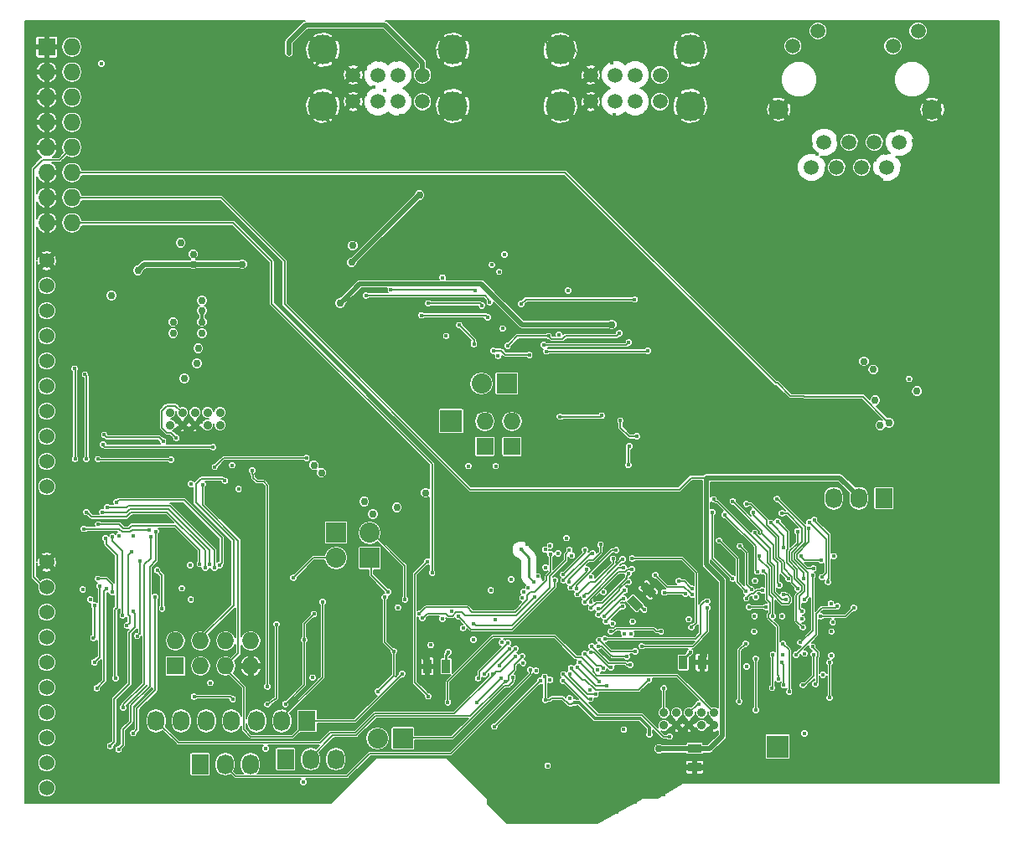
<source format=gbr>
G04 #@! TF.FileFunction,Copper,L4,Bot,Signal*
%FSLAX46Y46*%
G04 Gerber Fmt 4.6, Leading zero omitted, Abs format (unit mm)*
G04 Created by KiCad (PCBNEW 0.201412111631+5320~19~ubuntu14.04.1-product) date Sun 21 Dec 2014 09:15:08 PM PST*
%MOMM*%
G01*
G04 APERTURE LIST*
%ADD10C,0.100000*%
%ADD11R,1.727200X2.032000*%
%ADD12O,1.727200X2.032000*%
%ADD13R,2.032000X2.032000*%
%ADD14O,2.032000X2.032000*%
%ADD15R,1.727200X1.727200*%
%ADD16O,1.727200X1.727200*%
%ADD17C,1.500000*%
%ADD18C,3.000000*%
%ADD19C,1.524000*%
%ADD20C,2.000000*%
%ADD21R,2.235200X2.235200*%
%ADD22C,0.889000*%
%ADD23R,1.397000X0.889000*%
%ADD24R,0.889000X1.397000*%
%ADD25C,0.431800*%
%ADD26C,0.762000*%
%ADD27C,0.127000*%
%ADD28C,0.254000*%
%ADD29C,0.228600*%
%ADD30C,0.190500*%
%ADD31C,0.508000*%
%ADD32C,0.330200*%
%ADD33C,0.203200*%
G04 APERTURE END LIST*
D10*
D11*
X187141172Y-99101150D03*
D12*
X184601172Y-99101150D03*
X182061172Y-99101150D03*
D13*
X138520000Y-123375000D03*
D14*
X135980000Y-123375000D03*
D11*
X118034000Y-125997000D03*
D12*
X120574000Y-125997000D03*
X123114000Y-125997000D03*
D15*
X102540000Y-53480000D03*
D16*
X105080000Y-53480000D03*
X102540000Y-56020000D03*
X105080000Y-56020000D03*
X102540000Y-58560000D03*
X105080000Y-58560000D03*
X102540000Y-61100000D03*
X105080000Y-61100000D03*
X102540000Y-63640000D03*
X105080000Y-63640000D03*
X102540000Y-66180000D03*
X105080000Y-66180000D03*
X102540000Y-68720000D03*
X105080000Y-68720000D03*
X102540000Y-71260000D03*
X105080000Y-71260000D03*
D11*
X128829000Y-121615500D03*
D12*
X126289000Y-121615500D03*
X123749000Y-121615500D03*
X121209000Y-121615500D03*
X118669000Y-121615500D03*
X116129000Y-121615500D03*
X113589000Y-121615500D03*
D15*
X149550000Y-93870000D03*
D16*
X149550000Y-91330000D03*
D15*
X146800000Y-93870000D03*
D16*
X146800000Y-91330000D03*
D13*
X135175000Y-105145000D03*
D14*
X135175000Y-102605000D03*
D13*
X131775000Y-102580000D03*
D14*
X131775000Y-105120000D03*
D13*
X149020000Y-87500000D03*
D14*
X146480000Y-87500000D03*
D15*
X115540000Y-116070000D03*
D16*
X115540000Y-113530000D03*
X118080000Y-116070000D03*
X118080000Y-113530000D03*
X120620000Y-116070000D03*
X120620000Y-113530000D03*
X123160000Y-116070000D03*
X123160000Y-113530000D03*
D17*
X164500000Y-59000000D03*
X162000000Y-59000000D03*
X160000000Y-59000000D03*
X157500000Y-59000000D03*
X164500000Y-56300000D03*
X162000000Y-56300000D03*
X160000000Y-56300000D03*
X157500000Y-56300000D03*
D18*
X167570000Y-59430000D03*
X167570000Y-53750000D03*
X154430000Y-59430000D03*
X154430000Y-53750000D03*
D19*
X102540000Y-75070000D03*
X102540000Y-77610000D03*
X102540000Y-80150000D03*
X102540000Y-82690000D03*
X102540000Y-85230000D03*
X102540000Y-87770000D03*
X102540000Y-90310000D03*
X102540000Y-92850000D03*
X102540000Y-95390000D03*
X102540000Y-97930000D03*
D17*
X140500000Y-59000000D03*
X138000000Y-59000000D03*
X136000000Y-59000000D03*
X133500000Y-59000000D03*
X140500000Y-56300000D03*
X138000000Y-56300000D03*
X136000000Y-56300000D03*
X133500000Y-56300000D03*
D18*
X143570000Y-59430000D03*
X143570000Y-53750000D03*
X130430000Y-59430000D03*
X130430000Y-53750000D03*
D19*
X102540000Y-105550000D03*
X102540000Y-108090000D03*
X102540000Y-110630000D03*
X102540000Y-113170000D03*
X102540000Y-115710000D03*
X102540000Y-118250000D03*
X102540000Y-120790000D03*
X102540000Y-123330000D03*
X102540000Y-125870000D03*
X102540000Y-128410000D03*
D17*
X188700000Y-63100000D03*
X187430000Y-65640000D03*
X186160000Y-63100000D03*
X184890000Y-65640000D03*
X183620000Y-63100000D03*
X182350000Y-65640000D03*
X181080000Y-63100000D03*
X179810000Y-65640000D03*
X177930000Y-53370000D03*
X180470000Y-51850000D03*
X188040000Y-53370000D03*
X190580000Y-51850000D03*
D20*
X192000000Y-59800000D03*
X176480000Y-59800000D03*
D21*
X143400000Y-91300000D03*
D22*
X114986000Y-91707000D03*
X114986000Y-90437000D03*
X116256000Y-91707000D03*
X116256000Y-90437000D03*
X117526000Y-91707000D03*
X117526000Y-90437000D03*
X118796000Y-91707000D03*
X118796000Y-90437000D03*
X120066000Y-91707000D03*
X120066000Y-90437000D03*
X164897000Y-122060000D03*
X164897000Y-120790000D03*
X166167000Y-122060000D03*
X166167000Y-120790000D03*
X167437000Y-122060000D03*
X167437000Y-120790000D03*
X168707000Y-122060000D03*
X168707000Y-120790000D03*
X169977000Y-122060000D03*
X169977000Y-120790000D03*
D11*
X126670000Y-125489000D03*
D12*
X129210000Y-125489000D03*
X131750000Y-125489000D03*
D21*
X176390500Y-124219000D03*
D10*
G36*
X162156086Y-110531742D02*
X161168258Y-109543914D01*
X161796876Y-108915296D01*
X162784704Y-109903124D01*
X162156086Y-110531742D01*
X162156086Y-110531742D01*
G37*
G36*
X163503124Y-109184704D02*
X162515296Y-108196876D01*
X163143914Y-107568258D01*
X164131742Y-108556086D01*
X163503124Y-109184704D01*
X163503124Y-109184704D01*
G37*
D23*
X168000000Y-124397500D03*
X168000000Y-126302500D03*
D24*
X166847500Y-115700000D03*
X168752500Y-115700000D03*
X142902500Y-116100000D03*
X140997500Y-116100000D03*
D25*
X153400000Y-103900000D03*
X152900000Y-104300000D03*
X160000000Y-90850000D03*
X159450000Y-91650000D03*
X142600000Y-68300000D03*
X142600000Y-69200000D03*
X142600000Y-70100000D03*
X142600000Y-71000000D03*
X142600000Y-71900000D03*
X142800000Y-73100000D03*
X142600000Y-66700000D03*
X142600000Y-67500000D03*
D26*
X117000000Y-68000000D03*
X117000000Y-62000000D03*
X117000000Y-57000000D03*
X107000000Y-52000000D03*
X113000000Y-52000000D03*
X113538000Y-85471000D03*
X107000000Y-83000000D03*
X108000000Y-89000000D03*
X113000000Y-89000000D03*
X129000000Y-87000000D03*
X125000000Y-83000000D03*
X125000000Y-56000000D03*
X125000000Y-61000000D03*
X125000000Y-65000000D03*
X125000000Y-70000000D03*
X127000000Y-74000000D03*
X133000000Y-63000000D03*
X129000000Y-65000000D03*
X149098000Y-60325000D03*
X148000000Y-65000000D03*
X149000000Y-64000000D03*
X147000000Y-52000000D03*
X152000000Y-52000000D03*
X172593000Y-62103000D03*
X175000000Y-52000000D03*
X170000000Y-52000000D03*
X172000000Y-56000000D03*
X177000000Y-70000000D03*
X172339000Y-68707000D03*
X169000000Y-78000000D03*
X172000000Y-73000000D03*
X165000000Y-70000000D03*
X164000000Y-72000000D03*
X160000000Y-73000000D03*
X161000000Y-77000000D03*
X134112000Y-90932000D03*
X134000000Y-83000000D03*
X139000000Y-84000000D03*
X139000000Y-90000000D03*
X132588000Y-99441000D03*
X128000000Y-105000000D03*
X128000000Y-100000000D03*
X131000000Y-98000000D03*
X123000000Y-107000000D03*
X124000000Y-111000000D03*
D25*
X102870000Y-102108000D03*
D26*
X103000000Y-101000000D03*
X106000000Y-117000000D03*
X107000000Y-129000000D03*
X115973580Y-128029619D03*
X111000000Y-128000000D03*
X106000000Y-122000000D03*
X106000000Y-112000000D03*
X121000000Y-128000000D03*
X124000000Y-129000000D03*
X193000000Y-121000000D03*
X195000000Y-95000000D03*
X191000000Y-105000000D03*
X191000000Y-113000000D03*
X186000000Y-115000000D03*
X187000000Y-110000000D03*
X187000000Y-106000000D03*
X187000000Y-102000000D03*
X192000000Y-99000000D03*
X183966173Y-90465148D03*
X176000000Y-95000000D03*
X181000000Y-95000000D03*
X181000000Y-91000000D03*
X195000000Y-66000000D03*
X190000000Y-84000000D03*
X192000000Y-78000000D03*
D25*
X182150000Y-115950000D03*
D26*
X182750000Y-119150000D03*
X183050000Y-124450000D03*
X186000000Y-126850000D03*
X193000000Y-52000000D03*
X198000000Y-52000000D03*
X198000000Y-56000000D03*
X198000000Y-63000000D03*
X198000000Y-72000000D03*
X198000000Y-82000000D03*
X198000000Y-90000000D03*
X198000000Y-99000000D03*
X198000000Y-107000000D03*
X198000000Y-113000000D03*
X198000000Y-120000000D03*
X198000000Y-127000000D03*
X191000000Y-127000000D03*
D25*
X153450000Y-118150000D03*
X152500000Y-120000000D03*
X152950000Y-120350000D03*
X149200000Y-106800000D03*
X140450000Y-115150000D03*
X169150000Y-114350000D03*
X169300000Y-126800000D03*
X126523580Y-113479619D03*
X112400000Y-63650000D03*
X112400000Y-61100000D03*
X112400000Y-58500000D03*
X112450000Y-56200000D03*
X101854000Y-103251000D03*
X104902000Y-74295000D03*
X105918000Y-73279000D03*
X145817054Y-123084155D03*
X147383500Y-121666000D03*
X147050000Y-122750000D03*
X146296975Y-121165525D03*
X147764500Y-119761000D03*
X115697000Y-53848000D03*
X147764500Y-130175000D03*
X148336000Y-130746500D03*
X148971000Y-131381500D03*
X160621598Y-107027637D03*
X172753082Y-106846573D03*
X156890794Y-102788794D03*
X172339000Y-108331000D03*
X156083000Y-102108000D03*
X163576000Y-110236000D03*
X164211000Y-109601000D03*
X159194500Y-105600500D03*
X160956572Y-127707226D03*
X161096610Y-127073960D03*
X159817523Y-124845334D03*
X159500026Y-124295403D03*
X159182529Y-123745479D03*
X158547522Y-122645627D03*
X158865026Y-123195549D03*
X158230025Y-122095699D03*
D26*
X111887000Y-83566000D03*
X111887000Y-82042000D03*
X111887000Y-80391000D03*
D25*
X155067000Y-123444000D03*
X155575000Y-121920000D03*
X122777378Y-99442622D03*
X121920000Y-99442622D03*
X123900000Y-96900000D03*
X123900000Y-95500000D03*
X123900000Y-96200000D03*
X123900000Y-98000000D03*
D26*
X123571000Y-98806000D03*
D25*
X123900000Y-94300000D03*
X127430000Y-75510000D03*
X158790000Y-80370000D03*
X155890000Y-77660000D03*
X150220000Y-75900000D03*
X147580000Y-72650000D03*
X146970000Y-76920000D03*
X138530000Y-82250000D03*
X141150000Y-89410000D03*
X145410000Y-89460000D03*
X154670000Y-89310000D03*
X150930000Y-89570000D03*
X146140000Y-85950000D03*
X148640000Y-85320000D03*
X177030000Y-110180000D03*
X182450000Y-106800000D03*
X183300000Y-110000000D03*
X179050000Y-110000000D03*
X184050000Y-112900000D03*
X178750000Y-112950000D03*
X178850000Y-116500000D03*
X176883399Y-112966601D03*
X175220000Y-115700000D03*
X171900000Y-114500000D03*
X171750000Y-111150000D03*
X171950000Y-113000000D03*
X163650000Y-111379619D03*
X163550000Y-112800000D03*
D26*
X162052000Y-123761500D03*
D25*
X152603546Y-123647486D03*
X152149522Y-124101509D03*
X153047591Y-123203441D03*
X153476668Y-122774364D03*
X144573580Y-124779619D03*
X148373580Y-122579619D03*
D26*
X143973580Y-117829619D03*
X141423580Y-112829619D03*
D25*
X144473580Y-114729619D03*
D26*
X130623580Y-128779619D03*
X133073580Y-110279619D03*
X131723580Y-116129619D03*
X131723580Y-114479619D03*
X131673580Y-113029619D03*
X134323580Y-113029619D03*
X134323580Y-114429619D03*
X134273580Y-116179619D03*
D25*
X126523580Y-116879619D03*
X129921000Y-93599000D03*
D26*
X136017000Y-94742000D03*
X133477000Y-93980000D03*
X133477000Y-95694500D03*
X133477000Y-94805500D03*
X131191000Y-91186000D03*
X128778000Y-92964000D03*
X129921000Y-91948000D03*
X133229206Y-92202000D03*
X135128000Y-92075000D03*
X133731000Y-98298000D03*
D25*
X134366000Y-97917000D03*
X135001000Y-98425000D03*
D26*
X140843000Y-100457000D03*
X139573000Y-101473000D03*
X136652000Y-100838000D03*
X137922000Y-101981000D03*
X133731000Y-100711000D03*
D25*
X154495500Y-119824500D03*
X154495500Y-120396000D03*
X154495500Y-121031000D03*
X154178000Y-121539000D03*
X151828500Y-120142000D03*
X149606000Y-123253500D03*
X150050500Y-122809000D03*
X150495000Y-122364500D03*
X150876000Y-121920000D03*
X151320500Y-121475500D03*
X151765000Y-121031000D03*
X148653500Y-124206000D03*
X148336000Y-124650500D03*
X147955000Y-125031500D03*
X146367500Y-126809500D03*
X146812000Y-126492000D03*
X147193000Y-126111000D03*
X145415000Y-126873000D03*
X147955000Y-129032000D03*
X150114000Y-131191000D03*
X150114000Y-127000000D03*
X151765000Y-127508000D03*
X152273000Y-127762000D03*
X152146000Y-129159000D03*
X148717000Y-126746000D03*
X149352000Y-127000000D03*
X149733000Y-126492000D03*
X150241000Y-126111000D03*
X151892000Y-126111000D03*
X151263927Y-124987104D03*
X151712961Y-124538070D03*
X157613874Y-126997489D03*
X160638463Y-125251241D03*
X159063587Y-128873468D03*
X160151591Y-130884952D03*
X161837070Y-129105290D03*
X162021341Y-129805451D03*
X159876019Y-129137642D03*
X160130018Y-129577582D03*
X160384018Y-130017522D03*
X158489808Y-127371654D03*
X158902553Y-128086557D03*
X160833522Y-126605094D03*
X160547774Y-126110158D03*
X156140305Y-123302199D03*
X156457806Y-123852126D03*
X156775309Y-124402049D03*
X157092804Y-124951980D03*
X157410305Y-125501904D03*
X157727806Y-126051828D03*
X160782000Y-123761500D03*
X162623500Y-120523000D03*
X158132518Y-119554297D03*
X159194500Y-120269000D03*
X160274000Y-120269000D03*
X161671000Y-119824500D03*
D26*
X188538174Y-88941150D03*
X187649171Y-87163148D03*
X187014174Y-86020149D03*
X183077173Y-87798149D03*
X183204172Y-85258149D03*
X184627140Y-89428274D03*
X192602171Y-88306148D03*
X191586174Y-87036150D03*
X191586173Y-91354147D03*
X192602174Y-90084149D03*
X173482000Y-67691000D03*
X164338000Y-67437000D03*
X162941000Y-68580000D03*
X158242000Y-62865000D03*
X132080000Y-66929000D03*
X130556000Y-71755000D03*
X104394000Y-78740000D03*
X107569000Y-78613000D03*
D25*
X105664000Y-106934000D03*
D26*
X120015000Y-87503000D03*
X122809000Y-84582000D03*
D25*
X113728500Y-100965000D03*
D26*
X115951000Y-103632000D03*
D25*
X117553139Y-106075960D03*
X118110000Y-95631000D03*
X117157500Y-95631000D03*
X111252000Y-100965000D03*
X110617000Y-101727000D03*
D26*
X108331000Y-105791000D03*
X107315000Y-104521000D03*
X122936000Y-97917000D03*
X117729000Y-101727000D03*
X119507000Y-100076000D03*
X116078000Y-100076000D03*
X119507000Y-103378000D03*
X120142000Y-108204000D03*
X118110000Y-108204000D03*
X111760000Y-78105000D03*
X114554000Y-86741000D03*
X113538000Y-83820000D03*
X112776000Y-78958488D03*
X118237000Y-78105000D03*
X117348000Y-76327000D03*
X117348000Y-77216000D03*
X115062000Y-73533000D03*
X113030000Y-73787000D03*
X114046000Y-73152000D03*
X110871000Y-77216000D03*
X110871000Y-74803000D03*
X109855000Y-75946000D03*
D25*
X111176000Y-97866500D03*
D26*
X114935000Y-79819500D03*
D25*
X114173000Y-78041500D03*
X114744500Y-78041500D03*
X113601500Y-78041500D03*
D26*
X153550000Y-112170000D03*
X150622000Y-112141000D03*
X152019000Y-113665000D03*
X153543000Y-115189000D03*
X155194000Y-113538000D03*
X156591000Y-112141000D03*
X155067000Y-110617000D03*
X153670000Y-109220000D03*
X152146000Y-110744000D03*
D25*
X147800000Y-67650000D03*
X142150000Y-62450000D03*
X140000000Y-105750000D03*
X143800000Y-106750000D03*
X147950000Y-104300000D03*
X185750000Y-68300000D03*
X119120000Y-55640000D03*
X121750000Y-77100000D03*
X121650000Y-72250000D03*
X121650000Y-73150000D03*
X121700000Y-74050000D03*
X121700000Y-74800000D03*
X119600000Y-56000000D03*
X121650000Y-70900000D03*
X121650000Y-69550000D03*
X121650000Y-68550000D03*
X121650000Y-67650000D03*
X121650000Y-66750000D03*
X121650000Y-65650000D03*
X121650000Y-64600000D03*
X121650000Y-63550000D03*
X121650000Y-62600000D03*
X121650000Y-61600000D03*
X121650000Y-60550000D03*
X121650000Y-59550000D03*
X121650000Y-58550000D03*
X121650000Y-57600000D03*
X121650000Y-56700000D03*
X121650000Y-55800000D03*
X121750000Y-76250000D03*
X122050000Y-85600000D03*
X121750000Y-84750000D03*
X121750000Y-83850000D03*
X121750000Y-82900000D03*
X121750000Y-81900000D03*
X121750000Y-80900000D03*
X121750000Y-79900000D03*
X121750000Y-78950000D03*
X121750000Y-77950000D03*
X124400000Y-100700000D03*
X123900000Y-101100000D03*
X123000000Y-101200000D03*
X123150000Y-86650000D03*
X125400000Y-99800000D03*
X126000000Y-99000000D03*
X126000000Y-97750000D03*
X126000000Y-96750000D03*
X126000000Y-95650000D03*
X125950000Y-94250000D03*
X125950000Y-93350000D03*
X125950000Y-92450000D03*
X125950000Y-91500000D03*
X125950000Y-90550000D03*
X125900000Y-89600000D03*
X125550000Y-88650000D03*
X124950000Y-88000000D03*
X124750000Y-87350000D03*
X123750000Y-86950000D03*
X123900000Y-93400000D03*
X123900000Y-92500000D03*
X123900000Y-91700000D03*
X123800000Y-90900000D03*
X123700000Y-90200000D03*
X123400000Y-89700000D03*
X122600000Y-89600000D03*
X121900000Y-89200000D03*
X121000000Y-89000000D03*
X120700000Y-88300000D03*
X120700000Y-87400000D03*
X121100000Y-87000000D03*
X120500000Y-86500000D03*
X119800000Y-85900000D03*
X119550000Y-68200000D03*
X119550000Y-67400000D03*
X119550000Y-66650000D03*
X119550000Y-69200000D03*
X119550000Y-70000000D03*
X119550000Y-70750000D03*
X119550000Y-72100000D03*
X119550000Y-73000000D03*
X119550000Y-73850000D03*
X119550000Y-74800000D03*
X119550000Y-76050000D03*
X119550000Y-76950000D03*
X119550000Y-77850000D03*
X119550000Y-78800000D03*
X119550000Y-79600000D03*
X119550000Y-80450000D03*
X119550000Y-81300000D03*
X119550000Y-82200000D03*
X119550000Y-83100000D03*
X119550000Y-84000000D03*
X119500000Y-84900000D03*
X119550000Y-58550000D03*
X119550000Y-59450000D03*
X119550000Y-60550000D03*
X119550000Y-61350000D03*
X119550000Y-62200000D03*
X119500000Y-62950000D03*
X119550000Y-63850000D03*
X119550000Y-64700000D03*
X119550000Y-65700000D03*
X119600000Y-56700000D03*
X119650000Y-57550000D03*
X146450000Y-107350000D03*
X146450000Y-108100000D03*
X146350000Y-105750000D03*
X146350000Y-104350000D03*
X148000000Y-103600000D03*
X149000000Y-103950000D03*
X148800000Y-102800000D03*
X149400000Y-102000000D03*
X150150000Y-101200000D03*
X151000000Y-100300000D03*
X151800000Y-99550000D03*
X152550000Y-98800000D03*
X158400000Y-91450000D03*
X158500000Y-92450000D03*
X157750000Y-93500000D03*
X157250000Y-94050000D03*
X156600000Y-94750000D03*
X155950000Y-95400000D03*
X155300000Y-95950000D03*
X154700000Y-96600000D03*
X154150000Y-97150000D03*
X153500000Y-97700000D03*
X155750000Y-76650000D03*
X156000000Y-78200000D03*
X155800000Y-79500000D03*
X155800000Y-80200000D03*
X155800000Y-80900000D03*
X155850000Y-91750000D03*
X155350000Y-92300000D03*
X154700000Y-92950000D03*
X154000000Y-93650000D03*
X153350000Y-94350000D03*
X152650000Y-95000000D03*
X152000000Y-95650000D03*
X151300000Y-96400000D03*
X150650000Y-97050000D03*
X149850000Y-97750000D03*
X148750000Y-98950000D03*
X147900000Y-99750000D03*
X147200000Y-100450000D03*
X146400000Y-101250000D03*
X145850000Y-101800000D03*
X145150000Y-102550000D03*
X144550000Y-103250000D03*
X144500000Y-104000000D03*
X144500000Y-104950000D03*
X144450000Y-105850000D03*
X144500000Y-106650000D03*
X144500000Y-107700000D03*
X155850000Y-83150000D03*
X155800000Y-82250000D03*
X155900000Y-90200000D03*
X155850000Y-89250000D03*
X155900000Y-88300000D03*
X155900000Y-87450000D03*
X155850000Y-86450000D03*
X155850000Y-85600000D03*
X155850000Y-84700000D03*
X153800000Y-72200000D03*
X154500000Y-71600000D03*
X155000000Y-71100000D03*
X155600000Y-70400000D03*
X156400000Y-69600000D03*
X156500000Y-68600000D03*
X156500000Y-67100000D03*
X156000000Y-66500000D03*
X156100000Y-65300000D03*
X157000000Y-65000000D03*
X157800000Y-64700000D03*
X158800000Y-64600000D03*
X159300000Y-63800000D03*
X159700000Y-63100000D03*
X159900000Y-62100000D03*
X159900000Y-61200000D03*
X159900000Y-60300000D03*
X153100000Y-72550000D03*
X153150000Y-71750000D03*
X153150000Y-70850000D03*
X153150000Y-69800000D03*
X153100000Y-68750000D03*
X153100000Y-67750000D03*
X153100000Y-66700000D03*
X153150000Y-65500000D03*
X153150000Y-64350000D03*
X153150000Y-63250000D03*
X153150000Y-62300000D03*
X152500000Y-61650000D03*
X152050000Y-60950000D03*
X152100000Y-59950000D03*
X153200000Y-73100000D03*
X151250000Y-71550000D03*
X151300000Y-72550000D03*
X159650000Y-55050000D03*
X159250000Y-54450000D03*
X158300000Y-54050000D03*
X157200000Y-54050000D03*
X156350000Y-54300000D03*
X144800000Y-66700000D03*
X144800000Y-67800000D03*
X144600000Y-68800000D03*
X144600000Y-69700000D03*
X144600000Y-70600000D03*
X144700000Y-71400000D03*
X144900000Y-72100000D03*
X145200000Y-72800000D03*
X145750000Y-73800000D03*
X145000000Y-65700000D03*
X145700000Y-65000000D03*
X146400000Y-64400000D03*
X147100000Y-63600000D03*
X147700000Y-63000000D03*
X148300000Y-62300000D03*
X148600000Y-61000000D03*
X148400000Y-59900000D03*
X148200000Y-59300000D03*
X148100000Y-58500000D03*
X148100000Y-57600000D03*
X147400000Y-57100000D03*
X146400000Y-56900000D03*
X145800000Y-56200000D03*
X145000000Y-55500000D03*
X141450000Y-54250000D03*
X140500000Y-54150000D03*
X138750000Y-54400000D03*
X137900000Y-54850000D03*
X136900000Y-54900000D03*
X136050000Y-54850000D03*
X135150000Y-55050000D03*
X134750000Y-55700000D03*
X134750000Y-57200000D03*
X135550000Y-57550000D03*
X136650000Y-57850000D03*
X138500000Y-69200000D03*
X143220000Y-73780000D03*
X140150000Y-69350000D03*
X140400000Y-70100000D03*
X140450000Y-70750000D03*
X141150000Y-71400000D03*
X141650000Y-71950000D03*
X142300000Y-72400000D03*
X138300000Y-65700000D03*
X138300000Y-64800000D03*
X138300000Y-64000000D03*
X138300000Y-63000000D03*
X138300000Y-62000000D03*
X138300000Y-61100000D03*
X138300000Y-60400000D03*
X139200000Y-60000000D03*
X139300000Y-58300000D03*
D26*
X138303000Y-67056000D03*
D25*
X134750000Y-58300000D03*
X134750000Y-59850000D03*
X135600000Y-60600000D03*
X135700000Y-61500000D03*
X135700000Y-62500000D03*
X135700000Y-63500000D03*
X135700000Y-64300000D03*
X135700000Y-65100000D03*
X135700000Y-65700000D03*
X135700000Y-66800000D03*
X135700000Y-67700000D03*
X135700000Y-68600000D03*
X136100000Y-69700000D03*
X136100000Y-70500000D03*
X136200000Y-71400000D03*
X137600000Y-72100000D03*
X138600000Y-72300000D03*
X139200000Y-72900000D03*
X139800000Y-73500000D03*
X140400000Y-74100000D03*
X141000000Y-74600000D03*
X141600000Y-75300000D03*
X142200000Y-75800000D03*
X142900000Y-75850000D03*
X163700000Y-88050000D03*
X164500000Y-87250000D03*
X165150000Y-86600000D03*
X166000000Y-85700000D03*
X166800000Y-84900000D03*
X167550000Y-84100000D03*
X168250000Y-83450000D03*
X168950000Y-82800000D03*
X169450000Y-82300000D03*
X169850000Y-81850000D03*
X170550000Y-81150000D03*
X171200000Y-80500000D03*
X171900000Y-79800000D03*
X172700000Y-79050000D03*
X173350000Y-78300000D03*
X173950000Y-77750000D03*
X174500000Y-77200000D03*
X175100000Y-76600000D03*
X175850000Y-75850000D03*
X176450000Y-75250000D03*
X177200000Y-74550000D03*
X177900000Y-73850000D03*
X178450000Y-73250000D03*
X179050000Y-72650000D03*
X179550000Y-72150000D03*
X179550000Y-71000000D03*
X179550000Y-70150000D03*
X179550000Y-69400000D03*
X179550000Y-68600000D03*
X179550000Y-67800000D03*
X179500000Y-67250000D03*
X178900000Y-66950000D03*
X178300000Y-66200000D03*
X178250000Y-65050000D03*
X182000000Y-64500000D03*
X182500000Y-63850000D03*
X182300000Y-62100000D03*
X181600000Y-61650000D03*
X180650000Y-61550000D03*
X179800000Y-62050000D03*
X179650000Y-64100000D03*
X178800000Y-64400000D03*
X162950000Y-88800000D03*
X157000000Y-97750000D03*
X157750000Y-97000000D03*
X158300000Y-96450000D03*
X158900000Y-95800000D03*
X159450000Y-95200000D03*
X156090000Y-101360000D03*
X156150000Y-98700000D03*
X155550000Y-99300000D03*
X154850000Y-100000000D03*
X154150000Y-100700000D03*
X153400000Y-101450000D03*
X152650000Y-102200000D03*
X151800000Y-103050000D03*
X151100000Y-103750000D03*
X163550000Y-91650000D03*
X164400000Y-90750000D03*
X165250000Y-89900000D03*
X166000000Y-89150000D03*
X166650000Y-88450000D03*
X167300000Y-87800000D03*
X168150000Y-87000000D03*
X169050000Y-86150000D03*
X169650000Y-85500000D03*
X170300000Y-84900000D03*
X171000000Y-84200000D03*
X171700000Y-83600000D03*
X172450000Y-82850000D03*
X173200000Y-82100000D03*
X173900000Y-81400000D03*
X174600000Y-80700000D03*
X175350000Y-80000000D03*
X175950000Y-79400000D03*
X176500000Y-78750000D03*
X177300000Y-78000000D03*
X177950000Y-77350000D03*
X178800000Y-76500000D03*
X179450000Y-75850000D03*
X180200000Y-75100000D03*
X180950000Y-74350000D03*
X181600000Y-73700000D03*
X181900000Y-72700000D03*
X181900000Y-71550000D03*
X182000000Y-70500000D03*
X182000000Y-69500000D03*
X182100000Y-68400000D03*
X182150000Y-67150000D03*
X158700000Y-98700000D03*
X158150000Y-99250000D03*
X157600000Y-99800000D03*
X156900000Y-100500000D03*
X164910000Y-93570000D03*
X189600000Y-65650000D03*
X189600000Y-64750000D03*
X190100000Y-64050000D03*
X190100000Y-62950000D03*
X189350000Y-61800000D03*
X187950000Y-61950000D03*
X187350000Y-64200000D03*
X186200000Y-64850000D03*
X186200000Y-66500000D03*
X186900000Y-66950000D03*
X187700000Y-67500000D03*
X187700000Y-68500000D03*
X187700000Y-69550000D03*
X187700000Y-70600000D03*
X187700000Y-71750000D03*
X187750000Y-72750000D03*
X187000000Y-73450000D03*
X186250000Y-74100000D03*
X185700000Y-74700000D03*
X184950000Y-75400000D03*
X184250000Y-76100000D03*
X183500000Y-76850000D03*
X182850000Y-77550000D03*
X182200000Y-78250000D03*
X181550000Y-78900000D03*
X180800000Y-79650000D03*
X180000000Y-80500000D03*
X179300000Y-81150000D03*
X178500000Y-81850000D03*
X177750000Y-82650000D03*
X177100000Y-83250000D03*
X176450000Y-83850000D03*
X175700000Y-84600000D03*
X174950000Y-85400000D03*
X173750000Y-86550000D03*
X173150000Y-87200000D03*
X172400000Y-87900000D03*
X171600000Y-88700000D03*
X170750000Y-89500000D03*
X170050000Y-90250000D03*
X169100000Y-91250000D03*
X168300000Y-92000000D03*
X167500000Y-92850000D03*
X166800000Y-93550000D03*
X165800000Y-93600000D03*
X189738000Y-74295000D03*
X188976000Y-75057000D03*
X188214000Y-75819000D03*
X187579000Y-76454000D03*
X186817000Y-77216000D03*
X186055000Y-77978000D03*
X185420000Y-78613000D03*
X184785000Y-79248000D03*
X184023000Y-80010000D03*
X183261000Y-80772000D03*
X182499000Y-81534000D03*
X181737000Y-82296000D03*
X181102000Y-82931000D03*
X180467000Y-83566000D03*
X179832000Y-84201000D03*
X179197000Y-84836000D03*
X178562000Y-85471000D03*
X178054000Y-85979000D03*
X177419000Y-86614000D03*
X176784000Y-87249000D03*
X176000000Y-87900000D03*
X175450000Y-88450000D03*
X174900000Y-89000000D03*
X174300000Y-89600000D03*
X173700000Y-90200000D03*
X173150000Y-90750000D03*
X172527611Y-91319523D03*
X171850000Y-92050000D03*
X171150000Y-92650000D03*
X170600000Y-93250000D03*
X169800000Y-94050000D03*
X169000000Y-94800000D03*
X168150000Y-95550000D03*
X166950000Y-95900000D03*
X190000000Y-68400000D03*
X190000000Y-70300000D03*
X190000000Y-67450000D03*
X190000000Y-69350000D03*
X190000000Y-66500000D03*
X190100000Y-73450000D03*
X190000000Y-72350000D03*
X190000000Y-71250000D03*
X159650000Y-97700000D03*
X160250000Y-97100000D03*
X160850000Y-96450000D03*
X162900000Y-95800000D03*
X163750000Y-95750000D03*
X164700000Y-95750000D03*
X165800000Y-95750000D03*
D26*
X182121573Y-86513651D03*
D25*
X165000000Y-123672580D03*
D26*
X162560000Y-122618500D03*
X115400000Y-83900000D03*
X115400000Y-85550000D03*
D25*
X164846000Y-129032000D03*
X165608000Y-127508000D03*
X163957000Y-127508000D03*
X163068000Y-129032000D03*
X162433000Y-124904500D03*
X163385500Y-126492000D03*
X161671000Y-126428500D03*
X164401500Y-125161244D03*
X147447000Y-106172000D03*
X142650000Y-64500000D03*
X143550000Y-63450000D03*
X144300000Y-62750000D03*
X144950000Y-62050000D03*
X145600000Y-61400000D03*
X145600000Y-60300000D03*
X151300000Y-69700000D03*
X151050000Y-68200000D03*
X151050000Y-67300000D03*
X151100000Y-66700000D03*
X151050000Y-65650000D03*
X151050000Y-64600000D03*
X151050000Y-63550000D03*
X150450000Y-62600000D03*
X149950000Y-61700000D03*
X149950000Y-60700000D03*
X150450000Y-56600000D03*
X151250000Y-55950000D03*
X152300000Y-55850000D03*
X153100000Y-55250000D03*
D26*
X149479000Y-57150000D03*
D25*
X160900000Y-65550000D03*
X161850000Y-64750000D03*
X162350000Y-63700000D03*
X162400000Y-62300000D03*
X162400000Y-60900000D03*
X163100000Y-60050000D03*
D26*
X161544000Y-67564000D03*
D25*
X163250000Y-57950000D03*
X163300000Y-57200000D03*
X160400000Y-66200000D03*
X160350000Y-67150000D03*
X159500000Y-67650000D03*
X159350000Y-68850000D03*
X159350000Y-69800000D03*
X158350000Y-79950000D03*
X158350000Y-80900000D03*
X158350000Y-82200000D03*
X158350000Y-78500000D03*
X158350000Y-77400000D03*
X158250000Y-76200000D03*
X157350000Y-75150000D03*
X156350000Y-74500000D03*
X154850000Y-74650000D03*
X155600000Y-74100000D03*
X156450000Y-73350000D03*
X157250000Y-72500000D03*
X158200000Y-71750000D03*
X159000000Y-71150000D03*
X158400000Y-83150000D03*
X158400000Y-84800000D03*
X158400000Y-86000000D03*
X158400000Y-87150000D03*
X158400000Y-88400000D03*
X158400000Y-89350000D03*
X158400000Y-90100000D03*
X161250000Y-93300000D03*
X160600000Y-94150000D03*
X160000000Y-94700000D03*
X179650000Y-62650000D03*
X180400000Y-64300000D03*
X179750000Y-63300000D03*
X162900000Y-110350000D03*
X158813500Y-108585000D03*
X141473580Y-106629619D03*
X149125000Y-113750000D03*
X146123580Y-117329619D03*
X142500000Y-111300000D03*
X147400000Y-108400000D03*
X150700000Y-108575000D03*
X161550000Y-112800000D03*
X151975000Y-116550000D03*
X150675000Y-115750000D03*
X155600000Y-104900000D03*
X152950000Y-106100000D03*
X152844500Y-117157500D03*
X155873580Y-119729619D03*
X152908000Y-119507000D03*
X163449000Y-122999500D03*
D26*
X164401500Y-124437341D03*
D25*
X144600000Y-112250000D03*
X167550000Y-114650000D03*
X143414805Y-110534841D03*
X174117000Y-107442000D03*
X174184774Y-109071933D03*
X179120000Y-114810000D03*
X181830000Y-115000000D03*
X180980000Y-116940000D03*
X173260000Y-116130000D03*
X174000000Y-112590000D03*
X167430000Y-111340000D03*
X182060000Y-104966601D03*
X181770000Y-109740000D03*
X178880000Y-111320000D03*
X181950000Y-111650000D03*
X181840000Y-112590000D03*
X174060000Y-111010000D03*
X176880000Y-114950000D03*
X176840000Y-111040000D03*
X189681173Y-87036149D03*
X161723580Y-111579619D03*
D26*
X190464173Y-88276148D03*
X187649171Y-91481148D03*
D25*
X158226277Y-116473255D03*
X160873580Y-112779619D03*
X159690000Y-111773000D03*
X157543500Y-107061000D03*
X143129000Y-114681000D03*
X108050000Y-55150000D03*
X154203400Y-104663704D03*
X155067000Y-103124000D03*
X154305000Y-82550000D03*
X142540000Y-76790000D03*
X155373580Y-119329619D03*
D26*
X135509000Y-100711000D03*
X129540000Y-95758000D03*
X130302000Y-96520000D03*
X137922000Y-100014312D03*
X134626207Y-99441000D03*
X140843000Y-98552000D03*
X186061674Y-86083649D03*
X186760172Y-91735147D03*
X186252175Y-89195146D03*
X185109174Y-85258149D03*
D25*
X148550000Y-113700000D03*
X147500000Y-75500000D03*
X148800000Y-74450000D03*
X124650000Y-124400000D03*
X128450000Y-127800000D03*
X148150000Y-84700000D03*
X142900000Y-82700000D03*
X148250000Y-76200000D03*
X160850000Y-122500000D03*
X145150000Y-95850000D03*
X179100000Y-122900000D03*
X138050000Y-110150000D03*
X148600000Y-81950000D03*
X129400000Y-117250000D03*
X119073580Y-117779619D03*
X155200000Y-78100000D03*
X147900000Y-95850000D03*
X152150000Y-107000000D03*
X153150000Y-126150000D03*
X157400000Y-118500000D03*
X153400000Y-117450000D03*
X147825000Y-111400000D03*
X150600000Y-109200000D03*
X151200000Y-108125000D03*
X149450000Y-107300000D03*
X141350000Y-113950000D03*
X145669000Y-113411000D03*
X152400000Y-117538500D03*
X147764500Y-122174000D03*
X157988000Y-118935500D03*
X155384500Y-116840000D03*
X173482000Y-110109000D03*
X175226535Y-110088460D03*
X173228000Y-109220000D03*
X174860575Y-108407913D03*
X182423000Y-109995000D03*
X178232000Y-114948000D03*
D26*
X132207000Y-79375000D03*
X159639000Y-81534000D03*
X111760002Y-76073000D03*
X117348000Y-75438000D03*
X122301000Y-75438000D03*
D25*
X121920000Y-98171000D03*
X121285000Y-95758000D03*
X106172000Y-108331000D03*
X106934000Y-109347000D03*
X116205000Y-108204000D03*
X117094000Y-109347000D03*
X117030700Y-105877646D03*
X117094000Y-97663000D03*
X109855000Y-102870000D03*
X111252000Y-102870000D03*
D26*
X109093000Y-78613000D03*
X116459000Y-86995000D03*
X117729000Y-85471000D03*
X117856000Y-83947000D03*
X115316000Y-82423000D03*
X115316000Y-81280000D03*
X118237000Y-82423000D03*
X118237000Y-81280000D03*
X118237000Y-80137000D03*
X118237000Y-79121000D03*
X117348000Y-74422000D03*
D25*
X110640000Y-111990000D03*
X111100000Y-104500000D03*
X127000000Y-52950000D03*
X127000000Y-53530500D03*
X127000000Y-54102000D03*
D26*
X133450000Y-73550000D03*
X140208000Y-68453000D03*
X133350000Y-75250000D03*
D25*
X149607875Y-117222875D03*
X165481000Y-123190000D03*
X154686000Y-117538500D03*
X151384000Y-116459000D03*
X130400000Y-109600000D03*
X149276000Y-114338400D03*
X146736000Y-116878419D03*
X128575000Y-113424000D03*
X129527500Y-110820500D03*
X126650000Y-119900000D03*
X125750000Y-111850000D03*
X124850000Y-119950000D03*
X135973580Y-118629619D03*
X149911000Y-114313000D03*
X148257225Y-115989420D03*
X136703000Y-109106000D03*
X137592000Y-114567000D03*
X123300000Y-96300000D03*
X124850000Y-118129619D03*
X140506396Y-111227042D03*
X137033000Y-108585000D03*
X151800000Y-109125000D03*
X140174618Y-110777382D03*
X138746627Y-109349390D03*
X153450000Y-104750000D03*
X144098294Y-111027590D03*
X153850000Y-107400000D03*
X127475000Y-107150000D03*
X145669000Y-111760000D03*
X155350000Y-104350000D03*
X149098000Y-83693000D03*
X153250000Y-82700000D03*
X160400000Y-82400000D03*
X144200000Y-81600000D03*
X145700000Y-83500000D03*
X118300000Y-97700000D03*
X138450000Y-116850000D03*
X110210000Y-110970000D03*
X109200000Y-103000000D03*
X119491768Y-106114212D03*
X106400000Y-86600000D03*
X106550000Y-95150000D03*
X108650000Y-100000000D03*
X118999000Y-105791000D03*
X105350000Y-86000000D03*
X105400000Y-95150000D03*
X108150000Y-100500000D03*
X108350000Y-92700000D03*
X114300000Y-93350000D03*
X108225000Y-93675000D03*
X119350000Y-93950000D03*
X107700000Y-95150000D03*
X115100000Y-95200000D03*
X118004617Y-105746661D03*
X107750000Y-101750000D03*
X118553586Y-106128457D03*
X106550000Y-100500000D03*
X112900000Y-102298520D03*
X106300000Y-102200000D03*
X107250000Y-113250000D03*
X107350000Y-109950000D03*
X107900000Y-108000000D03*
X107350000Y-115700000D03*
X108600000Y-108250000D03*
X107600000Y-118300000D03*
X110250000Y-120250000D03*
X113050000Y-102950000D03*
X113500000Y-109100000D03*
X111300000Y-122850000D03*
X111310000Y-110560000D03*
X108950000Y-124150000D03*
X113550000Y-102450000D03*
X109800000Y-124500000D03*
X141097000Y-119126000D03*
X158600000Y-90750000D03*
X154400000Y-90850000D03*
X141000000Y-105500000D03*
X115640000Y-93020000D03*
X164897000Y-118338560D03*
X156380600Y-115686639D03*
X158380064Y-117651673D03*
X156122261Y-116182150D03*
X159122229Y-118067311D03*
X168402000Y-119888000D03*
X157480000Y-119380000D03*
X154749500Y-116903500D03*
X169291000Y-110172500D03*
X162650000Y-114050000D03*
X169291000Y-109537500D03*
X158928000Y-113297000D03*
X163374313Y-117458751D03*
X155524917Y-116286386D03*
D26*
X116078000Y-73279000D03*
D25*
X128773580Y-95029619D03*
X119523580Y-95929619D03*
X151300000Y-84600000D03*
X147660000Y-84180000D03*
X150596813Y-115075000D03*
X148900000Y-117600000D03*
X181617000Y-119282000D03*
X181617000Y-115726000D03*
X176918000Y-113821000D03*
X177542637Y-118674122D03*
X175824632Y-118288870D03*
X175917813Y-114924635D03*
X174930000Y-106502500D03*
X176480764Y-117383519D03*
X156896000Y-114821000D03*
X174168000Y-115329000D03*
X174168000Y-120510580D03*
X158746972Y-116270406D03*
X157531000Y-114694000D03*
X172517000Y-119647000D03*
X173152000Y-113805000D03*
X159559812Y-116191486D03*
X180220000Y-117885000D03*
X157614000Y-114075000D03*
X179912020Y-114117399D03*
X161493516Y-115925550D03*
X161160000Y-115120000D03*
X158249000Y-114075000D03*
X180045872Y-114892572D03*
X178950000Y-118012000D03*
X177024271Y-118016250D03*
X176791000Y-115726000D03*
X162000000Y-114600000D03*
X158376000Y-113440000D03*
X164592000Y-112585500D03*
X179912660Y-106922360D03*
X178696000Y-113694000D03*
X159524652Y-112585821D03*
X178721462Y-104968124D03*
X180758646Y-105369741D03*
X167050843Y-108747681D03*
X164919805Y-108622234D03*
X167744045Y-108254950D03*
X166423204Y-107492920D03*
X174556248Y-104944691D03*
X167738019Y-108813730D03*
X164048945Y-106883269D03*
X175902000Y-111027000D03*
X174072984Y-102607813D03*
X177257298Y-109350590D03*
X170484800Y-103377981D03*
X173198877Y-108502198D03*
X161696400Y-105206830D03*
X167691000Y-112154000D03*
X176365074Y-101431267D03*
X178950000Y-112170000D03*
X176834800Y-100634800D03*
X179043936Y-107244172D03*
X179579546Y-101531367D03*
X180855000Y-107090000D03*
X180086000Y-101295200D03*
X181490000Y-107598000D03*
X169916655Y-99206005D03*
X176970840Y-108870785D03*
X176326800Y-99161600D03*
X179077000Y-109376000D03*
X159055000Y-111582500D03*
X160715353Y-110045930D03*
X158871544Y-110991161D03*
X160836155Y-109233109D03*
X172577134Y-103952305D03*
X173736000Y-108348022D03*
X158293000Y-110884000D03*
X160934442Y-108407551D03*
X158249000Y-110265000D03*
X180712710Y-111014942D03*
X184074000Y-110185500D03*
X161341000Y-107582000D03*
X161340743Y-106746934D03*
X178384029Y-102444987D03*
X178823000Y-110519000D03*
X157550382Y-110201618D03*
X161640431Y-106273661D03*
X157487000Y-109630000D03*
X160805920Y-106105520D03*
X156919319Y-109580715D03*
X175717200Y-101591783D03*
X177008724Y-104067760D03*
X160718828Y-105258624D03*
X156810954Y-108967637D03*
X180002357Y-106208857D03*
X156153382Y-108804618D03*
X179552830Y-102159050D03*
X159753500Y-105232500D03*
X173952275Y-100524946D03*
X177456548Y-107252791D03*
X160074639Y-104367350D03*
X156090000Y-108233000D03*
X157060920Y-106257760D03*
X171043600Y-100787130D03*
X174317874Y-106512126D03*
X155468882Y-108120118D03*
X173228000Y-99669600D03*
X158488973Y-103793946D03*
X178436269Y-108227269D03*
X155323306Y-107580602D03*
X169774652Y-100526844D03*
X171857888Y-107238932D03*
X157709203Y-104685522D03*
X154756382Y-107407618D03*
X171856400Y-99415600D03*
X156937161Y-104312165D03*
X176573030Y-107892489D03*
X154693000Y-106836000D03*
X114200000Y-110250000D03*
X113700000Y-106400000D03*
X109150000Y-108600000D03*
X107700000Y-107250000D03*
X120015000Y-105854500D03*
X109600000Y-99500000D03*
X152750000Y-83600000D03*
X161350000Y-83350000D03*
X153000000Y-84250000D03*
X163250000Y-84200000D03*
X150500000Y-79450000D03*
X161950000Y-79000000D03*
X137300000Y-78000000D03*
X145800000Y-78100000D03*
X141100000Y-79400000D03*
X146500000Y-79600000D03*
X134800000Y-78600000D03*
X147300000Y-79300000D03*
X140400000Y-80600000D03*
X147100000Y-80800000D03*
X149911000Y-115075000D03*
X147587500Y-116887500D03*
X143073580Y-119729619D03*
X145971981Y-119728019D03*
X148425000Y-117275000D03*
X117423580Y-119179619D03*
X121323580Y-119429619D03*
X108500000Y-103150000D03*
X109500000Y-117300000D03*
X161400000Y-93850000D03*
X161300000Y-95750000D03*
X162150000Y-92850000D03*
X160500000Y-91250000D03*
X151750000Y-107550000D03*
X150450000Y-104300000D03*
X120550000Y-97350000D03*
X111975000Y-105475000D03*
X111675000Y-113025000D03*
D27*
X153400000Y-103750000D02*
X153400000Y-103900000D01*
X158500000Y-92450000D02*
X158650000Y-92450000D01*
X158650000Y-92450000D02*
X159450000Y-91650000D01*
X142600000Y-68300000D02*
X142600000Y-67500000D01*
X142650000Y-69150000D02*
X142600000Y-68300000D01*
X142600000Y-69200000D02*
X142650000Y-69150000D01*
X142550000Y-70950000D02*
X142600000Y-70100000D01*
X142600000Y-71000000D02*
X142550000Y-70950000D01*
X142750000Y-73050000D02*
X142600000Y-71900000D01*
X142800000Y-73100000D02*
X142750000Y-73050000D01*
D28*
X117000000Y-57000000D02*
X117000000Y-62000000D01*
X113000000Y-52000000D02*
X107000000Y-52000000D01*
X113000000Y-89000000D02*
X108000000Y-89000000D01*
X125000000Y-83000000D02*
X129000000Y-87000000D01*
X130430000Y-53750000D02*
X130430000Y-54570000D01*
X130430000Y-54570000D02*
X129000000Y-56000000D01*
X129000000Y-56000000D02*
X125000000Y-56000000D01*
X125000000Y-61000000D02*
X125000000Y-65000000D01*
X125000000Y-70000000D02*
X125000000Y-71000000D01*
X125000000Y-71000000D02*
X127000000Y-73000000D01*
X127000000Y-73000000D02*
X127000000Y-74000000D01*
X130430000Y-59430000D02*
X130430000Y-60430000D01*
X130430000Y-60430000D02*
X133000000Y-63000000D01*
X149098000Y-60325000D02*
X149098000Y-63902000D01*
X149098000Y-63902000D02*
X149000000Y-64000000D01*
X154430000Y-53750000D02*
X153750000Y-53750000D01*
X153750000Y-53750000D02*
X152000000Y-52000000D01*
X170000000Y-54000000D02*
X170000000Y-52000000D01*
X172000000Y-56000000D02*
X170000000Y-54000000D01*
X172000000Y-73000000D02*
X174000000Y-73000000D01*
X174000000Y-73000000D02*
X177000000Y-70000000D01*
X169000000Y-76000000D02*
X169000000Y-78000000D01*
X172000000Y-73000000D02*
X169000000Y-76000000D01*
X165000000Y-71000000D02*
X165000000Y-70000000D01*
X164000000Y-72000000D02*
X165000000Y-71000000D01*
X160000000Y-76000000D02*
X160000000Y-73000000D01*
X161000000Y-77000000D02*
X160000000Y-76000000D01*
X139000000Y-90000000D02*
X139000000Y-84000000D01*
X129000000Y-100000000D02*
X128000000Y-100000000D01*
X131000000Y-98000000D02*
X129000000Y-100000000D01*
X123000000Y-110000000D02*
X123000000Y-107000000D01*
X124000000Y-111000000D02*
X123000000Y-110000000D01*
X102870000Y-102108000D02*
X102870000Y-101130000D01*
X102870000Y-101130000D02*
X103000000Y-101000000D01*
X106000000Y-112000000D02*
X106000000Y-117000000D01*
X107000000Y-129000000D02*
X107000000Y-123000000D01*
X111029619Y-128029619D02*
X115973580Y-128029619D01*
X111029619Y-128029619D02*
X111000000Y-128000000D01*
X107000000Y-123000000D02*
X106000000Y-122000000D01*
X106000000Y-117000000D02*
X106000000Y-122000000D01*
X121000000Y-128000000D02*
X123000000Y-128000000D01*
X123000000Y-128000000D02*
X124000000Y-129000000D01*
X195000000Y-95000000D02*
X195000000Y-96000000D01*
X198000000Y-92000000D02*
X195000000Y-95000000D01*
X198000000Y-90000000D02*
X198000000Y-92000000D01*
X191000000Y-113000000D02*
X191000000Y-105000000D01*
X186000000Y-111000000D02*
X186000000Y-115000000D01*
X187000000Y-110000000D02*
X186000000Y-111000000D01*
X187000000Y-102000000D02*
X187000000Y-106000000D01*
X195000000Y-96000000D02*
X192000000Y-99000000D01*
X181000000Y-91000000D02*
X181000000Y-95000000D01*
X198000000Y-63000000D02*
X195000000Y-66000000D01*
X198000000Y-72000000D02*
X192000000Y-78000000D01*
X186000000Y-126850000D02*
X190850000Y-126850000D01*
X182150000Y-115950000D02*
X182150000Y-118550000D01*
X182150000Y-118550000D02*
X182750000Y-119150000D01*
X183050000Y-124450000D02*
X185450000Y-126850000D01*
X185450000Y-126850000D02*
X186000000Y-126850000D01*
X198000000Y-52000000D02*
X193000000Y-52000000D01*
X198000000Y-63000000D02*
X198000000Y-56000000D01*
X198000000Y-82000000D02*
X198000000Y-72000000D01*
X198000000Y-99000000D02*
X198000000Y-90000000D01*
X198000000Y-113000000D02*
X198000000Y-107000000D01*
X198000000Y-127000000D02*
X198000000Y-120000000D01*
X190850000Y-126850000D02*
X191000000Y-127000000D01*
D29*
X140997500Y-116100000D02*
X140997500Y-115697500D01*
X140997500Y-115697500D02*
X140450000Y-115150000D01*
X168752500Y-115700000D02*
X168752500Y-115397500D01*
X168752500Y-115397500D02*
X169150000Y-115000000D01*
X169150000Y-115000000D02*
X169150000Y-114350000D01*
X168000000Y-126302500D02*
X168802500Y-126302500D01*
X168802500Y-126302500D02*
X169300000Y-126800000D01*
D28*
X161119273Y-127100029D02*
X160956572Y-127707226D01*
X159182529Y-123745479D02*
X159500026Y-124295403D01*
X158842362Y-123169481D02*
X158524862Y-122619559D01*
D27*
X122777378Y-99442622D02*
X122780000Y-99440000D01*
X123900000Y-98000000D02*
X124080000Y-98297000D01*
X124080000Y-98297000D02*
X123571000Y-98806000D01*
D30*
X123890000Y-94310000D02*
X123880000Y-94310000D01*
X123900000Y-94300000D02*
X123890000Y-94310000D01*
X148640000Y-85320000D02*
X148630000Y-85320000D01*
D27*
X176883399Y-112966601D02*
X176900000Y-112950000D01*
X163700000Y-111400000D02*
X163670381Y-111400000D01*
X163670381Y-111400000D02*
X163650000Y-111379619D01*
X131728760Y-116116838D02*
X131728760Y-116124439D01*
X131728760Y-116124439D02*
X131723580Y-116129619D01*
X131728760Y-114466838D02*
X131728760Y-114474439D01*
X131728760Y-114474439D02*
X131723580Y-114479619D01*
X131678760Y-113016838D02*
X131678760Y-113024439D01*
X131678760Y-113024439D02*
X131673580Y-113029619D01*
X134328760Y-113016838D02*
X134328760Y-113024439D01*
X134328760Y-113024439D02*
X134323580Y-113029619D01*
X134328760Y-114416838D02*
X134328760Y-114424439D01*
X134328760Y-114424439D02*
X134323580Y-114429619D01*
X134278760Y-116166838D02*
X134278760Y-116174439D01*
X134278760Y-116174439D02*
X134273580Y-116179619D01*
D28*
X154495500Y-120396000D02*
X154495500Y-119824500D01*
X154178000Y-121539000D02*
X154178000Y-121348500D01*
X154178000Y-121348500D02*
X154495500Y-121031000D01*
X147955000Y-125031500D02*
X148336000Y-124650500D01*
X147193000Y-126111000D02*
X146812000Y-126492000D01*
X149733000Y-126492000D02*
X149733000Y-126619000D01*
X149733000Y-126619000D02*
X149352000Y-127000000D01*
X162021341Y-129805451D02*
X161767340Y-129365507D01*
X161767340Y-129365507D02*
X161837070Y-129105290D01*
X160384018Y-130017522D02*
X160130018Y-129577582D01*
X158902553Y-128086557D02*
X158489808Y-127371654D01*
X160547774Y-126110158D02*
X160833522Y-126605094D01*
X156457806Y-123852126D02*
X156140305Y-123302199D01*
X157092804Y-124951980D02*
X156775309Y-124402049D01*
X157727806Y-126051828D02*
X157410305Y-125501904D01*
D30*
X119120000Y-55640000D02*
X119120000Y-55680000D01*
D27*
X121750000Y-77100000D02*
X121750000Y-77950000D01*
X121650000Y-72250000D02*
X121650000Y-73150000D01*
X121700000Y-74050000D02*
X121700000Y-74800000D01*
X119600000Y-56000000D02*
X121640000Y-55810000D01*
X121650000Y-68550000D02*
X121650000Y-69550000D01*
X121650000Y-66750000D02*
X121650000Y-67650000D01*
X121650000Y-64600000D02*
X121650000Y-65650000D01*
X121650000Y-62600000D02*
X121650000Y-63550000D01*
X121650000Y-60550000D02*
X121650000Y-61600000D01*
X121650000Y-58550000D02*
X121650000Y-59550000D01*
X121650000Y-56700000D02*
X121650000Y-57600000D01*
X121640000Y-55810000D02*
X121650000Y-55800000D01*
X122050000Y-85550000D02*
X122050000Y-85600000D01*
X121750000Y-85250000D02*
X122050000Y-85550000D01*
X121750000Y-84750000D02*
X121750000Y-85250000D01*
X121750000Y-82900000D02*
X121750000Y-83850000D01*
X121750000Y-80900000D02*
X121750000Y-81900000D01*
X121750000Y-78950000D02*
X121750000Y-79900000D01*
X124400000Y-100700000D02*
X124000000Y-101100000D01*
X124000000Y-101100000D02*
X123900000Y-101100000D01*
X126000000Y-97750000D02*
X126000000Y-99000000D01*
X126000000Y-95650000D02*
X126000000Y-96750000D01*
X125950000Y-93350000D02*
X125950000Y-94250000D01*
X125950000Y-91500000D02*
X125950000Y-92450000D01*
X125950000Y-89650000D02*
X125950000Y-90550000D01*
X125900000Y-89600000D02*
X125950000Y-89650000D01*
X125550000Y-88600000D02*
X125550000Y-88650000D01*
X124950000Y-88000000D02*
X125550000Y-88600000D01*
X124400000Y-87000000D02*
X124750000Y-87350000D01*
X123800000Y-87000000D02*
X124400000Y-87000000D01*
X123750000Y-86950000D02*
X123800000Y-87000000D01*
X123920000Y-93420000D02*
X123900000Y-93400000D01*
X123900000Y-92500000D02*
X123900000Y-91700000D01*
X123800000Y-90900000D02*
X123700000Y-90200000D01*
X123400000Y-89700000D02*
X123300000Y-89600000D01*
X123300000Y-89600000D02*
X122600000Y-89600000D01*
X121900000Y-89200000D02*
X121800000Y-89100000D01*
X121800000Y-89100000D02*
X121000000Y-89000000D01*
X120700000Y-88300000D02*
X120650000Y-88250000D01*
X120650000Y-88250000D02*
X120700000Y-87400000D01*
X121100000Y-87000000D02*
X120800000Y-86700000D01*
X120800000Y-86700000D02*
X120500000Y-86500000D01*
X123900000Y-94300000D02*
X123920000Y-93420000D01*
X119550000Y-58550000D02*
X119550000Y-58600000D01*
X119550000Y-68200000D02*
X119550000Y-67400000D01*
X119800000Y-85900000D02*
X119500000Y-85600000D01*
X119550000Y-70750000D02*
X119550000Y-70000000D01*
X119550000Y-73000000D02*
X119550000Y-72100000D01*
X119550000Y-74800000D02*
X119550000Y-73850000D01*
X119550000Y-76950000D02*
X119550000Y-76050000D01*
X119550000Y-78800000D02*
X119550000Y-77850000D01*
X119550000Y-80450000D02*
X119550000Y-79600000D01*
X119550000Y-82200000D02*
X119550000Y-81300000D01*
X119550000Y-84000000D02*
X119550000Y-83100000D01*
X119500000Y-85350000D02*
X119500000Y-84900000D01*
X119500000Y-85600000D02*
X119500000Y-85350000D01*
X119550000Y-60550000D02*
X119550000Y-59450000D01*
X119550000Y-62200000D02*
X119550000Y-61350000D01*
X119500000Y-63800000D02*
X119500000Y-62950000D01*
X119550000Y-63850000D02*
X119500000Y-63800000D01*
X119550000Y-65700000D02*
X119550000Y-64700000D01*
X119650000Y-56650000D02*
X119600000Y-56700000D01*
X119650000Y-57550000D02*
X119550000Y-57650000D01*
X119550000Y-57650000D02*
X119550000Y-58550000D01*
X119600000Y-56000000D02*
X119650000Y-56650000D01*
X146450000Y-107350000D02*
X146450000Y-108100000D01*
X146350000Y-105750000D02*
X146350000Y-104350000D01*
X149000000Y-103950000D02*
X148800000Y-102800000D01*
X149400000Y-102000000D02*
X150150000Y-101250000D01*
X150150000Y-101250000D02*
X150150000Y-101200000D01*
X151000000Y-100300000D02*
X151800000Y-99550000D01*
X146350000Y-104350000D02*
X148000000Y-103600000D01*
X158450000Y-92400000D02*
X158400000Y-91450000D01*
X158500000Y-92450000D02*
X158450000Y-92400000D01*
X157250000Y-94050000D02*
X157750000Y-93500000D01*
X156550000Y-94750000D02*
X156600000Y-94750000D01*
X155950000Y-95400000D02*
X156550000Y-94750000D01*
X154700000Y-96600000D02*
X155300000Y-95950000D01*
X154100000Y-97150000D02*
X154150000Y-97150000D01*
X153500000Y-97700000D02*
X154100000Y-97150000D01*
X155750000Y-76650000D02*
X156300000Y-77200000D01*
X156300000Y-77200000D02*
X156000000Y-78200000D01*
X155800000Y-79500000D02*
X155750000Y-79550000D01*
X155750000Y-79550000D02*
X155800000Y-80200000D01*
X155800000Y-80900000D02*
X155800000Y-80950000D01*
X155850000Y-91750000D02*
X155582436Y-91801262D01*
X155582436Y-91801262D02*
X155350000Y-92250000D01*
X155350000Y-92250000D02*
X155350000Y-92300000D01*
X154700000Y-92950000D02*
X154000000Y-93650000D01*
X153350000Y-94350000D02*
X152650000Y-94900000D01*
X152650000Y-94900000D02*
X152650000Y-95000000D01*
X152000000Y-95650000D02*
X151300000Y-96400000D01*
X150650000Y-97050000D02*
X149950000Y-97750000D01*
X149950000Y-97750000D02*
X149850000Y-97750000D01*
X148750000Y-98950000D02*
X147900000Y-99750000D01*
X147200000Y-100450000D02*
X146450000Y-101250000D01*
X146450000Y-101250000D02*
X146400000Y-101250000D01*
X145850000Y-101800000D02*
X145150000Y-102550000D01*
X144550000Y-103250000D02*
X144500000Y-103300000D01*
X144500000Y-103300000D02*
X144500000Y-104000000D01*
X144500000Y-104950000D02*
X144450000Y-105850000D01*
X144500000Y-106650000D02*
X144550000Y-106700000D01*
X144550000Y-106700000D02*
X144500000Y-107700000D01*
X155850000Y-88350000D02*
X155850000Y-89250000D01*
X155900000Y-88300000D02*
X155850000Y-88350000D01*
X155850000Y-86450000D02*
X155900000Y-87450000D01*
X155850000Y-84700000D02*
X155850000Y-85600000D01*
X153800000Y-72200000D02*
X154500000Y-71600000D01*
X155000000Y-71100000D02*
X155600000Y-70450000D01*
X155600000Y-70450000D02*
X155600000Y-70400000D01*
X156400000Y-69600000D02*
X156500000Y-69600000D01*
X156500000Y-69600000D02*
X156500000Y-68600000D01*
X156500000Y-67100000D02*
X156300000Y-66900000D01*
X156300000Y-66900000D02*
X156000000Y-66500000D01*
X156100000Y-65300000D02*
X156300000Y-65300000D01*
X156300000Y-65300000D02*
X156450000Y-65150000D01*
X156450000Y-65150000D02*
X157000000Y-65000000D01*
X157800000Y-64700000D02*
X157900000Y-64600000D01*
X157900000Y-64600000D02*
X158800000Y-64600000D01*
X159300000Y-63800000D02*
X159700000Y-63250000D01*
X159700000Y-63250000D02*
X159700000Y-63100000D01*
X159900000Y-62100000D02*
X159900000Y-61200000D01*
X159900000Y-60300000D02*
X159850000Y-60300000D01*
X153420000Y-72870000D02*
X153100000Y-72550000D01*
X153150000Y-71750000D02*
X153150000Y-70850000D01*
X153150000Y-69800000D02*
X153100000Y-69750000D01*
X153100000Y-69750000D02*
X153100000Y-68750000D01*
X153100000Y-67750000D02*
X153100000Y-66700000D01*
X153150000Y-65500000D02*
X153150000Y-64350000D01*
X153150000Y-63250000D02*
X153150000Y-62300000D01*
X152500000Y-61650000D02*
X152050000Y-61200000D01*
X152050000Y-61200000D02*
X152050000Y-60950000D01*
X153200000Y-73100000D02*
X153420000Y-72870000D01*
X151250000Y-71550000D02*
X151200000Y-71600000D01*
X151200000Y-71600000D02*
X151300000Y-72550000D01*
X159650000Y-55000000D02*
X159650000Y-55050000D01*
X159250000Y-54450000D02*
X159650000Y-55000000D01*
X157200000Y-54050000D02*
X158300000Y-54050000D01*
X155800000Y-53750000D02*
X156350000Y-54300000D01*
X154430000Y-53750000D02*
X155800000Y-53750000D01*
X144800000Y-66700000D02*
X144800000Y-67800000D01*
X144600000Y-68800000D02*
X144600000Y-69700000D01*
X144600000Y-70600000D02*
X144700000Y-71400000D01*
X144900000Y-72100000D02*
X145200000Y-72650000D01*
X145200000Y-72650000D02*
X145200000Y-72800000D01*
X145000000Y-65700000D02*
X145700000Y-65100000D01*
X145700000Y-65100000D02*
X145700000Y-65000000D01*
X146400000Y-64400000D02*
X147100000Y-63600000D01*
X147700000Y-63000000D02*
X148300000Y-62350000D01*
X148300000Y-62350000D02*
X148300000Y-62300000D01*
X148600000Y-61000000D02*
X148450000Y-60850000D01*
X148450000Y-60850000D02*
X148400000Y-59900000D01*
X148200000Y-59300000D02*
X148100000Y-58900000D01*
X148100000Y-58900000D02*
X148100000Y-58500000D01*
X148100000Y-57600000D02*
X147764000Y-57348000D01*
X147764000Y-57348000D02*
X147400000Y-57100000D01*
X146400000Y-56900000D02*
X145800000Y-56200000D01*
X141950000Y-53750000D02*
X141450000Y-54250000D01*
X140500000Y-54150000D02*
X140450000Y-54150000D01*
X143570000Y-53750000D02*
X141950000Y-53750000D01*
X138750000Y-54400000D02*
X138300000Y-54850000D01*
X138300000Y-54850000D02*
X137900000Y-54850000D01*
X136900000Y-54900000D02*
X136850000Y-54850000D01*
X136850000Y-54850000D02*
X136050000Y-54850000D01*
X135150000Y-55050000D02*
X134750000Y-55450000D01*
X134750000Y-55450000D02*
X134750000Y-55700000D01*
X134750000Y-57200000D02*
X135100000Y-57550000D01*
X143220000Y-73780000D02*
X143130000Y-73780000D01*
X140600000Y-70400000D02*
X140400000Y-70100000D01*
X140450000Y-70750000D02*
X140600000Y-70400000D01*
X141150000Y-71500000D02*
X141150000Y-71400000D01*
X141650000Y-71950000D02*
X141150000Y-71500000D01*
X143130000Y-73780000D02*
X142300000Y-72400000D01*
X138300000Y-65700000D02*
X138300000Y-64800000D01*
X138300000Y-64000000D02*
X138300000Y-63000000D01*
X138300000Y-62000000D02*
X138300000Y-61100000D01*
X138300000Y-60400000D02*
X138700000Y-60300000D01*
X138700000Y-60300000D02*
X139200000Y-60000000D01*
X134750000Y-57900000D02*
X134750000Y-58300000D01*
X134750000Y-59850000D02*
X135400000Y-60500000D01*
X135400000Y-60500000D02*
X135600000Y-60600000D01*
X135700000Y-61500000D02*
X135700000Y-62500000D01*
X135700000Y-63500000D02*
X135700000Y-64300000D01*
X135700000Y-65100000D02*
X135700000Y-65700000D01*
X135700000Y-66800000D02*
X135700000Y-67700000D01*
X135700000Y-68600000D02*
X135700000Y-69200000D01*
X135700000Y-69200000D02*
X136050000Y-69700000D01*
X136050000Y-69700000D02*
X136100000Y-69700000D01*
X136100000Y-70500000D02*
X136200000Y-71400000D01*
X137600000Y-72100000D02*
X137750000Y-72250000D01*
X137750000Y-72250000D02*
X138600000Y-72300000D01*
X139200000Y-72900000D02*
X139800000Y-73500000D01*
X140400000Y-74100000D02*
X140950000Y-74600000D01*
X140950000Y-74600000D02*
X141000000Y-74600000D01*
X141600000Y-75300000D02*
X142150000Y-75800000D01*
X142150000Y-75800000D02*
X142200000Y-75800000D01*
X135100000Y-57550000D02*
X134750000Y-57900000D01*
X135550000Y-57550000D02*
X135100000Y-57550000D01*
X163700000Y-88050000D02*
X164500000Y-87250000D01*
X165150000Y-86600000D02*
X166000000Y-85700000D01*
X166800000Y-84900000D02*
X167500000Y-84100000D01*
X167500000Y-84100000D02*
X167550000Y-84100000D01*
X168250000Y-83450000D02*
X168950000Y-82850000D01*
X168950000Y-82850000D02*
X168950000Y-82800000D01*
X169450000Y-82300000D02*
X169850000Y-81850000D01*
X170550000Y-81150000D02*
X171200000Y-80600000D01*
X171200000Y-80600000D02*
X171200000Y-80500000D01*
X171900000Y-79800000D02*
X172700000Y-79050000D01*
X173350000Y-78300000D02*
X173950000Y-77750000D01*
X174500000Y-77200000D02*
X175100000Y-76600000D01*
X175850000Y-75850000D02*
X176400000Y-75250000D01*
X176400000Y-75250000D02*
X176450000Y-75250000D01*
X177200000Y-74550000D02*
X177850000Y-73850000D01*
X177850000Y-73850000D02*
X177900000Y-73850000D01*
X178450000Y-73250000D02*
X179050000Y-72700000D01*
X179050000Y-72700000D02*
X179050000Y-72650000D01*
X179550000Y-72150000D02*
X179650000Y-72050000D01*
X179650000Y-72050000D02*
X179550000Y-71000000D01*
X179550000Y-70150000D02*
X179550000Y-69400000D01*
X179550000Y-68600000D02*
X179550000Y-67800000D01*
X179500000Y-67250000D02*
X179150000Y-67150000D01*
X179150000Y-67150000D02*
X178900000Y-66950000D01*
X178300000Y-66200000D02*
X178250000Y-65050000D01*
X182400000Y-62200000D02*
X182500000Y-63850000D01*
X182300000Y-62100000D02*
X182400000Y-62200000D01*
X180650000Y-61550000D02*
X181600000Y-61650000D01*
X179650000Y-62650000D02*
X179800000Y-62050000D01*
X179200000Y-64250000D02*
X179650000Y-64100000D01*
X178800000Y-64400000D02*
X179200000Y-64250000D01*
X182200000Y-64550000D02*
X182250000Y-64600000D01*
X157000000Y-97750000D02*
X157750000Y-97000000D01*
X158300000Y-96450000D02*
X158900000Y-95850000D01*
X158900000Y-95850000D02*
X158900000Y-95800000D01*
X159450000Y-95200000D02*
X159950000Y-94700000D01*
X156090000Y-101360000D02*
X153490000Y-101360000D01*
X154850000Y-100000000D02*
X155550000Y-99300000D01*
X153400000Y-101450000D02*
X154150000Y-100700000D01*
X151800000Y-103050000D02*
X152650000Y-102200000D01*
X153490000Y-101360000D02*
X151100000Y-103750000D01*
X163550000Y-91650000D02*
X164400000Y-90800000D01*
X164400000Y-90800000D02*
X164400000Y-90750000D01*
X165250000Y-89900000D02*
X166000000Y-89150000D01*
X166650000Y-88450000D02*
X167300000Y-87800000D01*
X168150000Y-87000000D02*
X169000000Y-86150000D01*
X169000000Y-86150000D02*
X169050000Y-86150000D01*
X169650000Y-85500000D02*
X170250000Y-84900000D01*
X170250000Y-84900000D02*
X170300000Y-84900000D01*
X171000000Y-84200000D02*
X171600000Y-83600000D01*
X171600000Y-83600000D02*
X171700000Y-83600000D01*
X172450000Y-82850000D02*
X173200000Y-82100000D01*
X173900000Y-81400000D02*
X174600000Y-80700000D01*
X175350000Y-80000000D02*
X175950000Y-79400000D01*
X176500000Y-78750000D02*
X177250000Y-78000000D01*
X177250000Y-78000000D02*
X177300000Y-78000000D01*
X177950000Y-77350000D02*
X178800000Y-76500000D01*
X179450000Y-75850000D02*
X180200000Y-75100000D01*
X180950000Y-74350000D02*
X181600000Y-73700000D01*
X181900000Y-72700000D02*
X181900000Y-71550000D01*
X182000000Y-70500000D02*
X182000000Y-69500000D01*
X182100000Y-68400000D02*
X182150000Y-68350000D01*
X182150000Y-68350000D02*
X182150000Y-67150000D01*
X156090000Y-101360000D02*
X156090000Y-101310000D01*
X157600000Y-99800000D02*
X158150000Y-99250000D01*
X156090000Y-101310000D02*
X156900000Y-100500000D01*
X164910000Y-93570000D02*
X165770000Y-93570000D01*
X189600000Y-64750000D02*
X189600000Y-65650000D01*
X190100000Y-62950000D02*
X190100000Y-64050000D01*
X186850000Y-64200000D02*
X187350000Y-64200000D01*
X186200000Y-64850000D02*
X186850000Y-64200000D01*
X186900000Y-66950000D02*
X186450000Y-66500000D01*
X187700000Y-68500000D02*
X187700000Y-67500000D01*
X187700000Y-70600000D02*
X187700000Y-69550000D01*
X187700000Y-72700000D02*
X187700000Y-71750000D01*
X187750000Y-72750000D02*
X187700000Y-72700000D01*
X186900000Y-73450000D02*
X187000000Y-73450000D01*
X186250000Y-74100000D02*
X186900000Y-73450000D01*
X185650000Y-74700000D02*
X185700000Y-74700000D01*
X184950000Y-75400000D02*
X185650000Y-74700000D01*
X183500000Y-76850000D02*
X184250000Y-76100000D01*
X182850000Y-77600000D02*
X182850000Y-77550000D01*
X182200000Y-78250000D02*
X182850000Y-77600000D01*
X180800000Y-79650000D02*
X181550000Y-78900000D01*
X179950000Y-80500000D02*
X180000000Y-80500000D01*
X179300000Y-81150000D02*
X179950000Y-80500000D01*
X178500000Y-81900000D02*
X178500000Y-81850000D01*
X177750000Y-82650000D02*
X178500000Y-81900000D01*
X177050000Y-83250000D02*
X177100000Y-83250000D01*
X176450000Y-83850000D02*
X177050000Y-83250000D01*
X175700000Y-84650000D02*
X175700000Y-84600000D01*
X174950000Y-85400000D02*
X175700000Y-84650000D01*
X173750000Y-86600000D02*
X173750000Y-86550000D01*
X173150000Y-87200000D02*
X173750000Y-86600000D01*
X171600000Y-88700000D02*
X172400000Y-87900000D01*
X170750000Y-89550000D02*
X170750000Y-89500000D01*
X170050000Y-90250000D02*
X170750000Y-89550000D01*
X169050000Y-91250000D02*
X169100000Y-91250000D01*
X168300000Y-92000000D02*
X169050000Y-91250000D01*
X166800000Y-93550000D02*
X167500000Y-92850000D01*
X165770000Y-93570000D02*
X165800000Y-93600000D01*
X189738000Y-74295000D02*
X188976000Y-75057000D01*
X188214000Y-75819000D02*
X187579000Y-76454000D01*
X186817000Y-77216000D02*
X186055000Y-77978000D01*
X185420000Y-78613000D02*
X184785000Y-79248000D01*
X184023000Y-80010000D02*
X183261000Y-80772000D01*
X182499000Y-81534000D02*
X181737000Y-82296000D01*
X181102000Y-82931000D02*
X180467000Y-83566000D01*
X180594000Y-83566000D02*
X180467000Y-83566000D01*
X179832000Y-84201000D02*
X179197000Y-84836000D01*
X178562000Y-85471000D02*
X178054000Y-85979000D01*
X177419000Y-86614000D02*
X176784000Y-87249000D01*
X176000000Y-87900000D02*
X175450000Y-88450000D01*
X174900000Y-89000000D02*
X174300000Y-89600000D01*
X173700000Y-90200000D02*
X173150000Y-90750000D01*
X172527611Y-91319523D02*
X171850000Y-92050000D01*
X171150000Y-92650000D02*
X170600000Y-93250000D01*
X169800000Y-94050000D02*
X169000000Y-94800000D01*
X190000000Y-72350000D02*
X190000000Y-73033000D01*
X190000000Y-73033000D02*
X190030101Y-73063101D01*
X190030101Y-73063101D02*
X190100000Y-73450000D01*
X190000000Y-66500000D02*
X190000000Y-67450000D01*
X190000000Y-70300000D02*
X190000000Y-71250000D01*
X190000000Y-68400000D02*
X190000000Y-69350000D01*
X159650000Y-97700000D02*
X160250000Y-97100000D01*
X163700000Y-95800000D02*
X162900000Y-95800000D01*
X163750000Y-95750000D02*
X163700000Y-95800000D01*
X165800000Y-95750000D02*
X164700000Y-95750000D01*
X122461822Y-76250000D02*
X122055328Y-76250000D01*
X121700000Y-74800000D02*
X122508822Y-74800000D01*
X122508822Y-74800000D02*
X122872501Y-75163679D01*
X122872501Y-75839321D02*
X122461822Y-76250000D01*
X122872501Y-75163679D02*
X122872501Y-75839321D01*
X122055328Y-76250000D02*
X121750000Y-76250000D01*
D30*
X142650000Y-64500000D02*
X143550000Y-63600000D01*
X143550000Y-63600000D02*
X143550000Y-63450000D01*
X144300000Y-62750000D02*
X144950000Y-62100000D01*
X144950000Y-62100000D02*
X144950000Y-62050000D01*
X145600000Y-61400000D02*
X145600000Y-60300000D01*
X151250000Y-69750000D02*
X151300000Y-69700000D01*
X151250000Y-71550000D02*
X151250000Y-69750000D01*
X151300000Y-68450000D02*
X151050000Y-68200000D01*
X151050000Y-67300000D02*
X151100000Y-67250000D01*
X151100000Y-67250000D02*
X151100000Y-66700000D01*
X151050000Y-65650000D02*
X151050000Y-64600000D01*
X151050000Y-63550000D02*
X150450000Y-62950000D01*
X150450000Y-62950000D02*
X150450000Y-62600000D01*
X149950000Y-61700000D02*
X149950000Y-60700000D01*
X151300000Y-69700000D02*
X151300000Y-68450000D01*
X150450000Y-56600000D02*
X151100000Y-55950000D01*
X151100000Y-55950000D02*
X151250000Y-55950000D01*
X152300000Y-55850000D02*
X152900000Y-55250000D01*
X152900000Y-55250000D02*
X153100000Y-55250000D01*
X160900000Y-65550000D02*
X161700000Y-64750000D01*
X161700000Y-64750000D02*
X161850000Y-64750000D01*
X162350000Y-63700000D02*
X162400000Y-63650000D01*
X162400000Y-63650000D02*
X162400000Y-62300000D01*
X162400000Y-60900000D02*
X163100000Y-60200000D01*
X163100000Y-60200000D02*
X163100000Y-60050000D01*
X163250000Y-57950000D02*
X163300000Y-57900000D01*
X163300000Y-57900000D02*
X163300000Y-57200000D01*
X160400000Y-66200000D02*
X160350000Y-66250000D01*
X160350000Y-66250000D02*
X160350000Y-67150000D01*
X159500000Y-67650000D02*
X159350000Y-67800000D01*
X159350000Y-67800000D02*
X159350000Y-68850000D01*
X159350000Y-69800000D02*
X159350000Y-69850000D01*
X158350000Y-79950000D02*
X158350000Y-80900000D01*
X158350000Y-82200000D02*
X158350000Y-82250000D01*
X158350000Y-76300000D02*
X158350000Y-77400000D01*
X158250000Y-76200000D02*
X158350000Y-76300000D01*
X157000000Y-75150000D02*
X157350000Y-75150000D01*
X156350000Y-74500000D02*
X157000000Y-75150000D01*
X155050000Y-74650000D02*
X154850000Y-74650000D01*
X155600000Y-74100000D02*
X155050000Y-74650000D01*
X156450000Y-73300000D02*
X156450000Y-73350000D01*
X157250000Y-72500000D02*
X156450000Y-73300000D01*
X158400000Y-71750000D02*
X158200000Y-71750000D01*
X159000000Y-71150000D02*
X158400000Y-71750000D01*
X158400000Y-83150000D02*
X158400000Y-83200000D01*
X158400000Y-84800000D02*
X158400000Y-86000000D01*
X158400000Y-87150000D02*
X158400000Y-88400000D01*
X158400000Y-89350000D02*
X158400000Y-90100000D01*
D27*
X160900000Y-93650000D02*
X161250000Y-93300000D01*
X160900000Y-93850000D02*
X160900000Y-93650000D01*
X160600000Y-94150000D02*
X160900000Y-93850000D01*
X159950000Y-94700000D02*
X160000000Y-94700000D01*
D28*
X180400000Y-64300000D02*
X179800000Y-63700000D01*
X179700000Y-63300000D02*
X179650000Y-62650000D01*
X179800000Y-63700000D02*
X179700000Y-63300000D01*
X179650000Y-63300000D02*
X179700000Y-63300000D01*
X179700000Y-63300000D02*
X179650000Y-63300000D01*
X179750000Y-63300000D02*
X179700000Y-63300000D01*
X188050000Y-61950000D02*
X188300000Y-61700000D01*
X188300000Y-61700000D02*
X189250000Y-61700000D01*
X189250000Y-61700000D02*
X189350000Y-61800000D01*
X187950000Y-61950000D02*
X188050000Y-61950000D01*
X186450000Y-66500000D02*
X186900000Y-66950000D01*
X186200000Y-66500000D02*
X186450000Y-66500000D01*
X167350000Y-95900000D02*
X167450000Y-95800000D01*
X167450000Y-95800000D02*
X167900000Y-95800000D01*
X167900000Y-95800000D02*
X168150000Y-95550000D01*
X166950000Y-95900000D02*
X167350000Y-95900000D01*
D29*
X161976481Y-109723519D02*
X162273519Y-109723519D01*
X162273519Y-109723519D02*
X162900000Y-110350000D01*
D30*
X105080000Y-71260000D02*
X121374381Y-71260000D01*
X121374381Y-71260000D02*
X125269600Y-75155219D01*
X125269600Y-75155219D02*
X125269600Y-79425639D01*
X125269600Y-79425639D02*
X141473580Y-95629619D01*
X141473580Y-95629619D02*
X141473580Y-106629619D01*
D27*
X146223580Y-116651420D02*
X149125000Y-113750000D01*
X146223580Y-117229619D02*
X146223580Y-116651420D01*
X146123580Y-117329619D02*
X146223580Y-117229619D01*
D29*
X168000000Y-124397500D02*
X166802500Y-124397500D01*
X166802500Y-124397500D02*
X166762659Y-124437341D01*
X168000000Y-124397500D02*
X169097500Y-124397500D01*
X169097500Y-124397500D02*
X169137341Y-124437341D01*
D30*
X126573580Y-75129619D02*
X126573580Y-79479619D01*
X126573580Y-79479619D02*
X145323580Y-98229619D01*
X145323580Y-98229619D02*
X166451845Y-98229619D01*
X166451845Y-98229619D02*
X167653464Y-97028000D01*
X167653464Y-97028000D02*
X169418000Y-97028000D01*
D27*
X152844500Y-117169500D02*
X152844500Y-117157500D01*
X152908000Y-117233000D02*
X152844500Y-117169500D01*
D30*
X120163961Y-68720000D02*
X126573580Y-75129619D01*
D27*
X156850000Y-120256039D02*
X157971981Y-121378020D01*
X156323580Y-119729619D02*
X156850000Y-120256039D01*
D30*
X153343000Y-119507000D02*
X152908000Y-119507000D01*
X153550000Y-119300000D02*
X153343000Y-119507000D01*
X154650000Y-119300000D02*
X153550000Y-119300000D01*
X155300000Y-119950000D02*
X154650000Y-119300000D01*
X155600000Y-119950000D02*
X155300000Y-119950000D01*
X155820381Y-119729619D02*
X155600000Y-119950000D01*
X155873580Y-119729619D02*
X155820381Y-119729619D01*
X152908000Y-119507000D02*
X152908000Y-117233000D01*
X156843961Y-120250000D02*
X156850000Y-120250000D01*
X156850000Y-120250000D02*
X156850000Y-120256039D01*
X156323580Y-119729619D02*
X156843961Y-120250000D01*
X157971981Y-121378020D02*
X157971981Y-121371981D01*
X126573580Y-75129619D02*
X126573580Y-75273580D01*
X120163961Y-68720000D02*
X126573580Y-75129619D01*
X105080000Y-68720000D02*
X120163961Y-68720000D01*
D31*
X166762659Y-124437341D02*
X164940315Y-124437341D01*
X164940315Y-124437341D02*
X164401500Y-124437341D01*
D32*
X162519981Y-121371981D02*
X157971981Y-121371981D01*
X163449000Y-122999500D02*
X163449000Y-122301000D01*
X163449000Y-122301000D02*
X162519981Y-121371981D01*
D30*
X156329619Y-119729619D02*
X155873580Y-119729619D01*
X157971981Y-121371981D02*
X156329619Y-119729619D01*
D32*
X155873580Y-119729619D02*
X156323580Y-119729619D01*
X156323580Y-119729619D02*
X157971981Y-121378020D01*
D31*
X184601172Y-98948750D02*
X184601172Y-99101150D01*
X182680422Y-97028000D02*
X184601172Y-98948750D01*
X169418000Y-97028000D02*
X182680422Y-97028000D01*
X170802501Y-123138999D02*
X169504159Y-124437341D01*
X170802501Y-107429501D02*
X170802501Y-123138999D01*
X169504159Y-124437341D02*
X169137341Y-124437341D01*
X169137341Y-124437341D02*
X166762659Y-124437341D01*
X169177751Y-105804751D02*
X170802501Y-107429501D01*
X169177751Y-97041751D02*
X169177751Y-105804751D01*
X169164000Y-97028000D02*
X169177751Y-97041751D01*
X169418000Y-97028000D02*
X169164000Y-97028000D01*
D29*
X166847500Y-115700000D02*
X166847500Y-115352500D01*
X166847500Y-115352500D02*
X167550000Y-114650000D01*
D30*
X182060000Y-104966601D02*
X182060000Y-104970000D01*
D27*
X176840000Y-111040000D02*
X176840000Y-111050000D01*
D30*
X177686464Y-88773000D02*
X179070000Y-88773000D01*
X176359313Y-87445849D02*
X177686464Y-88773000D01*
X176189048Y-87445849D02*
X176359313Y-87445849D01*
X154923199Y-66180000D02*
X176189048Y-87445849D01*
X105080000Y-66180000D02*
X154923199Y-66180000D01*
D33*
X187268172Y-91100149D02*
X187649171Y-91481148D01*
X184986696Y-88818673D02*
X187268172Y-91100149D01*
X179115673Y-88818673D02*
X184986696Y-88818673D01*
X179070000Y-88773000D02*
X179115673Y-88818673D01*
D29*
X142902500Y-116100000D02*
X142902500Y-114907500D01*
X142902500Y-114907500D02*
X143129000Y-114681000D01*
D27*
X153150000Y-126150000D02*
X153150000Y-126200000D01*
X147764500Y-122174000D02*
X152400000Y-117538500D01*
X155384500Y-117134500D02*
X157185500Y-118935500D01*
X157185500Y-118935500D02*
X157480000Y-118935500D01*
X157682672Y-118935500D02*
X157988000Y-118935500D01*
X157480000Y-118935500D02*
X157682672Y-118935500D01*
X155384500Y-116840000D02*
X155384500Y-117134500D01*
X175226535Y-110088460D02*
X173502540Y-110088460D01*
X173502540Y-110088460D02*
X173482000Y-110109000D01*
X173443899Y-109004101D02*
X173228000Y-109220000D01*
X173693577Y-108754423D02*
X173443899Y-109004101D01*
X173931073Y-108754423D02*
X173693577Y-108754423D01*
X174277583Y-108407913D02*
X173931073Y-108754423D01*
X174860575Y-108407913D02*
X174277583Y-108407913D01*
X180264000Y-110760000D02*
X180270000Y-110760000D01*
X182228000Y-110190000D02*
X182423000Y-109995000D01*
X180840000Y-110190000D02*
X182228000Y-110190000D01*
X180270000Y-110760000D02*
X180840000Y-110190000D01*
X180264000Y-110760000D02*
X180264000Y-110757000D01*
X180264000Y-112916000D02*
X180264000Y-110760000D01*
X178232000Y-114948000D02*
X180264000Y-112916000D01*
D31*
X132587999Y-78994001D02*
X132207000Y-79375000D01*
X134178901Y-77403099D02*
X132587999Y-78994001D01*
X146435612Y-77403099D02*
X134178901Y-77403099D01*
X150566513Y-81534000D02*
X146435612Y-77403099D01*
X159639000Y-81534000D02*
X150566513Y-81534000D01*
X117348000Y-75438000D02*
X112395002Y-75438000D01*
X112395002Y-75438000D02*
X111760002Y-76073000D01*
X117348000Y-75438000D02*
X122174000Y-75438000D01*
X122174000Y-75438000D02*
X122301000Y-75438000D01*
D30*
X101219000Y-65786000D02*
X102125381Y-64879619D01*
X103840381Y-64879619D02*
X105080000Y-63640000D01*
X101219000Y-107075039D02*
X101219000Y-65786000D01*
X102125381Y-64879619D02*
X103840381Y-64879619D01*
X102233961Y-108090000D02*
X101219000Y-107075039D01*
X102540000Y-108090000D02*
X102233961Y-108090000D01*
D32*
X118237000Y-80137000D02*
X118237000Y-81280000D01*
D33*
X115540000Y-116070000D02*
X115680000Y-116070000D01*
X110750000Y-110510000D02*
X110750000Y-110840000D01*
X110920000Y-111710000D02*
X110640000Y-111990000D01*
X110920000Y-111010000D02*
X110920000Y-111710000D01*
X110750000Y-110840000D02*
X110920000Y-111010000D01*
X110750000Y-110525000D02*
X110750000Y-110510000D01*
X110750000Y-110510000D02*
X110750000Y-104850000D01*
X110750000Y-104850000D02*
X111100000Y-104500000D01*
D31*
X140500000Y-55050000D02*
X136700000Y-51250000D01*
X136700000Y-51250000D02*
X128700000Y-51250000D01*
X128700000Y-51250000D02*
X127000000Y-52950000D01*
X140500000Y-55050000D02*
X140500000Y-56300000D01*
X127000000Y-52950000D02*
X127000000Y-53530500D01*
X127000000Y-54102000D02*
X127000000Y-53530500D01*
X133350000Y-75250000D02*
X140147000Y-68453000D01*
X140147000Y-68453000D02*
X140208000Y-68453000D01*
D27*
X148790375Y-118040375D02*
X143513750Y-123317000D01*
X143513750Y-123317000D02*
X137922000Y-123317000D01*
X149240375Y-118040375D02*
X149607875Y-117672875D01*
X149607875Y-117672875D02*
X149607875Y-117222875D01*
X148790375Y-118040375D02*
X149240375Y-118040375D01*
X164840908Y-123190000D02*
X165175672Y-123190000D01*
X158227371Y-121016371D02*
X162667279Y-121016371D01*
X154749500Y-117538500D02*
X158227371Y-121016371D01*
X165175672Y-123190000D02*
X165481000Y-123190000D01*
X162667279Y-121016371D02*
X164840908Y-123190000D01*
D33*
X154686000Y-117538500D02*
X154749500Y-117538500D01*
D27*
X143383000Y-124904500D02*
X151384000Y-116903500D01*
X120574000Y-125997000D02*
X120574000Y-126149400D01*
X135191500Y-124904500D02*
X143383000Y-124904500D01*
X132892490Y-127203510D02*
X135191500Y-124904500D01*
X121628110Y-127203510D02*
X132892490Y-127203510D01*
X151384000Y-116903500D02*
X151384000Y-116459000D01*
X120574000Y-126149400D02*
X121628110Y-127203510D01*
X151384000Y-116840000D02*
X151384000Y-116459000D01*
X130400000Y-117200000D02*
X130400000Y-109600000D01*
X126289000Y-121311000D02*
X130400000Y-117200000D01*
X126289000Y-121615500D02*
X126289000Y-121311000D01*
X146736000Y-116878400D02*
X146736000Y-116878419D01*
X149276000Y-114338400D02*
X146736000Y-116878400D01*
X128575000Y-113424000D02*
X128575000Y-111773000D01*
X129311601Y-111036399D02*
X129527500Y-110820500D01*
X128575000Y-111773000D02*
X129311601Y-111036399D01*
X128575000Y-117975000D02*
X128575000Y-113424000D01*
X126650000Y-119900000D02*
X128575000Y-117975000D01*
X125750000Y-119300000D02*
X125750000Y-111850000D01*
X124850000Y-119950000D02*
X125750000Y-119300000D01*
X137592000Y-117008000D02*
X137592000Y-114567000D01*
X137592000Y-117011199D02*
X137592000Y-117008000D01*
X135973580Y-118629619D02*
X137592000Y-117011199D01*
X149911000Y-114313000D02*
X148257225Y-115966775D01*
X148257225Y-115966775D02*
X148257225Y-115989420D01*
X136703000Y-109106000D02*
X136703000Y-113678000D01*
X136703000Y-113678000D02*
X137592000Y-114567000D01*
X123300000Y-96300000D02*
X123390000Y-97040000D01*
X124460000Y-97440000D02*
X124850000Y-97830000D01*
X123790000Y-97440000D02*
X124460000Y-97440000D01*
X123390000Y-97040000D02*
X123790000Y-97440000D01*
X124850000Y-118129619D02*
X124850000Y-118094499D01*
X124850000Y-118094499D02*
X124850000Y-97830000D01*
X140964027Y-110769411D02*
X140722295Y-111011143D01*
X144496663Y-110621189D02*
X143919914Y-110621189D01*
X149995073Y-110929927D02*
X144805401Y-110929927D01*
X143082712Y-111023410D02*
X142828713Y-110769411D01*
X143919914Y-110621189D02*
X143517693Y-111023410D01*
X144805401Y-110929927D02*
X144496663Y-110621189D01*
X140722295Y-111011143D02*
X140506396Y-111227042D01*
X151800000Y-109125000D02*
X149995073Y-110929927D01*
X142828713Y-110769411D02*
X140964027Y-110769411D01*
X143517693Y-111023410D02*
X143082712Y-111023410D01*
X136817101Y-108369101D02*
X137033000Y-108585000D01*
X135300000Y-106852000D02*
X136817101Y-108369101D01*
X135300000Y-105045000D02*
X135300000Y-106852000D01*
X149850000Y-110600000D02*
X145525000Y-110600000D01*
X151100000Y-108900000D02*
X151100000Y-109350000D01*
X151850000Y-108575000D02*
X151425000Y-108575000D01*
X153050000Y-107375000D02*
X151850000Y-108575000D01*
X153050000Y-106940776D02*
X153050000Y-107375000D01*
X153450000Y-106540776D02*
X153050000Y-106940776D01*
X153450000Y-104750000D02*
X153450000Y-106540776D01*
X151425000Y-108575000D02*
X151100000Y-108900000D01*
X151100000Y-109350000D02*
X149850000Y-110600000D01*
X140824754Y-110127246D02*
X140390517Y-110561483D01*
X140390517Y-110561483D02*
X140174618Y-110777382D01*
X145525000Y-110600000D02*
X145052246Y-110127246D01*
X145052246Y-110127246D02*
X140824754Y-110127246D01*
X138746627Y-109044062D02*
X138746627Y-109349390D01*
X138746627Y-105951627D02*
X138746627Y-109044062D01*
X135300000Y-102505000D02*
X138746627Y-105951627D01*
X145525000Y-110600000D02*
X145500000Y-110600000D01*
X144314193Y-111243489D02*
X144098294Y-111027590D01*
X149560279Y-112356899D02*
X145444296Y-112356899D01*
X145444296Y-112356899D02*
X144330886Y-111243489D01*
X153850000Y-108067178D02*
X149560279Y-112356899D01*
X144330886Y-111243489D02*
X144314193Y-111243489D01*
X153850000Y-107400000D02*
X153850000Y-108067178D01*
X153850000Y-107400000D02*
X153850000Y-107400000D01*
X149582055Y-111975899D02*
X145884899Y-111975899D01*
X155350000Y-104350000D02*
X154950000Y-104750000D01*
X154950000Y-104750000D02*
X154950000Y-105400000D01*
X153400000Y-106950000D02*
X153400000Y-108157954D01*
X154950000Y-105400000D02*
X153400000Y-106950000D01*
X153400000Y-108157954D02*
X149582055Y-111975899D01*
X145884899Y-111975899D02*
X145669000Y-111760000D01*
X129505000Y-105120000D02*
X127475000Y-107150000D01*
X131775000Y-105120000D02*
X129505000Y-105120000D01*
D33*
X150091000Y-82700000D02*
X149313899Y-83477101D01*
X149313899Y-83477101D02*
X149098000Y-83693000D01*
X153250000Y-82700000D02*
X150091000Y-82700000D01*
X153465899Y-82915899D02*
X153250000Y-82700000D01*
X153544501Y-82994501D02*
X153465899Y-82915899D01*
X154645361Y-82994501D02*
X153544501Y-82994501D01*
X154939862Y-82700000D02*
X154645361Y-82994501D01*
X160100000Y-82700000D02*
X154939862Y-82700000D01*
X160400000Y-82400000D02*
X160100000Y-82700000D01*
X144200000Y-81600000D02*
X145700000Y-83100000D01*
X145700000Y-83100000D02*
X145700000Y-83500000D01*
X118300000Y-99771210D02*
X121900000Y-103371210D01*
X121483599Y-115206401D02*
X120620000Y-116070000D01*
X121900000Y-114790000D02*
X121483599Y-115206401D01*
X121900000Y-103371210D02*
X121900000Y-114790000D01*
X118300000Y-97700000D02*
X118300000Y-99771210D01*
D27*
X120620000Y-116070000D02*
X120620000Y-116370000D01*
X133684500Y-121615500D02*
X138450000Y-116850000D01*
X128829000Y-121615500D02*
X133684500Y-121615500D01*
X120620000Y-116370000D02*
X122450000Y-118200000D01*
X127400000Y-123200000D02*
X127950000Y-122650000D01*
X123150000Y-123200000D02*
X127400000Y-123200000D01*
X122450000Y-122500000D02*
X123150000Y-123200000D01*
X122450000Y-118200000D02*
X122450000Y-122500000D01*
X128829000Y-121771000D02*
X127950000Y-122650000D01*
X128829000Y-121615500D02*
X128829000Y-121771000D01*
D33*
X110210000Y-110970000D02*
X110200000Y-110970000D01*
X110200000Y-110970000D02*
X110210000Y-110970000D01*
X110210000Y-110970000D02*
X110200000Y-110970000D01*
X109200000Y-103000000D02*
X109200000Y-103450000D01*
X109200000Y-103450000D02*
X110200000Y-104450000D01*
X110200000Y-104450000D02*
X110200000Y-110970000D01*
X110765085Y-99860079D02*
X114973079Y-99860079D01*
X114973079Y-99860079D02*
X119491768Y-104378768D01*
X108650000Y-100000000D02*
X110625164Y-100000000D01*
X110625164Y-100000000D02*
X110765085Y-99860079D01*
X119491768Y-104378768D02*
X119491768Y-105808884D01*
X119491768Y-105808884D02*
X119491768Y-106114212D01*
X106400000Y-86600000D02*
X106550000Y-86750000D01*
X106550000Y-86750000D02*
X106550000Y-95150000D01*
X114836303Y-100190289D02*
X118999000Y-104352986D01*
X110592151Y-100500000D02*
X110901862Y-100190289D01*
X108150000Y-100500000D02*
X110592151Y-100500000D01*
X118999000Y-104352986D02*
X118999000Y-105485672D01*
X118999000Y-105485672D02*
X118999000Y-105791000D01*
X110901862Y-100190289D02*
X114836303Y-100190289D01*
X105350000Y-86000000D02*
X105400000Y-86050000D01*
X105400000Y-86050000D02*
X105400000Y-94550000D01*
X105400000Y-94550000D02*
X105400000Y-95150000D01*
X108600000Y-92950000D02*
X109900000Y-92950000D01*
X108350000Y-92700000D02*
X108600000Y-92950000D01*
X114300000Y-93350000D02*
X113900000Y-92950000D01*
X113900000Y-92950000D02*
X109900000Y-92950000D01*
X109900000Y-92950000D02*
X109700000Y-92950000D01*
X119316499Y-93916499D02*
X119350000Y-93950000D01*
X119290899Y-93890899D02*
X119316499Y-93916499D01*
X108440899Y-93890899D02*
X119290899Y-93890899D01*
X108225000Y-93675000D02*
X108440899Y-93890899D01*
X107750000Y-95200000D02*
X115100000Y-95200000D01*
X107700000Y-95150000D02*
X107750000Y-95200000D01*
X118004617Y-105441333D02*
X118004617Y-105746661D01*
X118004617Y-104304617D02*
X118004617Y-105441333D01*
X111147862Y-101854000D02*
X115554000Y-101854000D01*
X110830361Y-102171501D02*
X111147862Y-101854000D01*
X110276639Y-102171501D02*
X110830361Y-102171501D01*
X109855138Y-101750000D02*
X110276639Y-102171501D01*
X115554000Y-101854000D02*
X118004617Y-104304617D01*
X107750000Y-101750000D02*
X109855138Y-101750000D01*
X118553586Y-105823129D02*
X118553586Y-106128457D01*
X118553586Y-104374558D02*
X118553586Y-105823129D01*
X114699527Y-100520499D02*
X118553586Y-104374558D01*
X110594138Y-100965000D02*
X111038639Y-100520499D01*
X107000000Y-100900000D02*
X107065000Y-100965000D01*
X107065000Y-100965000D02*
X110594138Y-100965000D01*
X111038639Y-100520499D02*
X114699527Y-100520499D01*
X106775000Y-100675000D02*
X106725000Y-100675000D01*
X106725000Y-100675000D02*
X106550000Y-100500000D01*
X107000000Y-100900000D02*
X107000000Y-100900000D01*
X107000000Y-100900000D02*
X106775000Y-100675000D01*
X106775000Y-100675000D02*
X106750000Y-100650000D01*
X106950000Y-100850000D02*
X107000000Y-100900000D01*
X111170328Y-102298520D02*
X112594672Y-102298520D01*
X106300000Y-102200000D02*
X109838151Y-102200000D01*
X110139862Y-102501711D02*
X110967138Y-102501711D01*
X110967138Y-102501711D02*
X111170328Y-102298520D01*
X112594672Y-102298520D02*
X112900000Y-102298520D01*
X109838151Y-102200000D02*
X110139862Y-102501711D01*
X107250000Y-113250000D02*
X107350000Y-113150000D01*
X107350000Y-113150000D02*
X107350000Y-109950000D01*
X107900000Y-108000000D02*
X107900000Y-108700000D01*
X107900000Y-115150000D02*
X107900000Y-108700000D01*
X107350000Y-115700000D02*
X107900000Y-115150000D01*
X107900000Y-108700000D02*
X107900000Y-108550000D01*
X108350000Y-108550000D02*
X108350000Y-108500000D01*
X108350000Y-108500000D02*
X108600000Y-108250000D01*
X108350000Y-117550000D02*
X108350000Y-108550000D01*
X107600000Y-118300000D02*
X108350000Y-117550000D01*
X113050000Y-105150000D02*
X113050000Y-102950000D01*
X112400000Y-105800000D02*
X113050000Y-105150000D01*
X112400000Y-117850000D02*
X112400000Y-105800000D01*
X110300000Y-119950000D02*
X112400000Y-117850000D01*
X110300000Y-120200000D02*
X110300000Y-119950000D01*
X110250000Y-120250000D02*
X110300000Y-120200000D01*
X113500000Y-118500000D02*
X113500000Y-109100000D01*
X111650000Y-120350000D02*
X113500000Y-118500000D01*
X111650000Y-122500000D02*
X111650000Y-120350000D01*
X111300000Y-122850000D02*
X111650000Y-122500000D01*
X113500000Y-109100000D02*
X113500000Y-109050000D01*
X111175000Y-112425000D02*
X111185000Y-112425000D01*
X111490000Y-110740000D02*
X111310000Y-110560000D01*
X111490000Y-112120000D02*
X111490000Y-110740000D01*
X111185000Y-112425000D02*
X111490000Y-112120000D01*
X110900000Y-112700000D02*
X111175000Y-112425000D01*
X111175000Y-112425000D02*
X111200000Y-112400000D01*
X110900000Y-117850000D02*
X110900000Y-112700000D01*
X109350000Y-119400000D02*
X110900000Y-117850000D01*
X109350000Y-123750000D02*
X109350000Y-119400000D01*
X108950000Y-124150000D02*
X109350000Y-123750000D01*
X113550000Y-105400000D02*
X113550000Y-102450000D01*
X112950000Y-106000000D02*
X113550000Y-105400000D01*
X112950000Y-118150000D02*
X112950000Y-106000000D01*
X111050000Y-120050000D02*
X112950000Y-118150000D01*
X111050000Y-121700000D02*
X111050000Y-120050000D01*
X110250000Y-122500000D02*
X111050000Y-121700000D01*
X110250000Y-124050000D02*
X110250000Y-122500000D01*
X109800000Y-124500000D02*
X110250000Y-124050000D01*
X139730117Y-117759117D02*
X140881101Y-118910101D01*
X140881101Y-118910101D02*
X141097000Y-119126000D01*
X139730117Y-106769883D02*
X139730117Y-117759117D01*
X141000000Y-105500000D02*
X139730117Y-106769883D01*
X158600000Y-90750000D02*
X158500000Y-90850000D01*
X158500000Y-90850000D02*
X154400000Y-90850000D01*
X115640000Y-93020000D02*
X115076000Y-92456000D01*
X114173000Y-91948000D02*
X114173000Y-90253810D01*
X115076000Y-92456000D02*
X114681000Y-92456000D01*
X116078000Y-90297000D02*
X116205000Y-90297000D01*
X114681000Y-92456000D02*
X114173000Y-91948000D01*
X116205000Y-90297000D02*
X116205000Y-90386000D01*
X114173000Y-90253810D02*
X114662911Y-89763899D01*
X115544899Y-89763899D02*
X116078000Y-90297000D01*
X114662911Y-89763899D02*
X115544899Y-89763899D01*
X116205000Y-90386000D02*
X116256000Y-90437000D01*
X115640000Y-93020000D02*
X115620000Y-93020000D01*
D27*
X164897000Y-120790000D02*
X164897000Y-118338560D01*
X158380064Y-117651673D02*
X156415030Y-115686639D01*
X156415030Y-115686639D02*
X156380600Y-115686639D01*
X159122229Y-118067311D02*
X158007422Y-118067311D01*
X156338160Y-116398049D02*
X156122261Y-116182150D01*
X158007422Y-118067311D02*
X156338160Y-116398049D01*
X168339000Y-119888000D02*
X167437000Y-120790000D01*
X168402000Y-119888000D02*
X168339000Y-119888000D01*
X154749500Y-116903500D02*
X157226000Y-119380000D01*
X157226000Y-119380000D02*
X157480000Y-119380000D01*
X169291000Y-110617000D02*
X169291000Y-110172500D01*
X162650000Y-114050000D02*
X167827000Y-114050000D01*
X167827000Y-114050000D02*
X169291000Y-112586000D01*
X169291000Y-112586000D02*
X169291000Y-110617000D01*
X168580010Y-112788990D02*
X168580010Y-110321615D01*
X169291000Y-109537500D02*
X168985672Y-109537500D01*
X168985672Y-109537500D02*
X168580010Y-109943162D01*
X168580010Y-109943162D02*
X168580010Y-110321615D01*
X168072000Y-113297000D02*
X168580010Y-112788990D01*
X158928000Y-113297000D02*
X168072000Y-113297000D01*
X163374313Y-117458751D02*
X162342064Y-118491000D01*
X157991000Y-118491000D02*
X156950000Y-117450000D01*
X156950000Y-117450000D02*
X156688531Y-117450000D01*
X155740816Y-116502285D02*
X155524917Y-116286386D01*
X156688531Y-117450000D02*
X155740816Y-116502285D01*
X162342064Y-118491000D02*
X157991000Y-118491000D01*
D30*
X120423580Y-95029619D02*
X128773580Y-95029619D01*
X119523580Y-95929619D02*
X120423580Y-95029619D01*
X147660000Y-84180000D02*
X148460000Y-84180000D01*
D27*
X149200000Y-84600000D02*
X149100000Y-84600000D01*
D33*
X149100000Y-84600000D02*
X151300000Y-84600000D01*
D30*
X148880000Y-84600000D02*
X149200000Y-84600000D01*
X148460000Y-84180000D02*
X148880000Y-84600000D01*
X147663020Y-84176981D02*
X147663019Y-84176981D01*
X147660000Y-84180000D02*
X147663019Y-84176981D01*
D33*
X147636420Y-84150381D02*
X147663020Y-84176981D01*
D27*
X133823205Y-123076019D02*
X135791714Y-121107510D01*
X135791714Y-121107510D02*
X136046041Y-121107510D01*
X129210000Y-125489000D02*
X129210000Y-125336600D01*
X131470581Y-123076019D02*
X133823205Y-123076019D01*
X129210000Y-125336600D02*
X131470581Y-123076019D01*
X135805868Y-121107510D02*
X136046041Y-121107510D01*
X136046041Y-121107510D02*
X145342490Y-121107510D01*
X148500000Y-117950000D02*
X148559601Y-117890399D01*
X145342490Y-121107510D02*
X148500000Y-117950000D01*
X149269000Y-116981000D02*
X149175000Y-117075000D01*
X149175000Y-117075000D02*
X149175000Y-117500000D01*
X149175000Y-117500000D02*
X149005000Y-117670000D01*
X149275000Y-116981000D02*
X149784000Y-116472000D01*
X149784000Y-116472000D02*
X149784000Y-115964000D01*
X149784000Y-115964000D02*
X150596813Y-115151187D01*
X150596813Y-115151187D02*
X150596813Y-115075000D01*
X149275000Y-116981000D02*
X149269000Y-116981000D01*
X148650000Y-117800000D02*
X148700000Y-117800000D01*
X148700000Y-117800000D02*
X148900000Y-117600000D01*
X148500000Y-117950000D02*
X148650000Y-117800000D01*
X181617000Y-115726000D02*
X181617000Y-119282000D01*
X177542637Y-114445637D02*
X177542637Y-118368794D01*
X177542637Y-118368794D02*
X177542637Y-118674122D01*
X176918000Y-113821000D02*
X177542637Y-114445637D01*
X175917813Y-118195689D02*
X175824632Y-118288870D01*
X175917813Y-114924635D02*
X175917813Y-118195689D01*
X175266982Y-106839482D02*
X175266982Y-109302014D01*
X175647990Y-110679536D02*
X175495599Y-110831927D01*
X175495599Y-110831927D02*
X175495599Y-111222073D01*
X174930000Y-106502500D02*
X175266982Y-106839482D01*
X175647990Y-109683022D02*
X175647990Y-110679536D01*
X176348579Y-112075053D02*
X176348579Y-116946006D01*
X176348579Y-116946006D02*
X176480764Y-117078191D01*
X176480764Y-117078191D02*
X176480764Y-117383519D01*
X175495599Y-111222073D02*
X176348579Y-112075053D01*
X175266982Y-109302014D02*
X175647990Y-109683022D01*
X174168000Y-115329000D02*
X174168000Y-120510580D01*
X158542165Y-116065599D02*
X158746972Y-116270406D01*
X156896000Y-114821000D02*
X158140599Y-116065599D01*
X158140599Y-116065599D02*
X158542165Y-116065599D01*
X172517000Y-114440000D02*
X172517000Y-119647000D01*
X173152000Y-113805000D02*
X172517000Y-114440000D01*
X157836328Y-114694000D02*
X159333814Y-116191486D01*
X157531000Y-114694000D02*
X157836328Y-114694000D01*
X159333814Y-116191486D02*
X159559812Y-116191486D01*
X180347000Y-115192918D02*
X180347000Y-117758000D01*
X180347000Y-117758000D02*
X180220000Y-117885000D01*
X180127919Y-114363919D02*
X180452273Y-114688273D01*
X180452273Y-114688273D02*
X180452273Y-115087645D01*
X180452273Y-115087645D02*
X180347000Y-115192918D01*
X179912020Y-114117399D02*
X180127919Y-114333298D01*
X180127919Y-114333298D02*
X180127919Y-114363919D01*
X161047723Y-115785085D02*
X161188188Y-115925550D01*
X157614000Y-114075000D02*
X159324085Y-115785085D01*
X159324085Y-115785085D02*
X161047723Y-115785085D01*
X161188188Y-115925550D02*
X161493516Y-115925550D01*
X159920000Y-115134655D02*
X161145345Y-115134655D01*
X161145345Y-115134655D02*
X161160000Y-115120000D01*
X159700000Y-115134655D02*
X159920000Y-115134655D01*
X159920000Y-115134655D02*
X159940345Y-115134655D01*
X159700000Y-115134655D02*
X159690000Y-115124655D01*
X159474101Y-114908756D02*
X159700000Y-115134655D01*
X158249000Y-114075000D02*
X158640345Y-114075000D01*
X158640345Y-114075000D02*
X159474101Y-114908756D01*
X180045872Y-117043128D02*
X180045872Y-114892572D01*
X179077000Y-118012000D02*
X180045872Y-117043128D01*
X179077000Y-118012000D02*
X178950000Y-118012000D01*
X161200000Y-114604709D02*
X161995291Y-114604709D01*
X176791000Y-115726000D02*
X177024271Y-115959271D01*
X177024271Y-117710922D02*
X177024271Y-118016250D01*
X177024271Y-115959271D02*
X177024271Y-117710922D01*
X161995291Y-114604709D02*
X162000000Y-114600000D01*
X160954891Y-114604709D02*
X161200000Y-114604709D01*
X161200000Y-114604709D02*
X161260219Y-114604709D01*
X159540709Y-114604709D02*
X160954891Y-114604709D01*
X158376000Y-113440000D02*
X159540709Y-114604709D01*
X164150500Y-112585500D02*
X164286672Y-112585500D01*
X164286672Y-112585500D02*
X164592000Y-112585500D01*
X164100000Y-112535000D02*
X164150500Y-112585500D01*
X159524652Y-112585821D02*
X159767378Y-112585821D01*
X163894619Y-112329619D02*
X164100000Y-112535000D01*
X160023580Y-112329619D02*
X163894619Y-112329619D01*
X159767378Y-112585821D02*
X160023580Y-112329619D01*
X179912660Y-112477340D02*
X179912660Y-106922360D01*
X178696000Y-113694000D02*
X179912660Y-112477340D01*
X159575473Y-112535000D02*
X159524652Y-112585821D01*
X164119000Y-112535000D02*
X164100000Y-112535000D01*
X180758646Y-105369741D02*
X179123079Y-105369741D01*
X179123079Y-105369741D02*
X178937361Y-105184023D01*
X178937361Y-105184023D02*
X178721462Y-104968124D01*
X166925396Y-108622234D02*
X167050843Y-108747681D01*
X164919805Y-108622234D02*
X166925396Y-108622234D01*
X166982015Y-107492920D02*
X167528146Y-108039051D01*
X167528146Y-108039051D02*
X167744045Y-108254950D01*
X166423204Y-107492920D02*
X166982015Y-107492920D01*
X174645669Y-104944691D02*
X174556248Y-104944691D01*
X175520992Y-106214763D02*
X174556248Y-105250019D01*
X175902000Y-111027000D02*
X175902000Y-109171922D01*
X174645680Y-104944680D02*
X174645669Y-104944691D01*
X175902000Y-109171922D02*
X175520992Y-108790914D01*
X175520992Y-108790914D02*
X175520992Y-106214763D01*
X174556248Y-105250019D02*
X174556248Y-104944691D01*
X167522120Y-108597831D02*
X167738019Y-108813730D01*
X167485452Y-108597831D02*
X167522120Y-108597831D01*
X165217437Y-108051761D02*
X166939382Y-108051761D01*
X164048945Y-106883269D02*
X165217437Y-108051761D01*
X166939382Y-108051761D02*
X167485452Y-108597831D01*
X175618007Y-104152836D02*
X174288883Y-102823712D01*
X176029010Y-105968786D02*
X175618007Y-105557783D01*
X175618007Y-105557783D02*
X175618007Y-104152836D01*
X174288883Y-102823712D02*
X174072984Y-102607813D01*
X176799116Y-109350590D02*
X176029010Y-108580484D01*
X177257298Y-109350590D02*
X176799116Y-109350590D01*
X176029010Y-108580484D02*
X176029010Y-105968786D01*
X170700699Y-103593880D02*
X170484800Y-103377981D01*
X173198877Y-108502198D02*
X172300901Y-107604222D01*
X172300901Y-105194082D02*
X170700699Y-103593880D01*
X172300901Y-107604222D02*
X172300901Y-105194082D01*
X166726158Y-105206830D02*
X162001728Y-105206830D01*
X167691000Y-112154000D02*
X168150446Y-111694554D01*
X168150446Y-106631118D02*
X166726158Y-105206830D01*
X168150446Y-111694554D02*
X168150446Y-106631118D01*
X162001728Y-105206830D02*
X161696400Y-105206830D01*
X178848400Y-107982624D02*
X178116978Y-107251202D01*
X178950000Y-112170000D02*
X178289590Y-111509590D01*
X176580973Y-101647166D02*
X176365074Y-101431267D01*
X177299025Y-104352191D02*
X177423012Y-104228204D01*
X177299024Y-105584050D02*
X177299025Y-104352191D01*
X178116978Y-107251202D02*
X178116978Y-106402004D01*
X178848400Y-108389902D02*
X178848400Y-107982624D01*
X178289590Y-108948712D02*
X178848400Y-108389902D01*
X178289590Y-111509590D02*
X178289590Y-108948712D01*
X177423012Y-104228204D02*
X177423012Y-102489205D01*
X177423012Y-102489205D02*
X176580973Y-101647166D01*
X178116978Y-106402004D02*
X177299024Y-105584050D01*
X177140128Y-100634800D02*
X176834800Y-100634800D01*
X178879499Y-102134887D02*
X177379412Y-100634800D01*
X177379412Y-100634800D02*
X177140128Y-100634800D01*
X177807043Y-104562621D02*
X178879499Y-103490165D01*
X179043936Y-106610518D02*
X177807042Y-105373624D01*
X178879499Y-103490165D02*
X178879499Y-102134887D01*
X177807042Y-105373624D02*
X177807043Y-104562621D01*
X179043936Y-107244172D02*
X179043936Y-106610518D01*
X180855000Y-107090000D02*
X181284931Y-106660069D01*
X179795445Y-101747266D02*
X179579546Y-101531367D01*
X181284931Y-103236752D02*
X179795445Y-101747266D01*
X181284931Y-106660069D02*
X181284931Y-103236752D01*
X181571899Y-102781099D02*
X180301899Y-101511099D01*
X181490000Y-107292672D02*
X181571899Y-107210773D01*
X180301899Y-101511099D02*
X180086000Y-101295200D01*
X181490000Y-107598000D02*
X181490000Y-107292672D01*
X181571899Y-107210773D02*
X181571899Y-102781099D01*
X175353976Y-104490268D02*
X170285612Y-99421904D01*
X177452371Y-109756991D02*
X176846293Y-109756991D01*
X175775000Y-108685698D02*
X175775000Y-106074000D01*
X177663699Y-109155517D02*
X177663699Y-109545663D01*
X177378967Y-108870785D02*
X177663699Y-109155517D01*
X175775000Y-106074000D02*
X175353976Y-105652976D01*
X176970840Y-108870785D02*
X177378967Y-108870785D01*
X177663699Y-109545663D02*
X177452371Y-109756991D01*
X176846293Y-109756991D02*
X175775000Y-108685698D01*
X170132554Y-99421904D02*
X169916655Y-99206005D01*
X175353976Y-105652976D02*
X175353976Y-104490268D01*
X170285612Y-99421904D02*
X170132554Y-99421904D01*
X178061051Y-105268411D02*
X178061052Y-104667836D01*
X176542699Y-99377499D02*
X176326800Y-99161600D01*
X179077000Y-109376000D02*
X179450337Y-109002663D01*
X179146410Y-103582478D02*
X179146410Y-101981210D01*
X179146410Y-101981210D02*
X176542699Y-99377499D01*
X179450337Y-109002663D02*
X179450337Y-106657697D01*
X179450337Y-106657697D02*
X178061051Y-105268411D01*
X178061052Y-104667836D02*
X179146410Y-103582478D01*
X159055000Y-111582500D02*
X160591570Y-110045930D01*
X160591570Y-110045930D02*
X160715353Y-110045930D01*
X158876161Y-110991161D02*
X158871544Y-110991161D01*
X158912000Y-111027000D02*
X158876161Y-110991161D01*
X158871544Y-110991161D02*
X160629596Y-109233109D01*
X160629596Y-109233109D02*
X160836155Y-109233109D01*
X173228000Y-107840022D02*
X173228000Y-104603171D01*
X172793033Y-104168204D02*
X172577134Y-103952305D01*
X173736000Y-108348022D02*
X173228000Y-107840022D01*
X173228000Y-104603171D02*
X172793033Y-104168204D01*
X158293000Y-110884000D02*
X158369199Y-110884000D01*
X159912374Y-109429619D02*
X160934442Y-108407551D01*
X159823580Y-109429619D02*
X159912374Y-109429619D01*
X158369199Y-110884000D02*
X159823580Y-109429619D01*
X158249000Y-110265000D02*
X158538199Y-110265000D01*
X161121199Y-107582000D02*
X161341000Y-107582000D01*
X160423580Y-108279619D02*
X161121199Y-107582000D01*
X160423580Y-108379619D02*
X160423580Y-108279619D01*
X158538199Y-110265000D02*
X160423580Y-108379619D01*
X181731942Y-111014942D02*
X181744000Y-111027000D01*
X181744000Y-111027000D02*
X182379000Y-111027000D01*
X180712710Y-111014942D02*
X181731942Y-111014942D01*
X183232500Y-111027000D02*
X182379000Y-111027000D01*
X184074000Y-110185500D02*
X183232500Y-111027000D01*
X178607101Y-110303101D02*
X178607101Y-108990425D01*
X177553034Y-104457406D02*
X178384029Y-103626411D01*
X178384029Y-102750315D02*
X178384029Y-102444987D01*
X178607101Y-108990425D02*
X179102410Y-108495116D01*
X179102409Y-107877409D02*
X178370988Y-107145988D01*
X177553033Y-105478837D02*
X177553034Y-104457406D01*
X179102410Y-108495116D02*
X179102409Y-107877409D01*
X178370988Y-106296792D02*
X177553033Y-105478837D01*
X178370988Y-107145988D02*
X178370988Y-106296792D01*
X178823000Y-110519000D02*
X178607101Y-110303101D01*
X178384029Y-103626411D02*
X178384029Y-102750315D01*
X158223580Y-109677500D02*
X158661697Y-109677500D01*
X161124844Y-107214353D02*
X161124844Y-106962833D01*
X158661697Y-109677500D02*
X161124844Y-107214353D01*
X161124844Y-106962833D02*
X161340743Y-106746934D01*
X161073580Y-107179619D02*
X161073580Y-107179619D01*
X157534264Y-110185500D02*
X157594500Y-110185500D01*
X157550382Y-110201618D02*
X157534264Y-110185500D01*
X158074500Y-109677500D02*
X158223580Y-109677500D01*
X157550382Y-110201618D02*
X158074500Y-109677500D01*
X158223580Y-109677500D02*
X158345036Y-109677500D01*
X160299751Y-106511921D02*
X161000993Y-106511921D01*
X161239253Y-106273661D02*
X161335103Y-106273661D01*
X157487000Y-109630000D02*
X157487000Y-109324672D01*
X161335103Y-106273661D02*
X161640431Y-106273661D01*
X161000993Y-106511921D02*
X161239253Y-106273661D01*
X157487000Y-109324672D02*
X160299751Y-106511921D01*
X157135218Y-109302584D02*
X160332282Y-106105520D01*
X160332282Y-106105520D02*
X160500592Y-106105520D01*
X157135218Y-109364816D02*
X157135218Y-109302584D01*
X156919319Y-109580715D02*
X157135218Y-109364816D01*
X160500592Y-106105520D02*
X160805920Y-106105520D01*
X175933099Y-101807682D02*
X175717200Y-101591783D01*
X177008724Y-104067760D02*
X177008724Y-102883307D01*
X177008724Y-102883307D02*
X175933099Y-101807682D01*
X156810954Y-108967637D02*
X157026853Y-108751738D01*
X157026853Y-108751738D02*
X157225714Y-108751738D01*
X160502929Y-105474523D02*
X160718828Y-105258624D01*
X157225714Y-108751738D02*
X160502929Y-105474523D01*
X178315061Y-104773051D02*
X179552830Y-103535282D01*
X178315061Y-105163197D02*
X178315061Y-104773051D01*
X180002357Y-106208857D02*
X179360721Y-106208857D01*
X179552830Y-103535282D02*
X179552830Y-102464378D01*
X179552830Y-102464378D02*
X179552830Y-102159050D01*
X179360721Y-106208857D02*
X178315061Y-105163197D01*
X157929073Y-107530901D02*
X159753500Y-105706474D01*
X159753500Y-105706474D02*
X159753500Y-105537828D01*
X157427099Y-107530901D02*
X157929073Y-107530901D01*
X159753500Y-105537828D02*
X159753500Y-105232500D01*
X156153382Y-108804618D02*
X157427099Y-107530901D01*
X173952275Y-100830274D02*
X173952275Y-100524946D01*
X176225180Y-105087284D02*
X176225180Y-103103179D01*
X176790994Y-105653098D02*
X176225180Y-105087284D01*
X176790994Y-106587237D02*
X176790994Y-105653098D01*
X177456548Y-107252791D02*
X176790994Y-106587237D01*
X176225180Y-103103179D02*
X173952275Y-100830274D01*
X159955650Y-104367350D02*
X160074639Y-104367350D01*
X156090000Y-108233000D02*
X156090000Y-107927672D01*
X159769311Y-104367350D02*
X160074639Y-104367350D01*
X156090000Y-107927672D02*
X159650322Y-104367350D01*
X159650322Y-104367350D02*
X159769311Y-104367350D01*
X159931341Y-104391659D02*
X159955650Y-104367350D01*
X157060920Y-106528080D02*
X157060920Y-106257760D01*
X155468882Y-108120118D02*
X157060920Y-106528080D01*
X174320420Y-106510000D02*
X174149847Y-106339427D01*
X174149847Y-103893377D02*
X171259499Y-101003029D01*
X171259499Y-101003029D02*
X171043600Y-100787130D01*
X174149847Y-106339427D02*
X174149847Y-103893377D01*
D30*
X174320420Y-106510000D02*
X174320000Y-106510000D01*
X174320000Y-106510000D02*
X174317874Y-106512126D01*
D27*
X173533328Y-99669600D02*
X173228000Y-99669600D01*
X173685728Y-99669600D02*
X173533328Y-99669600D01*
X175310799Y-101294671D02*
X173685728Y-99669600D01*
X176479190Y-102955247D02*
X175310799Y-101786856D01*
X177045004Y-106239752D02*
X177045004Y-105547884D01*
X177045004Y-105547884D02*
X176479190Y-104982070D01*
X177862968Y-107653968D02*
X177862968Y-107057716D01*
X178436269Y-108227269D02*
X177862968Y-107653968D01*
X176479190Y-104982070D02*
X176479190Y-102955247D01*
X177862968Y-107057716D02*
X177045004Y-106239752D01*
X175310799Y-101786856D02*
X175310799Y-101294671D01*
X157277179Y-105321401D02*
X157787715Y-105321401D01*
X158488973Y-104620143D02*
X158488973Y-104099274D01*
X157787715Y-105321401D02*
X158488973Y-104620143D01*
X155323306Y-107580602D02*
X155323306Y-107275274D01*
X158488973Y-104099274D02*
X158488973Y-103793946D01*
X155323306Y-107275274D02*
X157277179Y-105321401D01*
X169774652Y-100526844D02*
X169774652Y-105155696D01*
X171641989Y-107023033D02*
X171857888Y-107238932D01*
X169774652Y-105155696D02*
X171641989Y-107023033D01*
X157478478Y-104685522D02*
X157709203Y-104685522D01*
X154756382Y-107407618D02*
X157478478Y-104685522D01*
X172072299Y-99631499D02*
X171856400Y-99415600D01*
X174810578Y-102369778D02*
X172072299Y-99631499D01*
X174810578Y-102641958D02*
X174810578Y-102369778D01*
X176357131Y-105578459D02*
X175971170Y-105192498D01*
X176573030Y-107892489D02*
X176357131Y-107676590D01*
X175971170Y-105192498D02*
X175971170Y-103802550D01*
X175971170Y-103802550D02*
X174810578Y-102641958D01*
X176357131Y-107676590D02*
X176357131Y-105578459D01*
X154693000Y-106836000D02*
X156937161Y-104591839D01*
X156937161Y-104591839D02*
X156937161Y-104312165D01*
D33*
X114200000Y-106900000D02*
X114200000Y-110250000D01*
X113700000Y-106400000D02*
X114200000Y-106900000D01*
X109150000Y-107850000D02*
X109150000Y-108600000D01*
X108550000Y-107250000D02*
X109150000Y-107850000D01*
X107700000Y-107250000D02*
X108550000Y-107250000D01*
X120230899Y-105638601D02*
X120015000Y-105854500D01*
X120230899Y-103103070D02*
X120230899Y-105638601D01*
X109600000Y-99500000D02*
X109815899Y-99284101D01*
X109815899Y-99284101D02*
X116411930Y-99284101D01*
X116411930Y-99284101D02*
X120230899Y-103103070D01*
X161100000Y-83600000D02*
X152750000Y-83600000D01*
X161350000Y-83350000D02*
X161100000Y-83600000D01*
X153000000Y-84250000D02*
X163200000Y-84250000D01*
X163200000Y-84250000D02*
X163250000Y-84200000D01*
X150500000Y-79450000D02*
X150950000Y-79000000D01*
X150950000Y-79000000D02*
X161950000Y-79000000D01*
X145700000Y-78000000D02*
X137300000Y-78000000D01*
X145800000Y-78100000D02*
X145700000Y-78000000D01*
X146300000Y-79400000D02*
X141100000Y-79400000D01*
X146500000Y-79600000D02*
X146300000Y-79400000D01*
X146800000Y-78600000D02*
X134800000Y-78600000D01*
X147200000Y-79000000D02*
X146800000Y-78600000D01*
X147200000Y-79200000D02*
X147200000Y-79000000D01*
X147300000Y-79300000D02*
X147200000Y-79200000D01*
X146900000Y-80600000D02*
X140400000Y-80600000D01*
X147100000Y-80800000D02*
X146900000Y-80600000D01*
D27*
X113589000Y-121615500D02*
X115823500Y-123850000D01*
X115823500Y-123850000D02*
X130150000Y-123850000D01*
X130150000Y-123850000D02*
X131177990Y-122822010D01*
X133717990Y-122822010D02*
X135686500Y-120853500D01*
X147738118Y-116838118D02*
X147954618Y-116621618D01*
X143722736Y-120853500D02*
X147738118Y-116838118D01*
X131177990Y-122822010D02*
X133717990Y-122822010D01*
X135686500Y-120853500D02*
X143722736Y-120853500D01*
X149911000Y-115075000D02*
X148364382Y-116621618D01*
X148364382Y-116621618D02*
X147954618Y-116621618D01*
X147587500Y-116887500D02*
X147600000Y-116875000D01*
X148425000Y-117275000D02*
X145971981Y-119728019D01*
X121073580Y-119179619D02*
X117423580Y-119179619D01*
X121323580Y-119429619D02*
X121073580Y-119179619D01*
D33*
X108500000Y-103150000D02*
X108550000Y-103200000D01*
X108550000Y-103200000D02*
X108550000Y-103750000D01*
X108550000Y-103750000D02*
X109650000Y-104850000D01*
X109650000Y-104850000D02*
X109650000Y-110150000D01*
X109650000Y-110150000D02*
X109450000Y-110350000D01*
X109450000Y-110350000D02*
X109450000Y-117250000D01*
X109450000Y-117250000D02*
X109500000Y-117300000D01*
D27*
X143073580Y-117629619D02*
X147623580Y-113079619D01*
X157723580Y-116329619D02*
X157723580Y-116629619D01*
X153889291Y-113079619D02*
X156024073Y-115214401D01*
X166216619Y-117029619D02*
X169532501Y-120345501D01*
X169532501Y-120345501D02*
X169977000Y-120790000D01*
X156024073Y-115214401D02*
X156608362Y-115214401D01*
X143073580Y-119729619D02*
X143073580Y-117629619D01*
X157723580Y-116629619D02*
X158123580Y-117029619D01*
X156608362Y-115214401D02*
X157723580Y-116329619D01*
X158123580Y-117029619D02*
X166216619Y-117029619D01*
X147623580Y-113079619D02*
X153889291Y-113079619D01*
D33*
X161400000Y-93850000D02*
X161300000Y-93950000D01*
X161300000Y-93950000D02*
X161300000Y-95750000D01*
X161400000Y-92850000D02*
X162150000Y-92850000D01*
X160500000Y-91950000D02*
X161400000Y-92850000D01*
X160500000Y-91250000D02*
X160500000Y-91950000D01*
D28*
X151257000Y-105107000D02*
X151257000Y-106578876D01*
X150450000Y-104300000D02*
X151257000Y-105107000D01*
X151257000Y-106578876D02*
X151257000Y-107061000D01*
D27*
X151257000Y-107061000D02*
X151765000Y-107569000D01*
D33*
X118080000Y-113270000D02*
X121400000Y-109950000D01*
X121400000Y-103338197D02*
X117600000Y-99538197D01*
X117600000Y-98075000D02*
X117600000Y-98025000D01*
X117600000Y-99538197D02*
X117600000Y-98075000D01*
X121400000Y-109950000D02*
X121400000Y-103338197D01*
D27*
X118080000Y-113530000D02*
X118080000Y-113270000D01*
D33*
X117600000Y-97675000D02*
X118140899Y-97134101D01*
X118140899Y-97134101D02*
X120334101Y-97134101D01*
X120334101Y-97134101D02*
X120550000Y-97350000D01*
X117600000Y-98075000D02*
X117600000Y-97675000D01*
X111975000Y-105530000D02*
X111975000Y-105475000D01*
X111975000Y-105530000D02*
X111975000Y-112765000D01*
X111975000Y-112765000D02*
X111975000Y-112800000D01*
X111675000Y-113025000D02*
X111715000Y-113025000D01*
X111715000Y-113025000D02*
X111975000Y-112765000D01*
D27*
G36*
X119938799Y-105448032D02*
X119934517Y-105448029D01*
X119785094Y-105509770D01*
X119783868Y-105510993D01*
X119783868Y-104378768D01*
X119761633Y-104266986D01*
X119698314Y-104172222D01*
X115179625Y-99653533D01*
X115084861Y-99590214D01*
X115014413Y-99576201D01*
X116290938Y-99576201D01*
X119938799Y-103224062D01*
X119938799Y-105448032D01*
X119938799Y-105448032D01*
G37*
X119938799Y-105448032D02*
X119934517Y-105448029D01*
X119785094Y-105509770D01*
X119783868Y-105510993D01*
X119783868Y-104378768D01*
X119761633Y-104266986D01*
X119698314Y-104172222D01*
X115179625Y-99653533D01*
X115084861Y-99590214D01*
X115014413Y-99576201D01*
X116290938Y-99576201D01*
X119938799Y-103224062D01*
X119938799Y-105448032D01*
G36*
X160934326Y-106765921D02*
X160934296Y-106799604D01*
X160890179Y-106865631D01*
X160870844Y-106962833D01*
X160870844Y-107034631D01*
X160838915Y-107082417D01*
X160824350Y-107155636D01*
X158556487Y-109423500D01*
X158345036Y-109423500D01*
X158223580Y-109423500D01*
X158074500Y-109423500D01*
X157977299Y-109442834D01*
X157894895Y-109497895D01*
X157878793Y-109513996D01*
X157831730Y-109400094D01*
X157801285Y-109369596D01*
X158435790Y-108735091D01*
X158468770Y-108814906D01*
X158582992Y-108929328D01*
X158732307Y-108991329D01*
X158893983Y-108991471D01*
X159043406Y-108929730D01*
X159157828Y-108815508D01*
X159219829Y-108666193D01*
X159219971Y-108504517D01*
X159158230Y-108355094D01*
X159044008Y-108240672D01*
X158963598Y-108207283D01*
X160404961Y-106765921D01*
X160934326Y-106765921D01*
X160934326Y-106765921D01*
G37*
X160934326Y-106765921D02*
X160934296Y-106799604D01*
X160890179Y-106865631D01*
X160870844Y-106962833D01*
X160870844Y-107034631D01*
X160838915Y-107082417D01*
X160824350Y-107155636D01*
X158556487Y-109423500D01*
X158345036Y-109423500D01*
X158223580Y-109423500D01*
X158074500Y-109423500D01*
X157977299Y-109442834D01*
X157894895Y-109497895D01*
X157878793Y-109513996D01*
X157831730Y-109400094D01*
X157801285Y-109369596D01*
X158435790Y-108735091D01*
X158468770Y-108814906D01*
X158582992Y-108929328D01*
X158732307Y-108991329D01*
X158893983Y-108991471D01*
X159043406Y-108929730D01*
X159157828Y-108815508D01*
X159219829Y-108666193D01*
X159219971Y-108504517D01*
X159158230Y-108355094D01*
X159044008Y-108240672D01*
X158963598Y-108207283D01*
X160404961Y-106765921D01*
X160934326Y-106765921D01*
G36*
X168312885Y-119485095D02*
X168172094Y-119543270D01*
X168057672Y-119657492D01*
X167995671Y-119806807D01*
X167995613Y-119872176D01*
X167669015Y-120198774D01*
X167563863Y-120155111D01*
X167311245Y-120154890D01*
X167077772Y-120251360D01*
X166898987Y-120429832D01*
X166802111Y-120663137D01*
X166802110Y-120664245D01*
X166705640Y-120430772D01*
X166527168Y-120251987D01*
X166293863Y-120155111D01*
X166041245Y-120154890D01*
X165807772Y-120251360D01*
X165628987Y-120429832D01*
X165532111Y-120663137D01*
X165532110Y-120664245D01*
X165435640Y-120430772D01*
X165257168Y-120251987D01*
X165151000Y-120207902D01*
X165151000Y-118659238D01*
X165241328Y-118569068D01*
X165303329Y-118419753D01*
X165303471Y-118258077D01*
X165241730Y-118108654D01*
X165127508Y-117994232D01*
X164978193Y-117932231D01*
X164816517Y-117932089D01*
X164667094Y-117993830D01*
X164552672Y-118108052D01*
X164490671Y-118257367D01*
X164490529Y-118419043D01*
X164552270Y-118568466D01*
X164643000Y-118659354D01*
X164643000Y-120207880D01*
X164537772Y-120251360D01*
X164358987Y-120429832D01*
X164262111Y-120663137D01*
X164261890Y-120915755D01*
X164358360Y-121149228D01*
X164536832Y-121328013D01*
X164770137Y-121424889D01*
X165022755Y-121425110D01*
X164771245Y-121424890D01*
X164537772Y-121521360D01*
X164358987Y-121699832D01*
X164262111Y-121933137D01*
X164261890Y-122185755D01*
X164308375Y-122298257D01*
X162846884Y-120836766D01*
X162764481Y-120781706D01*
X162667279Y-120762371D01*
X158332581Y-120762371D01*
X157326524Y-119756314D01*
X157398807Y-119786329D01*
X157560483Y-119786471D01*
X157709906Y-119724730D01*
X157824328Y-119610508D01*
X157886329Y-119461193D01*
X157886441Y-119333372D01*
X157906807Y-119341829D01*
X158068483Y-119341971D01*
X158217906Y-119280230D01*
X158332328Y-119166008D01*
X158394329Y-119016693D01*
X158394471Y-118855017D01*
X158349012Y-118745000D01*
X162342064Y-118745000D01*
X162439265Y-118725665D01*
X162439266Y-118725665D01*
X162521669Y-118670605D01*
X163327164Y-117865109D01*
X163454796Y-117865222D01*
X163604219Y-117803481D01*
X163718641Y-117689259D01*
X163780642Y-117539944D01*
X163780784Y-117378268D01*
X163741675Y-117283619D01*
X166111409Y-117283619D01*
X168312885Y-119485095D01*
X168312885Y-119485095D01*
G37*
X168312885Y-119485095D02*
X168172094Y-119543270D01*
X168057672Y-119657492D01*
X167995671Y-119806807D01*
X167995613Y-119872176D01*
X167669015Y-120198774D01*
X167563863Y-120155111D01*
X167311245Y-120154890D01*
X167077772Y-120251360D01*
X166898987Y-120429832D01*
X166802111Y-120663137D01*
X166802110Y-120664245D01*
X166705640Y-120430772D01*
X166527168Y-120251987D01*
X166293863Y-120155111D01*
X166041245Y-120154890D01*
X165807772Y-120251360D01*
X165628987Y-120429832D01*
X165532111Y-120663137D01*
X165532110Y-120664245D01*
X165435640Y-120430772D01*
X165257168Y-120251987D01*
X165151000Y-120207902D01*
X165151000Y-118659238D01*
X165241328Y-118569068D01*
X165303329Y-118419753D01*
X165303471Y-118258077D01*
X165241730Y-118108654D01*
X165127508Y-117994232D01*
X164978193Y-117932231D01*
X164816517Y-117932089D01*
X164667094Y-117993830D01*
X164552672Y-118108052D01*
X164490671Y-118257367D01*
X164490529Y-118419043D01*
X164552270Y-118568466D01*
X164643000Y-118659354D01*
X164643000Y-120207880D01*
X164537772Y-120251360D01*
X164358987Y-120429832D01*
X164262111Y-120663137D01*
X164261890Y-120915755D01*
X164358360Y-121149228D01*
X164536832Y-121328013D01*
X164770137Y-121424889D01*
X165022755Y-121425110D01*
X164771245Y-121424890D01*
X164537772Y-121521360D01*
X164358987Y-121699832D01*
X164262111Y-121933137D01*
X164261890Y-122185755D01*
X164308375Y-122298257D01*
X162846884Y-120836766D01*
X162764481Y-120781706D01*
X162667279Y-120762371D01*
X158332581Y-120762371D01*
X157326524Y-119756314D01*
X157398807Y-119786329D01*
X157560483Y-119786471D01*
X157709906Y-119724730D01*
X157824328Y-119610508D01*
X157886329Y-119461193D01*
X157886441Y-119333372D01*
X157906807Y-119341829D01*
X158068483Y-119341971D01*
X158217906Y-119280230D01*
X158332328Y-119166008D01*
X158394329Y-119016693D01*
X158394471Y-118855017D01*
X158349012Y-118745000D01*
X162342064Y-118745000D01*
X162439265Y-118725665D01*
X162439266Y-118725665D01*
X162521669Y-118670605D01*
X163327164Y-117865109D01*
X163454796Y-117865222D01*
X163604219Y-117803481D01*
X163718641Y-117689259D01*
X163780642Y-117539944D01*
X163780784Y-117378268D01*
X163741675Y-117283619D01*
X166111409Y-117283619D01*
X168312885Y-119485095D01*
G36*
X175012982Y-108031154D02*
X174941768Y-108001584D01*
X174780092Y-108001442D01*
X174630669Y-108063183D01*
X174539780Y-108153913D01*
X174523471Y-108153913D01*
X174523471Y-107361517D01*
X174461730Y-107212094D01*
X174347508Y-107097672D01*
X174198193Y-107035671D01*
X174036517Y-107035529D01*
X173887094Y-107097270D01*
X173772672Y-107211492D01*
X173710671Y-107360807D01*
X173710529Y-107522483D01*
X173772270Y-107671906D01*
X173886492Y-107786328D01*
X174035807Y-107848329D01*
X174197483Y-107848471D01*
X174346906Y-107786730D01*
X174461328Y-107672508D01*
X174523329Y-107523193D01*
X174523471Y-107361517D01*
X174523471Y-108153913D01*
X174277583Y-108153913D01*
X174180381Y-108173248D01*
X174120141Y-108213498D01*
X174080730Y-108118116D01*
X173966508Y-108003694D01*
X173817193Y-107941693D01*
X173688768Y-107941580D01*
X173482000Y-107734812D01*
X173482000Y-104603171D01*
X173462665Y-104505970D01*
X173462665Y-104505969D01*
X173407605Y-104423566D01*
X172983492Y-103999453D01*
X172983605Y-103871822D01*
X172921864Y-103722399D01*
X172807642Y-103607977D01*
X172658327Y-103545976D01*
X172496651Y-103545834D01*
X172347228Y-103607575D01*
X172232806Y-103721797D01*
X172170805Y-103871112D01*
X172170663Y-104032788D01*
X172232404Y-104182211D01*
X172346626Y-104296633D01*
X172495941Y-104358634D01*
X172624365Y-104358746D01*
X172974000Y-104708381D01*
X172974000Y-107840022D01*
X172993335Y-107937224D01*
X172993782Y-107937893D01*
X172554901Y-107499012D01*
X172554901Y-105194082D01*
X172535566Y-105096881D01*
X172535566Y-105096880D01*
X172480506Y-105014477D01*
X170891158Y-103425129D01*
X170891271Y-103297498D01*
X170829530Y-103148075D01*
X170715308Y-103033653D01*
X170565993Y-102971652D01*
X170404317Y-102971510D01*
X170254894Y-103033251D01*
X170140472Y-103147473D01*
X170078471Y-103296788D01*
X170078329Y-103458464D01*
X170140070Y-103607887D01*
X170254292Y-103722309D01*
X170403607Y-103784310D01*
X170532031Y-103784422D01*
X172046901Y-105299292D01*
X172046901Y-106877373D01*
X171939081Y-106832603D01*
X171810656Y-106832490D01*
X170028652Y-105050486D01*
X170028652Y-100847522D01*
X170118980Y-100757352D01*
X170180981Y-100608037D01*
X170181123Y-100446361D01*
X170119382Y-100296938D01*
X170005160Y-100182516D01*
X169855845Y-100120515D01*
X169694169Y-100120373D01*
X169622251Y-100150089D01*
X169622251Y-99486325D01*
X169686147Y-99550333D01*
X169835462Y-99612334D01*
X169969325Y-99612451D01*
X170035352Y-99656569D01*
X170035353Y-99656569D01*
X170132554Y-99675904D01*
X170180401Y-99675904D01*
X170907951Y-100403453D01*
X170813694Y-100442400D01*
X170699272Y-100556622D01*
X170637271Y-100705937D01*
X170637129Y-100867613D01*
X170698870Y-101017036D01*
X170813092Y-101131458D01*
X170962407Y-101193459D01*
X171090831Y-101193571D01*
X173895847Y-103998587D01*
X173895847Y-106339427D01*
X173913237Y-106426855D01*
X173911545Y-106430933D01*
X173911403Y-106592609D01*
X173973144Y-106742032D01*
X174087366Y-106856454D01*
X174236681Y-106918455D01*
X174398357Y-106918597D01*
X174547780Y-106856856D01*
X174628782Y-106775994D01*
X174699492Y-106846828D01*
X174848807Y-106908829D01*
X174977231Y-106908941D01*
X175012982Y-106944692D01*
X175012982Y-108031154D01*
X175012982Y-108031154D01*
G37*
X175012982Y-108031154D02*
X174941768Y-108001584D01*
X174780092Y-108001442D01*
X174630669Y-108063183D01*
X174539780Y-108153913D01*
X174523471Y-108153913D01*
X174523471Y-107361517D01*
X174461730Y-107212094D01*
X174347508Y-107097672D01*
X174198193Y-107035671D01*
X174036517Y-107035529D01*
X173887094Y-107097270D01*
X173772672Y-107211492D01*
X173710671Y-107360807D01*
X173710529Y-107522483D01*
X173772270Y-107671906D01*
X173886492Y-107786328D01*
X174035807Y-107848329D01*
X174197483Y-107848471D01*
X174346906Y-107786730D01*
X174461328Y-107672508D01*
X174523329Y-107523193D01*
X174523471Y-107361517D01*
X174523471Y-108153913D01*
X174277583Y-108153913D01*
X174180381Y-108173248D01*
X174120141Y-108213498D01*
X174080730Y-108118116D01*
X173966508Y-108003694D01*
X173817193Y-107941693D01*
X173688768Y-107941580D01*
X173482000Y-107734812D01*
X173482000Y-104603171D01*
X173462665Y-104505970D01*
X173462665Y-104505969D01*
X173407605Y-104423566D01*
X172983492Y-103999453D01*
X172983605Y-103871822D01*
X172921864Y-103722399D01*
X172807642Y-103607977D01*
X172658327Y-103545976D01*
X172496651Y-103545834D01*
X172347228Y-103607575D01*
X172232806Y-103721797D01*
X172170805Y-103871112D01*
X172170663Y-104032788D01*
X172232404Y-104182211D01*
X172346626Y-104296633D01*
X172495941Y-104358634D01*
X172624365Y-104358746D01*
X172974000Y-104708381D01*
X172974000Y-107840022D01*
X172993335Y-107937224D01*
X172993782Y-107937893D01*
X172554901Y-107499012D01*
X172554901Y-105194082D01*
X172535566Y-105096881D01*
X172535566Y-105096880D01*
X172480506Y-105014477D01*
X170891158Y-103425129D01*
X170891271Y-103297498D01*
X170829530Y-103148075D01*
X170715308Y-103033653D01*
X170565993Y-102971652D01*
X170404317Y-102971510D01*
X170254894Y-103033251D01*
X170140472Y-103147473D01*
X170078471Y-103296788D01*
X170078329Y-103458464D01*
X170140070Y-103607887D01*
X170254292Y-103722309D01*
X170403607Y-103784310D01*
X170532031Y-103784422D01*
X172046901Y-105299292D01*
X172046901Y-106877373D01*
X171939081Y-106832603D01*
X171810656Y-106832490D01*
X170028652Y-105050486D01*
X170028652Y-100847522D01*
X170118980Y-100757352D01*
X170180981Y-100608037D01*
X170181123Y-100446361D01*
X170119382Y-100296938D01*
X170005160Y-100182516D01*
X169855845Y-100120515D01*
X169694169Y-100120373D01*
X169622251Y-100150089D01*
X169622251Y-99486325D01*
X169686147Y-99550333D01*
X169835462Y-99612334D01*
X169969325Y-99612451D01*
X170035352Y-99656569D01*
X170035353Y-99656569D01*
X170132554Y-99675904D01*
X170180401Y-99675904D01*
X170907951Y-100403453D01*
X170813694Y-100442400D01*
X170699272Y-100556622D01*
X170637271Y-100705937D01*
X170637129Y-100867613D01*
X170698870Y-101017036D01*
X170813092Y-101131458D01*
X170962407Y-101193459D01*
X171090831Y-101193571D01*
X173895847Y-103998587D01*
X173895847Y-106339427D01*
X173913237Y-106426855D01*
X173911545Y-106430933D01*
X173911403Y-106592609D01*
X173973144Y-106742032D01*
X174087366Y-106856454D01*
X174236681Y-106918455D01*
X174398357Y-106918597D01*
X174547780Y-106856856D01*
X174628782Y-106775994D01*
X174699492Y-106846828D01*
X174848807Y-106908829D01*
X174977231Y-106908941D01*
X175012982Y-106944692D01*
X175012982Y-108031154D01*
G36*
X198772500Y-127902500D02*
X193286565Y-127902500D01*
X193286565Y-59912965D01*
X193231861Y-59412018D01*
X193145402Y-59203287D01*
X192990258Y-59079150D01*
X192720850Y-59348558D01*
X192720850Y-58809742D01*
X192596713Y-58654598D01*
X192112965Y-58513435D01*
X191785815Y-58549160D01*
X191785815Y-56390459D01*
X191520662Y-55748739D01*
X191520662Y-51663744D01*
X191377782Y-51317946D01*
X191113446Y-51053148D01*
X190767898Y-50909664D01*
X190393744Y-50909338D01*
X190047946Y-51052218D01*
X189783148Y-51316554D01*
X189639664Y-51662102D01*
X189639338Y-52036256D01*
X189782218Y-52382054D01*
X190046554Y-52646852D01*
X190392102Y-52790336D01*
X190766256Y-52790662D01*
X191112054Y-52647782D01*
X191376852Y-52383446D01*
X191520336Y-52037898D01*
X191520662Y-51663744D01*
X191520662Y-55748739D01*
X191510004Y-55722945D01*
X190999741Y-55211791D01*
X190332710Y-54934816D01*
X189610459Y-54934185D01*
X188980662Y-55194411D01*
X188980662Y-53183744D01*
X188837782Y-52837946D01*
X188573446Y-52573148D01*
X188227898Y-52429664D01*
X187853744Y-52429338D01*
X187507946Y-52572218D01*
X187243148Y-52836554D01*
X187099664Y-53182102D01*
X187099338Y-53556256D01*
X187242218Y-53902054D01*
X187506554Y-54166852D01*
X187852102Y-54310336D01*
X188226256Y-54310662D01*
X188572054Y-54167782D01*
X188836852Y-53903446D01*
X188980336Y-53557898D01*
X188980662Y-53183744D01*
X188980662Y-55194411D01*
X188942945Y-55209996D01*
X188431791Y-55720259D01*
X188154816Y-56387290D01*
X188154185Y-57109541D01*
X188429996Y-57777055D01*
X188940259Y-58288209D01*
X189607290Y-58565184D01*
X190329541Y-58565815D01*
X190997055Y-58290004D01*
X191508209Y-57779741D01*
X191785184Y-57112710D01*
X191785815Y-56390459D01*
X191785815Y-58549160D01*
X191612018Y-58568139D01*
X191403287Y-58654598D01*
X191279150Y-58809742D01*
X192000000Y-59530592D01*
X192720850Y-58809742D01*
X192720850Y-59348558D01*
X192269408Y-59800000D01*
X192990258Y-60520850D01*
X193145402Y-60396713D01*
X193286565Y-59912965D01*
X193286565Y-127902500D01*
X192720850Y-127902500D01*
X192720850Y-60790258D01*
X192000000Y-60069408D01*
X191730592Y-60338816D01*
X191730592Y-59800000D01*
X191009742Y-59079150D01*
X190854598Y-59203287D01*
X190713435Y-59687035D01*
X190768139Y-60187982D01*
X190854598Y-60396713D01*
X191009742Y-60520850D01*
X191730592Y-59800000D01*
X191730592Y-60338816D01*
X191279150Y-60790258D01*
X191403287Y-60945402D01*
X191887035Y-61086565D01*
X192387982Y-61031861D01*
X192596713Y-60945402D01*
X192720850Y-60790258D01*
X192720850Y-127902500D01*
X191035772Y-127902500D01*
X191035772Y-88162968D01*
X190948949Y-87952842D01*
X190788324Y-87791937D01*
X190578350Y-87704748D01*
X190350993Y-87704549D01*
X190148751Y-87788114D01*
X190148751Y-62813140D01*
X189928695Y-62280562D01*
X189521581Y-61872737D01*
X188989389Y-61651752D01*
X188413140Y-61651249D01*
X187880562Y-61871305D01*
X187472737Y-62278419D01*
X187251752Y-62810611D01*
X187251249Y-63386860D01*
X187471305Y-63919438D01*
X187759962Y-64208599D01*
X187719389Y-64191752D01*
X187143140Y-64191249D01*
X187100662Y-64208800D01*
X187100662Y-62913744D01*
X186957782Y-62567946D01*
X186693446Y-62303148D01*
X186347898Y-62159664D01*
X185973744Y-62159338D01*
X185627946Y-62302218D01*
X185363148Y-62566554D01*
X185219664Y-62912102D01*
X185219338Y-63286256D01*
X185362218Y-63632054D01*
X185626554Y-63896852D01*
X185972102Y-64040336D01*
X186346256Y-64040662D01*
X186692054Y-63897782D01*
X186956852Y-63633446D01*
X187100336Y-63287898D01*
X187100662Y-62913744D01*
X187100662Y-64208800D01*
X186610562Y-64411305D01*
X186202737Y-64818419D01*
X185981752Y-65350611D01*
X185981249Y-65926860D01*
X186201305Y-66459438D01*
X186608419Y-66867263D01*
X187140611Y-67088248D01*
X187716860Y-67088751D01*
X188249438Y-66868695D01*
X188657263Y-66461581D01*
X188878248Y-65929389D01*
X188878751Y-65353140D01*
X188658695Y-64820562D01*
X188370037Y-64531400D01*
X188410611Y-64548248D01*
X188986860Y-64548751D01*
X189519438Y-64328695D01*
X189927263Y-63921581D01*
X190148248Y-63389389D01*
X190148751Y-62813140D01*
X190148751Y-87788114D01*
X190140867Y-87791372D01*
X190087644Y-87844502D01*
X190087644Y-86955666D01*
X190025903Y-86806243D01*
X189911681Y-86691821D01*
X189762366Y-86629820D01*
X189600690Y-86629678D01*
X189451267Y-86691419D01*
X189336845Y-86805641D01*
X189274844Y-86954956D01*
X189274702Y-87116632D01*
X189336443Y-87266055D01*
X189450665Y-87380477D01*
X189599980Y-87442478D01*
X189761656Y-87442620D01*
X189911079Y-87380879D01*
X190025501Y-87266657D01*
X190087502Y-87117342D01*
X190087644Y-86955666D01*
X190087644Y-87844502D01*
X189979962Y-87951997D01*
X189892773Y-88161971D01*
X189892574Y-88389328D01*
X189979397Y-88599454D01*
X190140022Y-88760359D01*
X190349996Y-88847548D01*
X190577353Y-88847747D01*
X190787479Y-88760924D01*
X190948384Y-88600299D01*
X191035573Y-88390325D01*
X191035772Y-88162968D01*
X191035772Y-127902500D01*
X188220770Y-127902500D01*
X188220770Y-91367968D01*
X188133947Y-91157842D01*
X187973322Y-90996937D01*
X187763348Y-90909748D01*
X187535991Y-90909549D01*
X187503916Y-90922801D01*
X187474718Y-90893603D01*
X186347844Y-89766729D01*
X186365355Y-89766745D01*
X186575481Y-89679922D01*
X186736386Y-89519297D01*
X186823575Y-89309323D01*
X186823774Y-89081966D01*
X186736951Y-88871840D01*
X186633273Y-88767981D01*
X186633273Y-85970469D01*
X186546450Y-85760343D01*
X186385825Y-85599438D01*
X186175851Y-85512249D01*
X185948494Y-85512050D01*
X185830662Y-85560737D01*
X185830662Y-65453744D01*
X185687782Y-65107946D01*
X185423446Y-64843148D01*
X185077898Y-64699664D01*
X184703744Y-64699338D01*
X184560662Y-64758457D01*
X184560662Y-62913744D01*
X184417782Y-62567946D01*
X184153446Y-62303148D01*
X183807898Y-62159664D01*
X183433744Y-62159338D01*
X183087946Y-62302218D01*
X182823148Y-62566554D01*
X182679664Y-62912102D01*
X182679338Y-63286256D01*
X182822218Y-63632054D01*
X183086554Y-63896852D01*
X183432102Y-64040336D01*
X183806256Y-64040662D01*
X184152054Y-63897782D01*
X184416852Y-63633446D01*
X184560336Y-63287898D01*
X184560662Y-62913744D01*
X184560662Y-64758457D01*
X184357946Y-64842218D01*
X184093148Y-65106554D01*
X183949664Y-65452102D01*
X183949338Y-65826256D01*
X184092218Y-66172054D01*
X184356554Y-66436852D01*
X184702102Y-66580336D01*
X185076256Y-66580662D01*
X185422054Y-66437782D01*
X185686852Y-66173446D01*
X185830336Y-65827898D01*
X185830662Y-65453744D01*
X185830662Y-85560737D01*
X185738368Y-85598873D01*
X185680773Y-85656367D01*
X185680773Y-85144969D01*
X185593950Y-84934843D01*
X185433325Y-84773938D01*
X185223351Y-84686749D01*
X184995994Y-84686550D01*
X184785868Y-84773373D01*
X184624963Y-84933998D01*
X184537774Y-85143972D01*
X184537575Y-85371329D01*
X184624398Y-85581455D01*
X184785023Y-85742360D01*
X184994997Y-85829549D01*
X185222354Y-85829748D01*
X185432480Y-85742925D01*
X185593385Y-85582300D01*
X185680574Y-85372326D01*
X185680773Y-85144969D01*
X185680773Y-85656367D01*
X185577463Y-85759498D01*
X185490274Y-85969472D01*
X185490075Y-86196829D01*
X185576898Y-86406955D01*
X185737523Y-86567860D01*
X185947497Y-86655049D01*
X186174854Y-86655248D01*
X186384980Y-86568425D01*
X186545885Y-86407800D01*
X186633074Y-86197826D01*
X186633273Y-85970469D01*
X186633273Y-88767981D01*
X186576326Y-88710935D01*
X186366352Y-88623746D01*
X186138995Y-88623547D01*
X185928869Y-88710370D01*
X185767964Y-88870995D01*
X185680775Y-89080969D01*
X185680758Y-89099643D01*
X185193242Y-88612127D01*
X185098478Y-88548808D01*
X184986696Y-88526573D01*
X183290662Y-88526573D01*
X183290662Y-65453744D01*
X183147782Y-65107946D01*
X182883446Y-64843148D01*
X182537898Y-64699664D01*
X182528751Y-64699656D01*
X182528751Y-62813140D01*
X182308695Y-62280562D01*
X181901581Y-61872737D01*
X181410662Y-61668890D01*
X181410662Y-51663744D01*
X181267782Y-51317946D01*
X181003446Y-51053148D01*
X180657898Y-50909664D01*
X180283744Y-50909338D01*
X179937946Y-51052218D01*
X179673148Y-51316554D01*
X179529664Y-51662102D01*
X179529338Y-52036256D01*
X179672218Y-52382054D01*
X179936554Y-52646852D01*
X180282102Y-52790336D01*
X180656256Y-52790662D01*
X181002054Y-52647782D01*
X181266852Y-52383446D01*
X181410336Y-52037898D01*
X181410662Y-51663744D01*
X181410662Y-61668890D01*
X181369389Y-61651752D01*
X180793140Y-61651249D01*
X180355815Y-61831947D01*
X180355815Y-56390459D01*
X180080004Y-55722945D01*
X179569741Y-55211791D01*
X178902710Y-54934816D01*
X178870662Y-54934788D01*
X178870662Y-53183744D01*
X178727782Y-52837946D01*
X178463446Y-52573148D01*
X178117898Y-52429664D01*
X177743744Y-52429338D01*
X177397946Y-52572218D01*
X177133148Y-52836554D01*
X176989664Y-53182102D01*
X176989338Y-53556256D01*
X177132218Y-53902054D01*
X177396554Y-54166852D01*
X177742102Y-54310336D01*
X178116256Y-54310662D01*
X178462054Y-54167782D01*
X178726852Y-53903446D01*
X178870336Y-53557898D01*
X178870662Y-53183744D01*
X178870662Y-54934788D01*
X178180459Y-54934185D01*
X177512945Y-55209996D01*
X177001791Y-55720259D01*
X176724816Y-56387290D01*
X176724185Y-57109541D01*
X176999996Y-57777055D01*
X177510259Y-58288209D01*
X178177290Y-58565184D01*
X178899541Y-58565815D01*
X179567055Y-58290004D01*
X180078209Y-57779741D01*
X180355184Y-57112710D01*
X180355815Y-56390459D01*
X180355815Y-61831947D01*
X180260562Y-61871305D01*
X179852737Y-62278419D01*
X179631752Y-62810611D01*
X179631249Y-63386860D01*
X179851305Y-63919438D01*
X180139962Y-64208599D01*
X180099389Y-64191752D01*
X179523140Y-64191249D01*
X178990562Y-64411305D01*
X178582737Y-64818419D01*
X178361752Y-65350611D01*
X178361249Y-65926860D01*
X178581305Y-66459438D01*
X178988419Y-66867263D01*
X179520611Y-67088248D01*
X180096860Y-67088751D01*
X180629438Y-66868695D01*
X181037263Y-66461581D01*
X181258248Y-65929389D01*
X181258751Y-65353140D01*
X181038695Y-64820562D01*
X180750037Y-64531400D01*
X180790611Y-64548248D01*
X181366860Y-64548751D01*
X181899438Y-64328695D01*
X182307263Y-63921581D01*
X182528248Y-63389389D01*
X182528751Y-62813140D01*
X182528751Y-64699656D01*
X182163744Y-64699338D01*
X181817946Y-64842218D01*
X181553148Y-65106554D01*
X181409664Y-65452102D01*
X181409338Y-65826256D01*
X181552218Y-66172054D01*
X181816554Y-66436852D01*
X182162102Y-66580336D01*
X182536256Y-66580662D01*
X182882054Y-66437782D01*
X183146852Y-66173446D01*
X183290336Y-65827898D01*
X183290662Y-65453744D01*
X183290662Y-88526573D01*
X179216859Y-88526573D01*
X179181782Y-88503135D01*
X179070000Y-88480900D01*
X179038076Y-88487250D01*
X177804825Y-88487250D01*
X177766565Y-88448989D01*
X177766565Y-59912965D01*
X177711861Y-59412018D01*
X177625402Y-59203287D01*
X177470258Y-59079150D01*
X177200850Y-59348558D01*
X177200850Y-58809742D01*
X177076713Y-58654598D01*
X176592965Y-58513435D01*
X176092018Y-58568139D01*
X175883287Y-58654598D01*
X175759150Y-58809742D01*
X176480000Y-59530592D01*
X177200850Y-58809742D01*
X177200850Y-59348558D01*
X176749408Y-59800000D01*
X177470258Y-60520850D01*
X177625402Y-60396713D01*
X177766565Y-59912965D01*
X177766565Y-88448989D01*
X177200850Y-87883274D01*
X177200850Y-60790258D01*
X176480000Y-60069408D01*
X176210592Y-60338816D01*
X176210592Y-59800000D01*
X175489742Y-59079150D01*
X175334598Y-59203287D01*
X175193435Y-59687035D01*
X175248139Y-60187982D01*
X175334598Y-60396713D01*
X175489742Y-60520850D01*
X176210592Y-59800000D01*
X176210592Y-60338816D01*
X175759150Y-60790258D01*
X175883287Y-60945402D01*
X176367035Y-61086565D01*
X176867982Y-61031861D01*
X177076713Y-60945402D01*
X177200850Y-60790258D01*
X177200850Y-87883274D01*
X176561369Y-87243793D01*
X176468665Y-87181850D01*
X176359313Y-87160099D01*
X176307410Y-87160099D01*
X169356190Y-80208879D01*
X169356190Y-59662912D01*
X169356190Y-53982912D01*
X169309356Y-53281637D01*
X169131092Y-52851272D01*
X168923858Y-52665549D01*
X168654451Y-52934956D01*
X168654451Y-52396142D01*
X168468728Y-52188908D01*
X167802912Y-51963810D01*
X167101637Y-52010644D01*
X166671272Y-52188908D01*
X166485549Y-52396142D01*
X167570000Y-53480592D01*
X168654451Y-52396142D01*
X168654451Y-52934956D01*
X167839408Y-53750000D01*
X168923858Y-54834451D01*
X169131092Y-54648728D01*
X169356190Y-53982912D01*
X169356190Y-59662912D01*
X169309356Y-58961637D01*
X169131092Y-58531272D01*
X168923858Y-58345549D01*
X168654451Y-58614956D01*
X168654451Y-58076142D01*
X168654451Y-55103858D01*
X167570000Y-54019408D01*
X167300592Y-54288815D01*
X167300592Y-53750000D01*
X166216142Y-52665549D01*
X166008908Y-52851272D01*
X165783810Y-53517088D01*
X165830644Y-54218363D01*
X166008908Y-54648728D01*
X166216142Y-54834451D01*
X167300592Y-53750000D01*
X167300592Y-54288815D01*
X166485549Y-55103858D01*
X166671272Y-55311092D01*
X167337088Y-55536190D01*
X168038363Y-55489356D01*
X168468728Y-55311092D01*
X168654451Y-55103858D01*
X168654451Y-58076142D01*
X168468728Y-57868908D01*
X167802912Y-57643810D01*
X167101637Y-57690644D01*
X166671272Y-57868908D01*
X166485549Y-58076142D01*
X167570000Y-59160592D01*
X168654451Y-58076142D01*
X168654451Y-58614956D01*
X167839408Y-59430000D01*
X168923858Y-60514451D01*
X169131092Y-60328728D01*
X169356190Y-59662912D01*
X169356190Y-80208879D01*
X168654451Y-79507140D01*
X168654451Y-60783858D01*
X167570000Y-59699408D01*
X167300592Y-59968815D01*
X167300592Y-59430000D01*
X166216142Y-58345549D01*
X166008908Y-58531272D01*
X165783810Y-59197088D01*
X165830644Y-59898363D01*
X166008908Y-60328728D01*
X166216142Y-60514451D01*
X167300592Y-59430000D01*
X167300592Y-59968815D01*
X166485549Y-60783858D01*
X166671272Y-60991092D01*
X167337088Y-61216190D01*
X168038363Y-61169356D01*
X168468728Y-60991092D01*
X168654451Y-60783858D01*
X168654451Y-79507140D01*
X165440662Y-76293351D01*
X165440662Y-58813744D01*
X165440662Y-56113744D01*
X165297782Y-55767946D01*
X165033446Y-55503148D01*
X164687898Y-55359664D01*
X164313744Y-55359338D01*
X163967946Y-55502218D01*
X163703148Y-55766554D01*
X163559664Y-56112102D01*
X163559338Y-56486256D01*
X163702218Y-56832054D01*
X163966554Y-57096852D01*
X164312102Y-57240336D01*
X164686256Y-57240662D01*
X165032054Y-57097782D01*
X165296852Y-56833446D01*
X165440336Y-56487898D01*
X165440662Y-56113744D01*
X165440662Y-58813744D01*
X165297782Y-58467946D01*
X165033446Y-58203148D01*
X164687898Y-58059664D01*
X164313744Y-58059338D01*
X163967946Y-58202218D01*
X163703148Y-58466554D01*
X163559664Y-58812102D01*
X163559338Y-59186256D01*
X163702218Y-59532054D01*
X163966554Y-59796852D01*
X164312102Y-59940336D01*
X164686256Y-59940662D01*
X165032054Y-59797782D01*
X165296852Y-59533446D01*
X165440336Y-59187898D01*
X165440662Y-58813744D01*
X165440662Y-76293351D01*
X163448751Y-74301440D01*
X163448751Y-58713140D01*
X163228695Y-58180562D01*
X162821581Y-57772737D01*
X162525926Y-57649970D01*
X162819438Y-57528695D01*
X163227263Y-57121581D01*
X163448248Y-56589389D01*
X163448751Y-56013140D01*
X163228695Y-55480562D01*
X162821581Y-55072737D01*
X162289389Y-54851752D01*
X161713140Y-54851249D01*
X161180562Y-55071305D01*
X161000042Y-55251509D01*
X160821581Y-55072737D01*
X160289389Y-54851752D01*
X159713140Y-54851249D01*
X159180562Y-55071305D01*
X158772737Y-55478419D01*
X158551752Y-56010611D01*
X158551249Y-56586860D01*
X158771305Y-57119438D01*
X159178419Y-57527263D01*
X159474073Y-57650029D01*
X159180562Y-57771305D01*
X158772737Y-58178419D01*
X158551752Y-58710611D01*
X158551249Y-59286860D01*
X158771305Y-59819438D01*
X159178419Y-60227263D01*
X159710611Y-60448248D01*
X160286860Y-60448751D01*
X160819438Y-60228695D01*
X160999957Y-60048490D01*
X161178419Y-60227263D01*
X161710611Y-60448248D01*
X162286860Y-60448751D01*
X162819438Y-60228695D01*
X163227263Y-59821581D01*
X163448248Y-59289389D01*
X163448751Y-58713140D01*
X163448751Y-74301440D01*
X158535281Y-69387970D01*
X158535281Y-59052636D01*
X158535281Y-56352636D01*
X158476618Y-55952444D01*
X158436332Y-55855186D01*
X158307199Y-55762209D01*
X158037791Y-56031617D01*
X158037791Y-55492801D01*
X157944814Y-55363668D01*
X157552636Y-55264719D01*
X157152444Y-55323382D01*
X157055186Y-55363668D01*
X156962209Y-55492801D01*
X157500000Y-56030592D01*
X158037791Y-55492801D01*
X158037791Y-56031617D01*
X157769408Y-56300000D01*
X158307199Y-56837791D01*
X158436332Y-56744814D01*
X158535281Y-56352636D01*
X158535281Y-59052636D01*
X158476618Y-58652444D01*
X158436332Y-58555186D01*
X158307199Y-58462209D01*
X158037791Y-58731617D01*
X158037791Y-58192801D01*
X158037791Y-57107199D01*
X157500000Y-56569408D01*
X157230592Y-56838816D01*
X157230592Y-56300000D01*
X156692801Y-55762209D01*
X156563668Y-55855186D01*
X156464719Y-56247364D01*
X156523382Y-56647556D01*
X156563668Y-56744814D01*
X156692801Y-56837791D01*
X157230592Y-56300000D01*
X157230592Y-56838816D01*
X156962209Y-57107199D01*
X157055186Y-57236332D01*
X157447364Y-57335281D01*
X157847556Y-57276618D01*
X157944814Y-57236332D01*
X158037791Y-57107199D01*
X158037791Y-58192801D01*
X157944814Y-58063668D01*
X157552636Y-57964719D01*
X157152444Y-58023382D01*
X157055186Y-58063668D01*
X156962209Y-58192801D01*
X157500000Y-58730592D01*
X158037791Y-58192801D01*
X158037791Y-58731617D01*
X157769408Y-59000000D01*
X158307199Y-59537791D01*
X158436332Y-59444814D01*
X158535281Y-59052636D01*
X158535281Y-69387970D01*
X158037791Y-68890480D01*
X158037791Y-59807199D01*
X157500000Y-59269408D01*
X157230592Y-59538816D01*
X157230592Y-59000000D01*
X156692801Y-58462209D01*
X156563668Y-58555186D01*
X156464719Y-58947364D01*
X156523382Y-59347556D01*
X156563668Y-59444814D01*
X156692801Y-59537791D01*
X157230592Y-59000000D01*
X157230592Y-59538816D01*
X156962209Y-59807199D01*
X157055186Y-59936332D01*
X157447364Y-60035281D01*
X157847556Y-59976618D01*
X157944814Y-59936332D01*
X158037791Y-59807199D01*
X158037791Y-68890480D01*
X156216190Y-67068879D01*
X156216190Y-59662912D01*
X156216190Y-53982912D01*
X156169356Y-53281637D01*
X155991092Y-52851272D01*
X155783858Y-52665549D01*
X155514451Y-52934956D01*
X155514451Y-52396142D01*
X155328728Y-52188908D01*
X154662912Y-51963810D01*
X153961637Y-52010644D01*
X153531272Y-52188908D01*
X153345549Y-52396142D01*
X154430000Y-53480592D01*
X155514451Y-52396142D01*
X155514451Y-52934956D01*
X154699408Y-53750000D01*
X155783858Y-54834451D01*
X155991092Y-54648728D01*
X156216190Y-53982912D01*
X156216190Y-59662912D01*
X156169356Y-58961637D01*
X155991092Y-58531272D01*
X155783858Y-58345549D01*
X155514451Y-58614956D01*
X155514451Y-58076142D01*
X155514451Y-55103858D01*
X154430000Y-54019408D01*
X154160592Y-54288815D01*
X154160592Y-53750000D01*
X153076142Y-52665549D01*
X152868908Y-52851272D01*
X152643810Y-53517088D01*
X152690644Y-54218363D01*
X152868908Y-54648728D01*
X153076142Y-54834451D01*
X154160592Y-53750000D01*
X154160592Y-54288815D01*
X153345549Y-55103858D01*
X153531272Y-55311092D01*
X154197088Y-55536190D01*
X154898363Y-55489356D01*
X155328728Y-55311092D01*
X155514451Y-55103858D01*
X155514451Y-58076142D01*
X155328728Y-57868908D01*
X154662912Y-57643810D01*
X153961637Y-57690644D01*
X153531272Y-57868908D01*
X153345549Y-58076142D01*
X154430000Y-59160592D01*
X155514451Y-58076142D01*
X155514451Y-58614956D01*
X154699408Y-59430000D01*
X155783858Y-60514451D01*
X155991092Y-60328728D01*
X156216190Y-59662912D01*
X156216190Y-67068879D01*
X155514451Y-66367140D01*
X155514451Y-60783858D01*
X154430000Y-59699408D01*
X154160592Y-59968815D01*
X154160592Y-59430000D01*
X153076142Y-58345549D01*
X152868908Y-58531272D01*
X152643810Y-59197088D01*
X152690644Y-59898363D01*
X152868908Y-60328728D01*
X153076142Y-60514451D01*
X154160592Y-59430000D01*
X154160592Y-59968815D01*
X153345549Y-60783858D01*
X153531272Y-60991092D01*
X154197088Y-61216190D01*
X154898363Y-61169356D01*
X155328728Y-60991092D01*
X155514451Y-60783858D01*
X155514451Y-66367140D01*
X155125255Y-65977944D01*
X155032551Y-65916001D01*
X154923199Y-65894250D01*
X145356190Y-65894250D01*
X145356190Y-59662912D01*
X145356190Y-53982912D01*
X145309356Y-53281637D01*
X145131092Y-52851272D01*
X144923858Y-52665549D01*
X144654451Y-52934956D01*
X144654451Y-52396142D01*
X144468728Y-52188908D01*
X143802912Y-51963810D01*
X143101637Y-52010644D01*
X142671272Y-52188908D01*
X142485549Y-52396142D01*
X143570000Y-53480592D01*
X144654451Y-52396142D01*
X144654451Y-52934956D01*
X143839408Y-53750000D01*
X144923858Y-54834451D01*
X145131092Y-54648728D01*
X145356190Y-53982912D01*
X145356190Y-59662912D01*
X145309356Y-58961637D01*
X145131092Y-58531272D01*
X144923858Y-58345549D01*
X144654451Y-58614956D01*
X144654451Y-58076142D01*
X144654451Y-55103858D01*
X143570000Y-54019408D01*
X143300592Y-54288815D01*
X143300592Y-53750000D01*
X142216142Y-52665549D01*
X142008908Y-52851272D01*
X141783810Y-53517088D01*
X141830644Y-54218363D01*
X142008908Y-54648728D01*
X142216142Y-54834451D01*
X143300592Y-53750000D01*
X143300592Y-54288815D01*
X142485549Y-55103858D01*
X142671272Y-55311092D01*
X143337088Y-55536190D01*
X144038363Y-55489356D01*
X144468728Y-55311092D01*
X144654451Y-55103858D01*
X144654451Y-58076142D01*
X144468728Y-57868908D01*
X143802912Y-57643810D01*
X143101637Y-57690644D01*
X142671272Y-57868908D01*
X142485549Y-58076142D01*
X143570000Y-59160592D01*
X144654451Y-58076142D01*
X144654451Y-58614956D01*
X143839408Y-59430000D01*
X144923858Y-60514451D01*
X145131092Y-60328728D01*
X145356190Y-59662912D01*
X145356190Y-65894250D01*
X144654451Y-65894250D01*
X144654451Y-60783858D01*
X143570000Y-59699408D01*
X143300592Y-59968815D01*
X143300592Y-59430000D01*
X142216142Y-58345549D01*
X142008908Y-58531272D01*
X141783810Y-59197088D01*
X141830644Y-59898363D01*
X142008908Y-60328728D01*
X142216142Y-60514451D01*
X143300592Y-59430000D01*
X143300592Y-59968815D01*
X142485549Y-60783858D01*
X142671272Y-60991092D01*
X143337088Y-61216190D01*
X144038363Y-61169356D01*
X144468728Y-60991092D01*
X144654451Y-60783858D01*
X144654451Y-65894250D01*
X141440662Y-65894250D01*
X141440662Y-58813744D01*
X141297782Y-58467946D01*
X141033446Y-58203148D01*
X140687898Y-58059664D01*
X140313744Y-58059338D01*
X139967946Y-58202218D01*
X139703148Y-58466554D01*
X139559664Y-58812102D01*
X139559338Y-59186256D01*
X139702218Y-59532054D01*
X139966554Y-59796852D01*
X140312102Y-59940336D01*
X140686256Y-59940662D01*
X141032054Y-59797782D01*
X141296852Y-59533446D01*
X141440336Y-59187898D01*
X141440662Y-58813744D01*
X141440662Y-65894250D01*
X139448751Y-65894250D01*
X139448751Y-58713140D01*
X139228695Y-58180562D01*
X138821581Y-57772737D01*
X138525926Y-57649970D01*
X138819438Y-57528695D01*
X139227263Y-57121581D01*
X139448248Y-56589389D01*
X139448751Y-56013140D01*
X139228695Y-55480562D01*
X138821581Y-55072737D01*
X138289389Y-54851752D01*
X137713140Y-54851249D01*
X137180562Y-55071305D01*
X137000042Y-55251509D01*
X136821581Y-55072737D01*
X136289389Y-54851752D01*
X135713140Y-54851249D01*
X135180562Y-55071305D01*
X134772737Y-55478419D01*
X134551752Y-56010611D01*
X134551249Y-56586860D01*
X134771305Y-57119438D01*
X135178419Y-57527263D01*
X135474073Y-57650029D01*
X135180562Y-57771305D01*
X134772737Y-58178419D01*
X134551752Y-58710611D01*
X134551249Y-59286860D01*
X134771305Y-59819438D01*
X135178419Y-60227263D01*
X135710611Y-60448248D01*
X136286860Y-60448751D01*
X136819438Y-60228695D01*
X136999957Y-60048490D01*
X137178419Y-60227263D01*
X137710611Y-60448248D01*
X138286860Y-60448751D01*
X138819438Y-60228695D01*
X139227263Y-59821581D01*
X139448248Y-59289389D01*
X139448751Y-58713140D01*
X139448751Y-65894250D01*
X134535281Y-65894250D01*
X134535281Y-59052636D01*
X134535281Y-56352636D01*
X134476618Y-55952444D01*
X134436332Y-55855186D01*
X134307199Y-55762209D01*
X134037791Y-56031617D01*
X134037791Y-55492801D01*
X133944814Y-55363668D01*
X133552636Y-55264719D01*
X133152444Y-55323382D01*
X133055186Y-55363668D01*
X132962209Y-55492801D01*
X133500000Y-56030592D01*
X134037791Y-55492801D01*
X134037791Y-56031617D01*
X133769408Y-56300000D01*
X134307199Y-56837791D01*
X134436332Y-56744814D01*
X134535281Y-56352636D01*
X134535281Y-59052636D01*
X134476618Y-58652444D01*
X134436332Y-58555186D01*
X134307199Y-58462209D01*
X134037791Y-58731617D01*
X134037791Y-58192801D01*
X134037791Y-57107199D01*
X133500000Y-56569408D01*
X133230592Y-56838816D01*
X133230592Y-56300000D01*
X132692801Y-55762209D01*
X132563668Y-55855186D01*
X132464719Y-56247364D01*
X132523382Y-56647556D01*
X132563668Y-56744814D01*
X132692801Y-56837791D01*
X133230592Y-56300000D01*
X133230592Y-56838816D01*
X132962209Y-57107199D01*
X133055186Y-57236332D01*
X133447364Y-57335281D01*
X133847556Y-57276618D01*
X133944814Y-57236332D01*
X134037791Y-57107199D01*
X134037791Y-58192801D01*
X133944814Y-58063668D01*
X133552636Y-57964719D01*
X133152444Y-58023382D01*
X133055186Y-58063668D01*
X132962209Y-58192801D01*
X133500000Y-58730592D01*
X134037791Y-58192801D01*
X134037791Y-58731617D01*
X133769408Y-59000000D01*
X134307199Y-59537791D01*
X134436332Y-59444814D01*
X134535281Y-59052636D01*
X134535281Y-65894250D01*
X134037791Y-65894250D01*
X134037791Y-59807199D01*
X133500000Y-59269408D01*
X133230592Y-59538816D01*
X133230592Y-59000000D01*
X132692801Y-58462209D01*
X132563668Y-58555186D01*
X132464719Y-58947364D01*
X132523382Y-59347556D01*
X132563668Y-59444814D01*
X132692801Y-59537791D01*
X133230592Y-59000000D01*
X133230592Y-59538816D01*
X132962209Y-59807199D01*
X133055186Y-59936332D01*
X133447364Y-60035281D01*
X133847556Y-59976618D01*
X133944814Y-59936332D01*
X134037791Y-59807199D01*
X134037791Y-65894250D01*
X132216190Y-65894250D01*
X132216190Y-59662912D01*
X132216190Y-53982912D01*
X132169356Y-53281637D01*
X131991092Y-52851272D01*
X131783858Y-52665549D01*
X131514451Y-52934956D01*
X131514451Y-52396142D01*
X131328728Y-52188908D01*
X130662912Y-51963810D01*
X129961637Y-52010644D01*
X129531272Y-52188908D01*
X129345549Y-52396142D01*
X130430000Y-53480592D01*
X131514451Y-52396142D01*
X131514451Y-52934956D01*
X130699408Y-53750000D01*
X131783858Y-54834451D01*
X131991092Y-54648728D01*
X132216190Y-53982912D01*
X132216190Y-59662912D01*
X132169356Y-58961637D01*
X131991092Y-58531272D01*
X131783858Y-58345549D01*
X131514451Y-58614956D01*
X131514451Y-58076142D01*
X131514451Y-55103858D01*
X130430000Y-54019408D01*
X130160592Y-54288815D01*
X130160592Y-53750000D01*
X129076142Y-52665549D01*
X128868908Y-52851272D01*
X128643810Y-53517088D01*
X128690644Y-54218363D01*
X128868908Y-54648728D01*
X129076142Y-54834451D01*
X130160592Y-53750000D01*
X130160592Y-54288815D01*
X129345549Y-55103858D01*
X129531272Y-55311092D01*
X130197088Y-55536190D01*
X130898363Y-55489356D01*
X131328728Y-55311092D01*
X131514451Y-55103858D01*
X131514451Y-58076142D01*
X131328728Y-57868908D01*
X130662912Y-57643810D01*
X129961637Y-57690644D01*
X129531272Y-57868908D01*
X129345549Y-58076142D01*
X130430000Y-59160592D01*
X131514451Y-58076142D01*
X131514451Y-58614956D01*
X130699408Y-59430000D01*
X131783858Y-60514451D01*
X131991092Y-60328728D01*
X132216190Y-59662912D01*
X132216190Y-65894250D01*
X131514451Y-65894250D01*
X131514451Y-60783858D01*
X130430000Y-59699408D01*
X130160592Y-59968815D01*
X130160592Y-59430000D01*
X129076142Y-58345549D01*
X128868908Y-58531272D01*
X128643810Y-59197088D01*
X128690644Y-59898363D01*
X128868908Y-60328728D01*
X129076142Y-60514451D01*
X130160592Y-59430000D01*
X130160592Y-59968815D01*
X129345549Y-60783858D01*
X129531272Y-60991092D01*
X130197088Y-61216190D01*
X130898363Y-61169356D01*
X131328728Y-60991092D01*
X131514451Y-60783858D01*
X131514451Y-65894250D01*
X108456471Y-65894250D01*
X108456471Y-55069517D01*
X108394730Y-54920094D01*
X108280508Y-54805672D01*
X108131193Y-54743671D01*
X107969517Y-54743529D01*
X107820094Y-54805270D01*
X107705672Y-54919492D01*
X107643671Y-55068807D01*
X107643529Y-55230483D01*
X107705270Y-55379906D01*
X107819492Y-55494328D01*
X107968807Y-55556329D01*
X108130483Y-55556471D01*
X108279906Y-55494730D01*
X108394328Y-55380508D01*
X108456329Y-55231193D01*
X108456471Y-55069517D01*
X108456471Y-65894250D01*
X106134100Y-65894250D01*
X106134100Y-63660651D01*
X106134100Y-63619349D01*
X106134100Y-61120651D01*
X106134100Y-61079349D01*
X106134100Y-58580651D01*
X106134100Y-58539349D01*
X106134100Y-56040651D01*
X106134100Y-55999349D01*
X106134100Y-53500651D01*
X106134100Y-53459349D01*
X106053861Y-53055962D01*
X105825361Y-52713988D01*
X105483387Y-52485488D01*
X105080000Y-52405249D01*
X104676613Y-52485488D01*
X104334639Y-52713988D01*
X104106139Y-53055962D01*
X104025900Y-53459349D01*
X104025900Y-53500651D01*
X104106139Y-53904038D01*
X104334639Y-54246012D01*
X104676613Y-54474512D01*
X105080000Y-54554751D01*
X105483387Y-54474512D01*
X105825361Y-54246012D01*
X106053861Y-53904038D01*
X106134100Y-53500651D01*
X106134100Y-55999349D01*
X106053861Y-55595962D01*
X105825361Y-55253988D01*
X105483387Y-55025488D01*
X105080000Y-54945249D01*
X104676613Y-55025488D01*
X104334639Y-55253988D01*
X104106139Y-55595962D01*
X104025900Y-55999349D01*
X104025900Y-56040651D01*
X104106139Y-56444038D01*
X104334639Y-56786012D01*
X104676613Y-57014512D01*
X105080000Y-57094751D01*
X105483387Y-57014512D01*
X105825361Y-56786012D01*
X106053861Y-56444038D01*
X106134100Y-56040651D01*
X106134100Y-58539349D01*
X106053861Y-58135962D01*
X105825361Y-57793988D01*
X105483387Y-57565488D01*
X105080000Y-57485249D01*
X104676613Y-57565488D01*
X104334639Y-57793988D01*
X104106139Y-58135962D01*
X104025900Y-58539349D01*
X104025900Y-58580651D01*
X104106139Y-58984038D01*
X104334639Y-59326012D01*
X104676613Y-59554512D01*
X105080000Y-59634751D01*
X105483387Y-59554512D01*
X105825361Y-59326012D01*
X106053861Y-58984038D01*
X106134100Y-58580651D01*
X106134100Y-61079349D01*
X106053861Y-60675962D01*
X105825361Y-60333988D01*
X105483387Y-60105488D01*
X105080000Y-60025249D01*
X104676613Y-60105488D01*
X104334639Y-60333988D01*
X104106139Y-60675962D01*
X104025900Y-61079349D01*
X104025900Y-61120651D01*
X104106139Y-61524038D01*
X104334639Y-61866012D01*
X104676613Y-62094512D01*
X105080000Y-62174751D01*
X105483387Y-62094512D01*
X105825361Y-61866012D01*
X106053861Y-61524038D01*
X106134100Y-61120651D01*
X106134100Y-63619349D01*
X106053861Y-63215962D01*
X105825361Y-62873988D01*
X105483387Y-62645488D01*
X105080000Y-62565249D01*
X104676613Y-62645488D01*
X104334639Y-62873988D01*
X104106139Y-63215962D01*
X104025900Y-63619349D01*
X104025900Y-63660651D01*
X104106139Y-64064038D01*
X104164502Y-64151385D01*
X103722019Y-64593869D01*
X103670300Y-64593869D01*
X103670300Y-54396650D01*
X103670300Y-53737175D01*
X103670300Y-53222825D01*
X103670300Y-52563350D01*
X103629697Y-52465327D01*
X103554673Y-52390303D01*
X103456650Y-52349700D01*
X103350550Y-52349700D01*
X102797175Y-52349700D01*
X102730500Y-52416375D01*
X102730500Y-53289500D01*
X103603625Y-53289500D01*
X103670300Y-53222825D01*
X103670300Y-53737175D01*
X103603625Y-53670500D01*
X102730500Y-53670500D01*
X102730500Y-54543625D01*
X102797175Y-54610300D01*
X103350550Y-54610300D01*
X103456650Y-54610300D01*
X103554673Y-54569697D01*
X103629697Y-54494673D01*
X103670300Y-54396650D01*
X103670300Y-64593869D01*
X103118134Y-64593869D01*
X103390433Y-64384570D01*
X103610632Y-64002446D01*
X103610632Y-63277554D01*
X103610632Y-61462446D01*
X103610632Y-60737554D01*
X103610632Y-58922446D01*
X103610632Y-58197554D01*
X103610632Y-56382446D01*
X103610632Y-55657554D01*
X103390433Y-55275430D01*
X103040763Y-55006660D01*
X102902443Y-54949387D01*
X102730500Y-54973574D01*
X102730500Y-55829500D01*
X103587475Y-55829500D01*
X103610632Y-55657554D01*
X103610632Y-56382446D01*
X103587475Y-56210500D01*
X102730500Y-56210500D01*
X102730500Y-57066426D01*
X102902443Y-57090613D01*
X103040763Y-57033340D01*
X103390433Y-56764570D01*
X103610632Y-56382446D01*
X103610632Y-58197554D01*
X103390433Y-57815430D01*
X103040763Y-57546660D01*
X102902443Y-57489387D01*
X102730500Y-57513574D01*
X102730500Y-58369500D01*
X103587475Y-58369500D01*
X103610632Y-58197554D01*
X103610632Y-58922446D01*
X103587475Y-58750500D01*
X102730500Y-58750500D01*
X102730500Y-59606426D01*
X102902443Y-59630613D01*
X103040763Y-59573340D01*
X103390433Y-59304570D01*
X103610632Y-58922446D01*
X103610632Y-60737554D01*
X103390433Y-60355430D01*
X103040763Y-60086660D01*
X102902443Y-60029387D01*
X102730500Y-60053574D01*
X102730500Y-60909500D01*
X103587475Y-60909500D01*
X103610632Y-60737554D01*
X103610632Y-61462446D01*
X103587475Y-61290500D01*
X102730500Y-61290500D01*
X102730500Y-62146426D01*
X102902443Y-62170613D01*
X103040763Y-62113340D01*
X103390433Y-61844570D01*
X103610632Y-61462446D01*
X103610632Y-63277554D01*
X103390433Y-62895430D01*
X103040763Y-62626660D01*
X102902443Y-62569387D01*
X102730500Y-62593574D01*
X102730500Y-63449500D01*
X103587475Y-63449500D01*
X103610632Y-63277554D01*
X103610632Y-64002446D01*
X103587475Y-63830500D01*
X102730500Y-63830500D01*
X102730500Y-63850500D01*
X102349500Y-63850500D01*
X102349500Y-63830500D01*
X102349500Y-63449500D01*
X102349500Y-62593574D01*
X102349500Y-62146426D01*
X102349500Y-61290500D01*
X102349500Y-60909500D01*
X102349500Y-60053574D01*
X102349500Y-59606426D01*
X102349500Y-58750500D01*
X102349500Y-58369500D01*
X102349500Y-57513574D01*
X102349500Y-57066426D01*
X102349500Y-56210500D01*
X102349500Y-55829500D01*
X102349500Y-54973574D01*
X102349500Y-54543625D01*
X102349500Y-53670500D01*
X102349500Y-53289500D01*
X102349500Y-52416375D01*
X102282825Y-52349700D01*
X101729450Y-52349700D01*
X101623350Y-52349700D01*
X101525327Y-52390303D01*
X101450303Y-52465327D01*
X101409700Y-52563350D01*
X101409700Y-53222825D01*
X101476375Y-53289500D01*
X102349500Y-53289500D01*
X102349500Y-53670500D01*
X101476375Y-53670500D01*
X101409700Y-53737175D01*
X101409700Y-54396650D01*
X101450303Y-54494673D01*
X101525327Y-54569697D01*
X101623350Y-54610300D01*
X101729450Y-54610300D01*
X102282825Y-54610300D01*
X102349500Y-54543625D01*
X102349500Y-54973574D01*
X102177557Y-54949387D01*
X102039237Y-55006660D01*
X101689567Y-55275430D01*
X101469368Y-55657554D01*
X101492525Y-55829500D01*
X102349500Y-55829500D01*
X102349500Y-56210500D01*
X101492525Y-56210500D01*
X101469368Y-56382446D01*
X101689567Y-56764570D01*
X102039237Y-57033340D01*
X102177557Y-57090613D01*
X102349500Y-57066426D01*
X102349500Y-57513574D01*
X102177557Y-57489387D01*
X102039237Y-57546660D01*
X101689567Y-57815430D01*
X101469368Y-58197554D01*
X101492525Y-58369500D01*
X102349500Y-58369500D01*
X102349500Y-58750500D01*
X101492525Y-58750500D01*
X101469368Y-58922446D01*
X101689567Y-59304570D01*
X102039237Y-59573340D01*
X102177557Y-59630613D01*
X102349500Y-59606426D01*
X102349500Y-60053574D01*
X102177557Y-60029387D01*
X102039237Y-60086660D01*
X101689567Y-60355430D01*
X101469368Y-60737554D01*
X101492525Y-60909500D01*
X102349500Y-60909500D01*
X102349500Y-61290500D01*
X101492525Y-61290500D01*
X101469368Y-61462446D01*
X101689567Y-61844570D01*
X102039237Y-62113340D01*
X102177557Y-62170613D01*
X102349500Y-62146426D01*
X102349500Y-62593574D01*
X102177557Y-62569387D01*
X102039237Y-62626660D01*
X101689567Y-62895430D01*
X101469368Y-63277554D01*
X101492525Y-63449500D01*
X102349500Y-63449500D01*
X102349500Y-63830500D01*
X101492525Y-63830500D01*
X101469368Y-64002446D01*
X101689567Y-64384570D01*
X102002191Y-64624865D01*
X101923325Y-64677563D01*
X101016944Y-65583944D01*
X100955001Y-65676648D01*
X100933250Y-65786000D01*
X100933250Y-107075039D01*
X100955001Y-107184391D01*
X101016944Y-107277095D01*
X101602889Y-107863040D01*
X101587665Y-107899705D01*
X101587335Y-108278633D01*
X101732039Y-108628843D01*
X101999747Y-108897020D01*
X102349705Y-109042335D01*
X102728633Y-109042665D01*
X103078843Y-108897961D01*
X103347020Y-108630253D01*
X103492335Y-108280295D01*
X103492665Y-107901367D01*
X103347961Y-107551157D01*
X103086613Y-107289351D01*
X103086613Y-106366020D01*
X102540000Y-105819408D01*
X101993387Y-106366020D01*
X102087871Y-106496399D01*
X102484459Y-106597381D01*
X102889502Y-106538909D01*
X102992129Y-106496399D01*
X103086613Y-106366020D01*
X103086613Y-107289351D01*
X103080253Y-107282980D01*
X102730295Y-107137665D01*
X102351367Y-107137335D01*
X102001157Y-107282039D01*
X101915559Y-107367486D01*
X101504750Y-106956677D01*
X101504750Y-105578491D01*
X101551091Y-105899502D01*
X101593601Y-106002129D01*
X101723980Y-106096613D01*
X102270592Y-105550000D01*
X101723980Y-105003387D01*
X101593601Y-105097871D01*
X101504750Y-105446816D01*
X101504750Y-75098491D01*
X101551091Y-75419502D01*
X101593601Y-75522129D01*
X101723980Y-75616613D01*
X102270592Y-75070000D01*
X101723980Y-74523387D01*
X101593601Y-74617871D01*
X101504750Y-74966816D01*
X101504750Y-71683846D01*
X101689567Y-72004570D01*
X102039237Y-72273340D01*
X102177557Y-72330613D01*
X102349500Y-72306426D01*
X102349500Y-71450500D01*
X102329500Y-71450500D01*
X102329500Y-71069500D01*
X102349500Y-71069500D01*
X102349500Y-70213574D01*
X102177557Y-70189387D01*
X102039237Y-70246660D01*
X101689567Y-70515430D01*
X101504750Y-70836153D01*
X101504750Y-69143846D01*
X101689567Y-69464570D01*
X102039237Y-69733340D01*
X102177557Y-69790613D01*
X102349500Y-69766426D01*
X102349500Y-68910500D01*
X102329500Y-68910500D01*
X102329500Y-68529500D01*
X102349500Y-68529500D01*
X102349500Y-67673574D01*
X102177557Y-67649387D01*
X102039237Y-67706660D01*
X101689567Y-67975430D01*
X101504750Y-68296153D01*
X101504750Y-66603846D01*
X101689567Y-66924570D01*
X102039237Y-67193340D01*
X102177557Y-67250613D01*
X102349500Y-67226426D01*
X102349500Y-66370500D01*
X102329500Y-66370500D01*
X102329500Y-65989500D01*
X102349500Y-65989500D01*
X102349500Y-65969500D01*
X102730500Y-65969500D01*
X102730500Y-65989500D01*
X103587475Y-65989500D01*
X103610632Y-65817554D01*
X103390433Y-65435430D01*
X103040763Y-65166660D01*
X103037645Y-65165369D01*
X103840381Y-65165369D01*
X103949733Y-65143618D01*
X104042437Y-65081675D01*
X104564506Y-64559605D01*
X104676613Y-64634512D01*
X105080000Y-64714751D01*
X105483387Y-64634512D01*
X105825361Y-64406012D01*
X106053861Y-64064038D01*
X106134100Y-63660651D01*
X106134100Y-65894250D01*
X106081368Y-65894250D01*
X106053861Y-65755962D01*
X105825361Y-65413988D01*
X105483387Y-65185488D01*
X105080000Y-65105249D01*
X104676613Y-65185488D01*
X104334639Y-65413988D01*
X104106139Y-65755962D01*
X104025900Y-66159349D01*
X104025900Y-66200651D01*
X104106139Y-66604038D01*
X104334639Y-66946012D01*
X104676613Y-67174512D01*
X105080000Y-67254751D01*
X105483387Y-67174512D01*
X105825361Y-66946012D01*
X106053861Y-66604038D01*
X106081368Y-66465750D01*
X154804837Y-66465750D01*
X175986992Y-87647905D01*
X176079696Y-87709848D01*
X176189048Y-87731599D01*
X176240951Y-87731599D01*
X177484408Y-88975056D01*
X177577112Y-89036999D01*
X177686464Y-89058750D01*
X178959309Y-89058750D01*
X179003891Y-89088538D01*
X179115673Y-89110773D01*
X184865704Y-89110773D01*
X186950155Y-91195224D01*
X186874349Y-91163747D01*
X186646992Y-91163548D01*
X186436866Y-91250371D01*
X186275961Y-91410996D01*
X186188772Y-91620970D01*
X186188573Y-91848327D01*
X186275396Y-92058453D01*
X186436021Y-92219358D01*
X186645995Y-92306547D01*
X186873352Y-92306746D01*
X187083478Y-92219923D01*
X187244383Y-92059298D01*
X187295619Y-91935907D01*
X187325020Y-91965359D01*
X187534994Y-92052548D01*
X187762351Y-92052747D01*
X187972477Y-91965924D01*
X188133382Y-91805299D01*
X188220571Y-91595325D01*
X188220770Y-91367968D01*
X188220770Y-127902500D01*
X188199004Y-127902500D01*
X188199004Y-100117150D01*
X188199004Y-98085150D01*
X188184911Y-98012513D01*
X188142974Y-97948672D01*
X188079664Y-97905937D01*
X188004772Y-97890918D01*
X186277572Y-97890918D01*
X186204935Y-97905011D01*
X186141094Y-97946948D01*
X186098359Y-98010258D01*
X186083340Y-98085150D01*
X186083340Y-100117150D01*
X186097433Y-100189787D01*
X186139370Y-100253628D01*
X186202680Y-100296363D01*
X186277572Y-100311382D01*
X188004772Y-100311382D01*
X188077409Y-100297289D01*
X188141250Y-100255352D01*
X188183985Y-100192042D01*
X188199004Y-100117150D01*
X188199004Y-127902500D01*
X185655272Y-127902500D01*
X185655272Y-99277187D01*
X185655272Y-98925113D01*
X185575033Y-98521726D01*
X185346533Y-98179752D01*
X185004559Y-97951252D01*
X184601172Y-97871013D01*
X184226566Y-97945526D01*
X182994731Y-96713691D01*
X182850525Y-96617336D01*
X182680422Y-96583500D01*
X169418000Y-96583500D01*
X169164000Y-96583500D01*
X168993897Y-96617336D01*
X168849691Y-96713691D01*
X168830608Y-96742250D01*
X167653464Y-96742250D01*
X167544112Y-96764001D01*
X167451408Y-96825944D01*
X166333483Y-97943869D01*
X163656471Y-97943869D01*
X163656471Y-84119517D01*
X163594730Y-83970094D01*
X163480508Y-83855672D01*
X163331193Y-83793671D01*
X163169517Y-83793529D01*
X163020094Y-83855270D01*
X162917284Y-83957900D01*
X162356471Y-83957900D01*
X162356471Y-78919517D01*
X162294730Y-78770094D01*
X162180508Y-78655672D01*
X162031193Y-78593671D01*
X161869517Y-78593529D01*
X161720094Y-78655270D01*
X161667371Y-78707900D01*
X155606471Y-78707900D01*
X155606471Y-78019517D01*
X155544730Y-77870094D01*
X155430508Y-77755672D01*
X155281193Y-77693671D01*
X155119517Y-77693529D01*
X154970094Y-77755270D01*
X154855672Y-77869492D01*
X154793671Y-78018807D01*
X154793529Y-78180483D01*
X154855270Y-78329906D01*
X154969492Y-78444328D01*
X155118807Y-78506329D01*
X155280483Y-78506471D01*
X155429906Y-78444730D01*
X155544328Y-78330508D01*
X155606329Y-78181193D01*
X155606471Y-78019517D01*
X155606471Y-78707900D01*
X150950000Y-78707900D01*
X150838218Y-78730135D01*
X150743454Y-78793454D01*
X150493314Y-79043593D01*
X150419517Y-79043529D01*
X150270094Y-79105270D01*
X150155672Y-79219492D01*
X150093671Y-79368807D01*
X150093529Y-79530483D01*
X150155270Y-79679906D01*
X150269492Y-79794328D01*
X150418807Y-79856329D01*
X150580483Y-79856471D01*
X150729906Y-79794730D01*
X150844328Y-79680508D01*
X150906329Y-79531193D01*
X150906394Y-79456697D01*
X151070992Y-79292100D01*
X161667355Y-79292100D01*
X161719492Y-79344328D01*
X161868807Y-79406329D01*
X162030483Y-79406471D01*
X162179906Y-79344730D01*
X162294328Y-79230508D01*
X162356329Y-79081193D01*
X162356471Y-78919517D01*
X162356471Y-83957900D01*
X153282644Y-83957900D01*
X153230508Y-83905672D01*
X153197822Y-83892100D01*
X161100000Y-83892100D01*
X161211782Y-83869865D01*
X161306546Y-83806546D01*
X161356685Y-83756406D01*
X161430483Y-83756471D01*
X161579906Y-83694730D01*
X161694328Y-83580508D01*
X161756329Y-83431193D01*
X161756471Y-83269517D01*
X161694730Y-83120094D01*
X161580508Y-83005672D01*
X161431193Y-82943671D01*
X161269517Y-82943529D01*
X161120094Y-83005270D01*
X161005672Y-83119492D01*
X160943671Y-83268807D01*
X160943636Y-83307900D01*
X160806471Y-83307900D01*
X160806471Y-82319517D01*
X160744730Y-82170094D01*
X160630508Y-82055672D01*
X160481193Y-81993671D01*
X160319517Y-81993529D01*
X160210599Y-82038533D01*
X160210599Y-81420820D01*
X160123776Y-81210694D01*
X159963151Y-81049789D01*
X159753177Y-80962600D01*
X159525820Y-80962401D01*
X159315694Y-81049224D01*
X159275347Y-81089500D01*
X150750630Y-81089500D01*
X149206471Y-79545340D01*
X149206471Y-74369517D01*
X149144730Y-74220094D01*
X149030508Y-74105672D01*
X148881193Y-74043671D01*
X148719517Y-74043529D01*
X148570094Y-74105270D01*
X148455672Y-74219492D01*
X148393671Y-74368807D01*
X148393529Y-74530483D01*
X148455270Y-74679906D01*
X148569492Y-74794328D01*
X148718807Y-74856329D01*
X148880483Y-74856471D01*
X149029906Y-74794730D01*
X149144328Y-74680508D01*
X149206329Y-74531193D01*
X149206471Y-74369517D01*
X149206471Y-79545340D01*
X148656471Y-78995340D01*
X148656471Y-76119517D01*
X148594730Y-75970094D01*
X148480508Y-75855672D01*
X148331193Y-75793671D01*
X148169517Y-75793529D01*
X148020094Y-75855270D01*
X147906471Y-75968694D01*
X147906471Y-75419517D01*
X147844730Y-75270094D01*
X147730508Y-75155672D01*
X147581193Y-75093671D01*
X147419517Y-75093529D01*
X147270094Y-75155270D01*
X147155672Y-75269492D01*
X147093671Y-75418807D01*
X147093529Y-75580483D01*
X147155270Y-75729906D01*
X147269492Y-75844328D01*
X147418807Y-75906329D01*
X147580483Y-75906471D01*
X147729906Y-75844730D01*
X147844328Y-75730508D01*
X147906329Y-75581193D01*
X147906471Y-75419517D01*
X147906471Y-75968694D01*
X147905672Y-75969492D01*
X147843671Y-76118807D01*
X147843529Y-76280483D01*
X147905270Y-76429906D01*
X148019492Y-76544328D01*
X148168807Y-76606329D01*
X148330483Y-76606471D01*
X148479906Y-76544730D01*
X148594328Y-76430508D01*
X148656329Y-76281193D01*
X148656471Y-76119517D01*
X148656471Y-78995340D01*
X146749921Y-77088790D01*
X146605715Y-76992435D01*
X146435612Y-76958599D01*
X142910034Y-76958599D01*
X142946329Y-76871193D01*
X142946471Y-76709517D01*
X142884730Y-76560094D01*
X142770508Y-76445672D01*
X142621193Y-76383671D01*
X142459517Y-76383529D01*
X142310094Y-76445270D01*
X142195672Y-76559492D01*
X142133671Y-76708807D01*
X142133529Y-76870483D01*
X142169938Y-76958599D01*
X140779599Y-76958599D01*
X140779599Y-68339820D01*
X140692776Y-68129694D01*
X140532151Y-67968789D01*
X140322177Y-67881600D01*
X140094820Y-67881401D01*
X139884694Y-67968224D01*
X139723789Y-68128849D01*
X139639469Y-68331912D01*
X134021599Y-73949782D01*
X134021599Y-73436820D01*
X133934776Y-73226694D01*
X133774151Y-73065789D01*
X133564177Y-72978600D01*
X133336820Y-72978401D01*
X133126694Y-73065224D01*
X132965789Y-73225849D01*
X132878600Y-73435823D01*
X132878401Y-73663180D01*
X132965224Y-73873306D01*
X133125849Y-74034211D01*
X133335823Y-74121400D01*
X133563180Y-74121599D01*
X133773306Y-74034776D01*
X133934211Y-73874151D01*
X134021400Y-73664177D01*
X134021599Y-73436820D01*
X134021599Y-73949782D01*
X133292931Y-74678450D01*
X133236820Y-74678401D01*
X133026694Y-74765224D01*
X132865789Y-74925849D01*
X132778600Y-75135823D01*
X132778401Y-75363180D01*
X132865224Y-75573306D01*
X133025849Y-75734211D01*
X133235823Y-75821400D01*
X133463180Y-75821599D01*
X133673306Y-75734776D01*
X133834211Y-75574151D01*
X133921400Y-75364177D01*
X133921449Y-75307168D01*
X140204121Y-69024496D01*
X140321180Y-69024599D01*
X140531306Y-68937776D01*
X140692211Y-68777151D01*
X140779400Y-68567177D01*
X140779599Y-68339820D01*
X140779599Y-76958599D01*
X134178901Y-76958599D01*
X134008798Y-76992435D01*
X133864592Y-77088790D01*
X132273690Y-78679692D01*
X132149931Y-78803450D01*
X132093820Y-78803401D01*
X131883694Y-78890224D01*
X131722789Y-79050849D01*
X131635600Y-79260823D01*
X131635401Y-79488180D01*
X131722224Y-79698306D01*
X131882849Y-79859211D01*
X132092823Y-79946400D01*
X132320180Y-79946599D01*
X132530306Y-79859776D01*
X132691211Y-79699151D01*
X132778400Y-79489177D01*
X132778449Y-79432168D01*
X132902308Y-79308310D01*
X134363019Y-77847599D01*
X136923239Y-77847599D01*
X136893671Y-77918807D01*
X136893529Y-78080483D01*
X136955270Y-78229906D01*
X137033127Y-78307900D01*
X135082644Y-78307900D01*
X135030508Y-78255672D01*
X134881193Y-78193671D01*
X134719517Y-78193529D01*
X134570094Y-78255270D01*
X134455672Y-78369492D01*
X134393671Y-78518807D01*
X134393529Y-78680483D01*
X134455270Y-78829906D01*
X134569492Y-78944328D01*
X134718807Y-79006329D01*
X134880483Y-79006471D01*
X135029906Y-78944730D01*
X135082628Y-78892100D01*
X146679008Y-78892100D01*
X146907900Y-79120992D01*
X146907900Y-79184539D01*
X146893671Y-79218807D01*
X146893529Y-79380483D01*
X146955270Y-79529906D01*
X147069492Y-79644328D01*
X147218807Y-79706329D01*
X147380483Y-79706471D01*
X147529906Y-79644730D01*
X147644328Y-79530508D01*
X147706329Y-79381193D01*
X147706398Y-79302503D01*
X150252204Y-81848309D01*
X150396410Y-81944664D01*
X150396411Y-81944664D01*
X150566513Y-81978500D01*
X159275207Y-81978500D01*
X159314849Y-82018211D01*
X159524823Y-82105400D01*
X159752180Y-82105599D01*
X159962306Y-82018776D01*
X160123211Y-81858151D01*
X160210400Y-81648177D01*
X160210599Y-81420820D01*
X160210599Y-82038533D01*
X160170094Y-82055270D01*
X160055672Y-82169492D01*
X159993671Y-82318807D01*
X159993605Y-82393302D01*
X159979008Y-82407900D01*
X154939862Y-82407900D01*
X154828080Y-82430135D01*
X154733316Y-82493454D01*
X154711430Y-82515339D01*
X154711471Y-82469517D01*
X154649730Y-82320094D01*
X154535508Y-82205672D01*
X154386193Y-82143671D01*
X154224517Y-82143529D01*
X154075094Y-82205270D01*
X153960672Y-82319492D01*
X153898671Y-82468807D01*
X153898529Y-82630483D01*
X153928245Y-82702401D01*
X153665493Y-82702401D01*
X153656406Y-82693314D01*
X153656471Y-82619517D01*
X153594730Y-82470094D01*
X153480508Y-82355672D01*
X153331193Y-82293671D01*
X153169517Y-82293529D01*
X153020094Y-82355270D01*
X152967371Y-82407900D01*
X150091000Y-82407900D01*
X149979218Y-82430135D01*
X149884454Y-82493454D01*
X149107353Y-83270555D01*
X149091314Y-83286593D01*
X149017517Y-83286529D01*
X149006471Y-83291093D01*
X149006471Y-81869517D01*
X148944730Y-81720094D01*
X148830508Y-81605672D01*
X148681193Y-81543671D01*
X148519517Y-81543529D01*
X148370094Y-81605270D01*
X148255672Y-81719492D01*
X148193671Y-81868807D01*
X148193529Y-82030483D01*
X148255270Y-82179906D01*
X148369492Y-82294328D01*
X148518807Y-82356329D01*
X148680483Y-82356471D01*
X148829906Y-82294730D01*
X148944328Y-82180508D01*
X149006329Y-82031193D01*
X149006471Y-81869517D01*
X149006471Y-83291093D01*
X148868094Y-83348270D01*
X148753672Y-83462492D01*
X148691671Y-83611807D01*
X148691529Y-83773483D01*
X148753270Y-83922906D01*
X148867492Y-84037328D01*
X149016807Y-84099329D01*
X149178483Y-84099471D01*
X149327906Y-84037730D01*
X149442328Y-83923508D01*
X149504329Y-83774193D01*
X149504394Y-83699697D01*
X149520445Y-83683647D01*
X150211992Y-82992100D01*
X152967355Y-82992100D01*
X153019492Y-83044328D01*
X153168807Y-83106329D01*
X153243302Y-83106394D01*
X153259353Y-83122445D01*
X153337955Y-83201047D01*
X153432719Y-83264366D01*
X153544501Y-83286601D01*
X154645361Y-83286601D01*
X154757143Y-83264366D01*
X154851907Y-83201047D01*
X155060853Y-82992100D01*
X160100000Y-82992100D01*
X160211782Y-82969865D01*
X160306546Y-82906546D01*
X160406685Y-82806406D01*
X160480483Y-82806471D01*
X160629906Y-82744730D01*
X160744328Y-82630508D01*
X160806329Y-82481193D01*
X160806471Y-82319517D01*
X160806471Y-83307900D01*
X153032644Y-83307900D01*
X152980508Y-83255672D01*
X152831193Y-83193671D01*
X152669517Y-83193529D01*
X152520094Y-83255270D01*
X152405672Y-83369492D01*
X152343671Y-83518807D01*
X152343529Y-83680483D01*
X152405270Y-83829906D01*
X152519492Y-83944328D01*
X152668807Y-84006329D01*
X152668858Y-84006329D01*
X152655672Y-84019492D01*
X152593671Y-84168807D01*
X152593529Y-84330483D01*
X152655270Y-84479906D01*
X152769492Y-84594328D01*
X152918807Y-84656329D01*
X153080483Y-84656471D01*
X153229906Y-84594730D01*
X153282628Y-84542100D01*
X163017267Y-84542100D01*
X163019492Y-84544328D01*
X163168807Y-84606329D01*
X163330483Y-84606471D01*
X163479906Y-84544730D01*
X163594328Y-84430508D01*
X163656329Y-84281193D01*
X163656471Y-84119517D01*
X163656471Y-97943869D01*
X162556471Y-97943869D01*
X162556471Y-92769517D01*
X162494730Y-92620094D01*
X162380508Y-92505672D01*
X162231193Y-92443671D01*
X162069517Y-92443529D01*
X161920094Y-92505270D01*
X161867371Y-92557900D01*
X161520992Y-92557900D01*
X160792100Y-91829008D01*
X160792100Y-91532644D01*
X160844328Y-91480508D01*
X160906329Y-91331193D01*
X160906471Y-91169517D01*
X160844730Y-91020094D01*
X160730508Y-90905672D01*
X160581193Y-90843671D01*
X160419517Y-90843529D01*
X160270094Y-90905270D01*
X160155672Y-91019492D01*
X160093671Y-91168807D01*
X160093529Y-91330483D01*
X160155270Y-91479906D01*
X160207900Y-91532628D01*
X160207900Y-91950000D01*
X160230135Y-92061782D01*
X160293454Y-92156546D01*
X161193454Y-93056546D01*
X161288218Y-93119865D01*
X161400000Y-93142100D01*
X161867355Y-93142100D01*
X161919492Y-93194328D01*
X162068807Y-93256329D01*
X162230483Y-93256471D01*
X162379906Y-93194730D01*
X162494328Y-93080508D01*
X162556329Y-92931193D01*
X162556471Y-92769517D01*
X162556471Y-97943869D01*
X161806471Y-97943869D01*
X161806471Y-93769517D01*
X161744730Y-93620094D01*
X161630508Y-93505672D01*
X161481193Y-93443671D01*
X161319517Y-93443529D01*
X161170094Y-93505270D01*
X161055672Y-93619492D01*
X160993671Y-93768807D01*
X160993529Y-93930483D01*
X161007900Y-93965263D01*
X161007900Y-95467355D01*
X160955672Y-95519492D01*
X160893671Y-95668807D01*
X160893529Y-95830483D01*
X160955270Y-95979906D01*
X161069492Y-96094328D01*
X161218807Y-96156329D01*
X161380483Y-96156471D01*
X161529906Y-96094730D01*
X161644328Y-95980508D01*
X161706329Y-95831193D01*
X161706471Y-95669517D01*
X161644730Y-95520094D01*
X161592100Y-95467371D01*
X161592100Y-94210351D01*
X161629906Y-94194730D01*
X161744328Y-94080508D01*
X161806329Y-93931193D01*
X161806471Y-93769517D01*
X161806471Y-97943869D01*
X159006471Y-97943869D01*
X159006471Y-90669517D01*
X158944730Y-90520094D01*
X158830508Y-90405672D01*
X158681193Y-90343671D01*
X158519517Y-90343529D01*
X158370094Y-90405270D01*
X158255672Y-90519492D01*
X158239723Y-90557900D01*
X154682644Y-90557900D01*
X154630508Y-90505672D01*
X154481193Y-90443671D01*
X154319517Y-90443529D01*
X154170094Y-90505270D01*
X154055672Y-90619492D01*
X153993671Y-90768807D01*
X153993529Y-90930483D01*
X154055270Y-91079906D01*
X154169492Y-91194328D01*
X154318807Y-91256329D01*
X154480483Y-91256471D01*
X154629906Y-91194730D01*
X154682628Y-91142100D01*
X158484539Y-91142100D01*
X158518807Y-91156329D01*
X158680483Y-91156471D01*
X158829906Y-91094730D01*
X158944328Y-90980508D01*
X159006329Y-90831193D01*
X159006471Y-90669517D01*
X159006471Y-97943869D01*
X151706471Y-97943869D01*
X151706471Y-84519517D01*
X151644730Y-84370094D01*
X151530508Y-84255672D01*
X151381193Y-84193671D01*
X151219517Y-84193529D01*
X151070094Y-84255270D01*
X151017371Y-84307900D01*
X149100000Y-84307900D01*
X149068076Y-84314250D01*
X148998362Y-84314250D01*
X148662056Y-83977944D01*
X148569352Y-83916001D01*
X148460000Y-83894250D01*
X147948983Y-83894250D01*
X147890508Y-83835672D01*
X147741193Y-83773671D01*
X147579517Y-83773529D01*
X147506471Y-83803711D01*
X147506471Y-80719517D01*
X147444730Y-80570094D01*
X147330508Y-80455672D01*
X147181193Y-80393671D01*
X147106697Y-80393605D01*
X147106546Y-80393454D01*
X147011782Y-80330135D01*
X146906471Y-80309187D01*
X146906471Y-79519517D01*
X146844730Y-79370094D01*
X146730508Y-79255672D01*
X146581193Y-79193671D01*
X146506697Y-79193605D01*
X146506546Y-79193454D01*
X146411782Y-79130135D01*
X146300000Y-79107900D01*
X141382644Y-79107900D01*
X141330508Y-79055672D01*
X141181193Y-78993671D01*
X141019517Y-78993529D01*
X140870094Y-79055270D01*
X140755672Y-79169492D01*
X140693671Y-79318807D01*
X140693529Y-79480483D01*
X140755270Y-79629906D01*
X140869492Y-79744328D01*
X141018807Y-79806329D01*
X141180483Y-79806471D01*
X141329906Y-79744730D01*
X141382628Y-79692100D01*
X146098329Y-79692100D01*
X146155270Y-79829906D01*
X146269492Y-79944328D01*
X146418807Y-80006329D01*
X146580483Y-80006471D01*
X146729906Y-79944730D01*
X146844328Y-79830508D01*
X146906329Y-79681193D01*
X146906471Y-79519517D01*
X146906471Y-80309187D01*
X146900000Y-80307900D01*
X140682644Y-80307900D01*
X140630508Y-80255672D01*
X140481193Y-80193671D01*
X140319517Y-80193529D01*
X140170094Y-80255270D01*
X140055672Y-80369492D01*
X139993671Y-80518807D01*
X139993529Y-80680483D01*
X140055270Y-80829906D01*
X140169492Y-80944328D01*
X140318807Y-81006329D01*
X140480483Y-81006471D01*
X140629906Y-80944730D01*
X140682628Y-80892100D01*
X146698329Y-80892100D01*
X146755270Y-81029906D01*
X146869492Y-81144328D01*
X147018807Y-81206329D01*
X147180483Y-81206471D01*
X147329906Y-81144730D01*
X147444328Y-81030508D01*
X147506329Y-80881193D01*
X147506471Y-80719517D01*
X147506471Y-83803711D01*
X147430094Y-83835270D01*
X147315672Y-83949492D01*
X147253671Y-84098807D01*
X147253529Y-84260483D01*
X147315270Y-84409906D01*
X147429492Y-84524328D01*
X147578807Y-84586329D01*
X147740483Y-84586471D01*
X147760539Y-84578183D01*
X147743671Y-84618807D01*
X147743529Y-84780483D01*
X147805270Y-84929906D01*
X147919492Y-85044328D01*
X148068807Y-85106329D01*
X148230483Y-85106471D01*
X148379906Y-85044730D01*
X148494328Y-84930508D01*
X148556329Y-84781193D01*
X148556417Y-84680529D01*
X148677944Y-84802056D01*
X148770648Y-84863999D01*
X148880000Y-84885751D01*
X148880000Y-84885750D01*
X148880005Y-84885750D01*
X149068076Y-84885750D01*
X149100000Y-84892100D01*
X151017355Y-84892100D01*
X151069492Y-84944328D01*
X151218807Y-85006329D01*
X151380483Y-85006471D01*
X151529906Y-84944730D01*
X151644328Y-84830508D01*
X151706329Y-84681193D01*
X151706471Y-84519517D01*
X151706471Y-97943869D01*
X150624751Y-97943869D01*
X150624751Y-91330000D01*
X150544512Y-90926613D01*
X150316012Y-90584639D01*
X150230232Y-90527322D01*
X150230232Y-88516000D01*
X150230232Y-86484000D01*
X150216139Y-86411363D01*
X150174202Y-86347522D01*
X150110892Y-86304787D01*
X150036000Y-86289768D01*
X148004000Y-86289768D01*
X147931363Y-86303861D01*
X147867522Y-86345798D01*
X147824787Y-86409108D01*
X147809768Y-86484000D01*
X147809768Y-88516000D01*
X147823861Y-88588637D01*
X147865798Y-88652478D01*
X147929108Y-88695213D01*
X148004000Y-88710232D01*
X150036000Y-88710232D01*
X150108637Y-88696139D01*
X150172478Y-88654202D01*
X150215213Y-88590892D01*
X150230232Y-88516000D01*
X150230232Y-90527322D01*
X149974038Y-90356139D01*
X149570651Y-90275900D01*
X149529349Y-90275900D01*
X149125962Y-90356139D01*
X148783988Y-90584639D01*
X148555488Y-90926613D01*
X148475249Y-91330000D01*
X148555488Y-91733387D01*
X148783988Y-92075361D01*
X149125962Y-92303861D01*
X149529349Y-92384100D01*
X149570651Y-92384100D01*
X149974038Y-92303861D01*
X150316012Y-92075361D01*
X150544512Y-91733387D01*
X150624751Y-91330000D01*
X150624751Y-97943869D01*
X150607832Y-97943869D01*
X150607832Y-94733600D01*
X150607832Y-93006400D01*
X150593739Y-92933763D01*
X150551802Y-92869922D01*
X150488492Y-92827187D01*
X150413600Y-92812168D01*
X148686400Y-92812168D01*
X148613763Y-92826261D01*
X148549922Y-92868198D01*
X148507187Y-92931508D01*
X148492168Y-93006400D01*
X148492168Y-94733600D01*
X148506261Y-94806237D01*
X148548198Y-94870078D01*
X148611508Y-94912813D01*
X148686400Y-94927832D01*
X150413600Y-94927832D01*
X150486237Y-94913739D01*
X150550078Y-94871802D01*
X150592813Y-94808492D01*
X150607832Y-94733600D01*
X150607832Y-97943869D01*
X148306471Y-97943869D01*
X148306471Y-95769517D01*
X148244730Y-95620094D01*
X148130508Y-95505672D01*
X147981193Y-95443671D01*
X147874751Y-95443577D01*
X147874751Y-91330000D01*
X147794512Y-90926613D01*
X147710137Y-90800337D01*
X147710137Y-87500000D01*
X147618298Y-87038292D01*
X147356761Y-86646876D01*
X146965345Y-86385339D01*
X146503637Y-86293500D01*
X146456363Y-86293500D01*
X146106471Y-86363097D01*
X146106471Y-83419517D01*
X146044730Y-83270094D01*
X145992100Y-83217371D01*
X145992100Y-83100000D01*
X145969865Y-82988218D01*
X145906546Y-82893454D01*
X144606406Y-81593314D01*
X144606471Y-81519517D01*
X144544730Y-81370094D01*
X144430508Y-81255672D01*
X144281193Y-81193671D01*
X144119517Y-81193529D01*
X143970094Y-81255270D01*
X143855672Y-81369492D01*
X143793671Y-81518807D01*
X143793529Y-81680483D01*
X143855270Y-81829906D01*
X143969492Y-81944328D01*
X144118807Y-82006329D01*
X144193302Y-82006394D01*
X145406080Y-83219172D01*
X145355672Y-83269492D01*
X145293671Y-83418807D01*
X145293529Y-83580483D01*
X145355270Y-83729906D01*
X145469492Y-83844328D01*
X145618807Y-83906329D01*
X145780483Y-83906471D01*
X145929906Y-83844730D01*
X146044328Y-83730508D01*
X146106329Y-83581193D01*
X146106471Y-83419517D01*
X146106471Y-86363097D01*
X145994655Y-86385339D01*
X145603239Y-86646876D01*
X145341702Y-87038292D01*
X145249863Y-87500000D01*
X145341702Y-87961708D01*
X145603239Y-88353124D01*
X145994655Y-88614661D01*
X146456363Y-88706500D01*
X146503637Y-88706500D01*
X146965345Y-88614661D01*
X147356761Y-88353124D01*
X147618298Y-87961708D01*
X147710137Y-87500000D01*
X147710137Y-90800337D01*
X147566012Y-90584639D01*
X147224038Y-90356139D01*
X146820651Y-90275900D01*
X146779349Y-90275900D01*
X146375962Y-90356139D01*
X146033988Y-90584639D01*
X145805488Y-90926613D01*
X145725249Y-91330000D01*
X145805488Y-91733387D01*
X146033988Y-92075361D01*
X146375962Y-92303861D01*
X146779349Y-92384100D01*
X146820651Y-92384100D01*
X147224038Y-92303861D01*
X147566012Y-92075361D01*
X147794512Y-91733387D01*
X147874751Y-91330000D01*
X147874751Y-95443577D01*
X147857832Y-95443562D01*
X147857832Y-94733600D01*
X147857832Y-93006400D01*
X147843739Y-92933763D01*
X147801802Y-92869922D01*
X147738492Y-92827187D01*
X147663600Y-92812168D01*
X145936400Y-92812168D01*
X145863763Y-92826261D01*
X145799922Y-92868198D01*
X145757187Y-92931508D01*
X145742168Y-93006400D01*
X145742168Y-94733600D01*
X145756261Y-94806237D01*
X145798198Y-94870078D01*
X145861508Y-94912813D01*
X145936400Y-94927832D01*
X147663600Y-94927832D01*
X147736237Y-94913739D01*
X147800078Y-94871802D01*
X147842813Y-94808492D01*
X147857832Y-94733600D01*
X147857832Y-95443562D01*
X147819517Y-95443529D01*
X147670094Y-95505270D01*
X147555672Y-95619492D01*
X147493671Y-95768807D01*
X147493529Y-95930483D01*
X147555270Y-96079906D01*
X147669492Y-96194328D01*
X147818807Y-96256329D01*
X147980483Y-96256471D01*
X148129906Y-96194730D01*
X148244328Y-96080508D01*
X148306329Y-95931193D01*
X148306471Y-95769517D01*
X148306471Y-97943869D01*
X145556471Y-97943869D01*
X145556471Y-95769517D01*
X145494730Y-95620094D01*
X145380508Y-95505672D01*
X145231193Y-95443671D01*
X145069517Y-95443529D01*
X144920094Y-95505270D01*
X144805672Y-95619492D01*
X144743671Y-95768807D01*
X144743529Y-95930483D01*
X144805270Y-96079906D01*
X144919492Y-96194328D01*
X145068807Y-96256329D01*
X145230483Y-96256471D01*
X145379906Y-96194730D01*
X145494328Y-96080508D01*
X145556329Y-95931193D01*
X145556471Y-95769517D01*
X145556471Y-97943869D01*
X145441942Y-97943869D01*
X144711832Y-97213759D01*
X144711832Y-92417600D01*
X144711832Y-90182400D01*
X144697739Y-90109763D01*
X144655802Y-90045922D01*
X144592492Y-90003187D01*
X144517600Y-89988168D01*
X143306471Y-89988168D01*
X143306471Y-82619517D01*
X143244730Y-82470094D01*
X143130508Y-82355672D01*
X142981193Y-82293671D01*
X142819517Y-82293529D01*
X142670094Y-82355270D01*
X142555672Y-82469492D01*
X142493671Y-82618807D01*
X142493529Y-82780483D01*
X142555270Y-82929906D01*
X142669492Y-83044328D01*
X142818807Y-83106329D01*
X142980483Y-83106471D01*
X143129906Y-83044730D01*
X143244328Y-82930508D01*
X143306329Y-82781193D01*
X143306471Y-82619517D01*
X143306471Y-89988168D01*
X142282400Y-89988168D01*
X142209763Y-90002261D01*
X142145922Y-90044198D01*
X142103187Y-90107508D01*
X142088168Y-90182400D01*
X142088168Y-92417600D01*
X142102261Y-92490237D01*
X142144198Y-92554078D01*
X142207508Y-92596813D01*
X142282400Y-92611832D01*
X144517600Y-92611832D01*
X144590237Y-92597739D01*
X144654078Y-92555802D01*
X144696813Y-92492492D01*
X144711832Y-92417600D01*
X144711832Y-97213759D01*
X126859330Y-79361257D01*
X126859330Y-75273580D01*
X126859330Y-75129619D01*
X126837579Y-75020267D01*
X126775636Y-74927563D01*
X120366017Y-68517944D01*
X120273313Y-68456001D01*
X120163961Y-68434250D01*
X106081368Y-68434250D01*
X106053861Y-68295962D01*
X105825361Y-67953988D01*
X105483387Y-67725488D01*
X105080000Y-67645249D01*
X104676613Y-67725488D01*
X104334639Y-67953988D01*
X104106139Y-68295962D01*
X104025900Y-68699349D01*
X104025900Y-68740651D01*
X104106139Y-69144038D01*
X104334639Y-69486012D01*
X104676613Y-69714512D01*
X105080000Y-69794751D01*
X105483387Y-69714512D01*
X105825361Y-69486012D01*
X106053861Y-69144038D01*
X106081368Y-69005750D01*
X120045599Y-69005750D01*
X126287830Y-75247981D01*
X126287830Y-75273580D01*
X126287830Y-79479619D01*
X126309581Y-79588971D01*
X126371524Y-79681675D01*
X145121524Y-98431675D01*
X145214228Y-98493618D01*
X145323580Y-98515369D01*
X166451845Y-98515369D01*
X166561197Y-98493618D01*
X166653901Y-98431675D01*
X167771825Y-97313750D01*
X168733251Y-97313750D01*
X168733251Y-105804751D01*
X168767087Y-105974854D01*
X168863442Y-106119060D01*
X170358001Y-107613619D01*
X170358001Y-120272856D01*
X170337168Y-120251987D01*
X170103863Y-120155111D01*
X169851245Y-120154890D01*
X169744999Y-120198789D01*
X169712106Y-120165896D01*
X169463700Y-119917490D01*
X169463700Y-116451550D01*
X169463700Y-116345450D01*
X169463700Y-115957175D01*
X169463700Y-115442825D01*
X169463700Y-115054550D01*
X169463700Y-114948450D01*
X169423097Y-114850427D01*
X169348073Y-114775403D01*
X169250050Y-114734800D01*
X169009675Y-114734800D01*
X168943000Y-114801475D01*
X168943000Y-115509500D01*
X169397025Y-115509500D01*
X169463700Y-115442825D01*
X169463700Y-115957175D01*
X169397025Y-115890500D01*
X168943000Y-115890500D01*
X168943000Y-116598525D01*
X169009675Y-116665200D01*
X169250050Y-116665200D01*
X169348073Y-116624597D01*
X169423097Y-116549573D01*
X169463700Y-116451550D01*
X169463700Y-119917490D01*
X168562000Y-119015790D01*
X168562000Y-116598525D01*
X168562000Y-115890500D01*
X168562000Y-115509500D01*
X168562000Y-114801475D01*
X168495325Y-114734800D01*
X168254950Y-114734800D01*
X168156927Y-114775403D01*
X168081903Y-114850427D01*
X168041300Y-114948450D01*
X168041300Y-115054550D01*
X168041300Y-115442825D01*
X168107975Y-115509500D01*
X168562000Y-115509500D01*
X168562000Y-115890500D01*
X168107975Y-115890500D01*
X168041300Y-115957175D01*
X168041300Y-116345450D01*
X168041300Y-116451550D01*
X168081903Y-116549573D01*
X168156927Y-116624597D01*
X168254950Y-116665200D01*
X168495325Y-116665200D01*
X168562000Y-116598525D01*
X168562000Y-119015790D01*
X166396224Y-116850014D01*
X166313821Y-116794954D01*
X166216619Y-116775619D01*
X158498623Y-116775619D01*
X158570605Y-116703763D01*
X158594174Y-116647002D01*
X158665779Y-116676735D01*
X158827455Y-116676877D01*
X158976878Y-116615136D01*
X159091300Y-116500914D01*
X159147848Y-116364730D01*
X159154209Y-116371091D01*
X159209586Y-116408092D01*
X159209587Y-116408093D01*
X159215082Y-116421392D01*
X159329304Y-116535814D01*
X159478619Y-116597815D01*
X159640295Y-116597957D01*
X159789718Y-116536216D01*
X159904140Y-116421994D01*
X159966141Y-116272679D01*
X159966283Y-116111003D01*
X159936566Y-116039085D01*
X160942513Y-116039085D01*
X161008583Y-116105155D01*
X161090986Y-116160215D01*
X161090987Y-116160216D01*
X161169034Y-116175740D01*
X161263008Y-116269878D01*
X161412323Y-116331879D01*
X161573999Y-116332021D01*
X161723422Y-116270280D01*
X161837844Y-116156058D01*
X161899845Y-116006743D01*
X161899987Y-115845067D01*
X161838246Y-115695644D01*
X161724024Y-115581222D01*
X161574709Y-115519221D01*
X161413033Y-115519079D01*
X161263610Y-115580820D01*
X161233112Y-115611264D01*
X161227328Y-115605480D01*
X161144925Y-115550420D01*
X161047723Y-115531085D01*
X159429295Y-115531085D01*
X158365003Y-114466793D01*
X158478906Y-114419730D01*
X158552449Y-114346314D01*
X159294496Y-115088361D01*
X159510395Y-115304260D01*
X159520395Y-115314260D01*
X159602798Y-115369320D01*
X159602799Y-115369320D01*
X159700000Y-115388655D01*
X159920000Y-115388655D01*
X159940345Y-115388655D01*
X160853951Y-115388655D01*
X160929492Y-115464328D01*
X161078807Y-115526329D01*
X161240483Y-115526471D01*
X161389906Y-115464730D01*
X161504328Y-115350508D01*
X161566329Y-115201193D01*
X161566471Y-115039517D01*
X161504730Y-114890094D01*
X161473399Y-114858709D01*
X161684022Y-114858709D01*
X161769492Y-114944328D01*
X161918807Y-115006329D01*
X162080483Y-115006471D01*
X162229906Y-114944730D01*
X162344328Y-114830508D01*
X162406329Y-114681193D01*
X162406471Y-114519517D01*
X162344730Y-114370094D01*
X162230508Y-114255672D01*
X162081193Y-114193671D01*
X161919517Y-114193529D01*
X161770094Y-114255270D01*
X161674487Y-114350709D01*
X161260219Y-114350709D01*
X161200000Y-114350709D01*
X160954891Y-114350709D01*
X159645918Y-114350709D01*
X158998672Y-113703462D01*
X159008483Y-113703471D01*
X159157906Y-113641730D01*
X159248794Y-113551000D01*
X167966790Y-113551000D01*
X167721790Y-113796000D01*
X162970678Y-113796000D01*
X162880508Y-113705672D01*
X162731193Y-113643671D01*
X162569517Y-113643529D01*
X162420094Y-113705270D01*
X162305672Y-113819492D01*
X162243671Y-113968807D01*
X162243529Y-114130483D01*
X162305270Y-114279906D01*
X162419492Y-114394328D01*
X162568807Y-114456329D01*
X162730483Y-114456471D01*
X162879906Y-114394730D01*
X162970794Y-114304000D01*
X167323167Y-114304000D01*
X167320094Y-114305270D01*
X167205672Y-114419492D01*
X167143671Y-114568807D01*
X167143621Y-114625326D01*
X166961680Y-114807268D01*
X166403000Y-114807268D01*
X166330363Y-114821361D01*
X166266522Y-114863298D01*
X166223787Y-114926608D01*
X166208768Y-115001500D01*
X166208768Y-116398500D01*
X166222861Y-116471137D01*
X166264798Y-116534978D01*
X166328108Y-116577713D01*
X166403000Y-116592732D01*
X167292000Y-116592732D01*
X167364637Y-116578639D01*
X167428478Y-116536702D01*
X167471213Y-116473392D01*
X167486232Y-116398500D01*
X167486232Y-115144820D01*
X167574630Y-115056421D01*
X167630483Y-115056471D01*
X167779906Y-114994730D01*
X167894328Y-114880508D01*
X167956329Y-114731193D01*
X167956471Y-114569517D01*
X167894730Y-114420094D01*
X167780508Y-114305672D01*
X167776481Y-114304000D01*
X167827000Y-114304000D01*
X167924201Y-114284665D01*
X167924202Y-114284665D01*
X168006605Y-114229605D01*
X169470605Y-112765605D01*
X169525665Y-112683202D01*
X169525666Y-112683201D01*
X169545000Y-112586000D01*
X169545000Y-110617000D01*
X169545000Y-110493178D01*
X169635328Y-110403008D01*
X169697329Y-110253693D01*
X169697471Y-110092017D01*
X169635730Y-109942594D01*
X169548236Y-109854947D01*
X169635328Y-109768008D01*
X169697329Y-109618693D01*
X169697471Y-109457017D01*
X169635730Y-109307594D01*
X169521508Y-109193172D01*
X169372193Y-109131171D01*
X169210517Y-109131029D01*
X169061094Y-109192770D01*
X168966356Y-109287342D01*
X168888471Y-109302834D01*
X168806067Y-109357895D01*
X168404446Y-109759516D01*
X168404446Y-106631118D01*
X168385111Y-106533917D01*
X168385111Y-106533916D01*
X168330051Y-106451513D01*
X166905763Y-105027225D01*
X166823360Y-104972165D01*
X166726158Y-104952830D01*
X162017078Y-104952830D01*
X161926908Y-104862502D01*
X161777593Y-104800501D01*
X161615917Y-104800359D01*
X161466494Y-104862100D01*
X161352072Y-104976322D01*
X161290071Y-105125637D01*
X161289929Y-105287313D01*
X161351670Y-105436736D01*
X161465892Y-105551158D01*
X161615207Y-105613159D01*
X161776883Y-105613301D01*
X161926306Y-105551560D01*
X162017194Y-105460830D01*
X166620948Y-105460830D01*
X167896446Y-106736328D01*
X167896446Y-107878189D01*
X167825238Y-107848621D01*
X167696813Y-107848508D01*
X167161620Y-107313315D01*
X167079217Y-107258255D01*
X166982015Y-107238920D01*
X166743882Y-107238920D01*
X166653712Y-107148592D01*
X166504397Y-107086591D01*
X166342721Y-107086449D01*
X166193298Y-107148190D01*
X166078876Y-107262412D01*
X166016875Y-107411727D01*
X166016733Y-107573403D01*
X166078474Y-107722826D01*
X166153278Y-107797761D01*
X165322646Y-107797761D01*
X164455303Y-106930417D01*
X164455416Y-106802786D01*
X164393675Y-106653363D01*
X164279453Y-106538941D01*
X164130138Y-106476940D01*
X163968462Y-106476798D01*
X163819039Y-106538539D01*
X163704617Y-106652761D01*
X163642616Y-106802076D01*
X163642474Y-106963752D01*
X163704215Y-107113175D01*
X163818437Y-107227597D01*
X163967752Y-107289598D01*
X164096176Y-107289710D01*
X165037547Y-108231081D01*
X165000998Y-108215905D01*
X164839322Y-108215763D01*
X164689899Y-108277504D01*
X164575477Y-108391726D01*
X164513476Y-108541041D01*
X164513334Y-108702717D01*
X164575075Y-108852140D01*
X164689297Y-108966562D01*
X164838612Y-109028563D01*
X165000288Y-109028705D01*
X165149711Y-108966964D01*
X165240599Y-108876234D01*
X166664234Y-108876234D01*
X166706113Y-108977587D01*
X166820335Y-109092009D01*
X166969650Y-109154010D01*
X167131326Y-109154152D01*
X167280749Y-109092411D01*
X167374693Y-108998631D01*
X167393289Y-109043636D01*
X167507511Y-109158058D01*
X167656826Y-109220059D01*
X167818502Y-109220201D01*
X167896446Y-109187994D01*
X167896446Y-111589344D01*
X167836471Y-111649318D01*
X167836471Y-111259517D01*
X167774730Y-111110094D01*
X167660508Y-110995672D01*
X167511193Y-110933671D01*
X167349517Y-110933529D01*
X167200094Y-110995270D01*
X167085672Y-111109492D01*
X167023671Y-111258807D01*
X167023529Y-111420483D01*
X167085270Y-111569906D01*
X167199492Y-111684328D01*
X167348807Y-111746329D01*
X167510483Y-111746471D01*
X167659906Y-111684730D01*
X167774328Y-111570508D01*
X167836329Y-111421193D01*
X167836471Y-111259517D01*
X167836471Y-111649318D01*
X167738148Y-111747641D01*
X167610517Y-111747529D01*
X167461094Y-111809270D01*
X167346672Y-111923492D01*
X167284671Y-112072807D01*
X167284529Y-112234483D01*
X167346270Y-112383906D01*
X167460492Y-112498328D01*
X167609807Y-112560329D01*
X167771483Y-112560471D01*
X167920906Y-112498730D01*
X168035328Y-112384508D01*
X168097329Y-112235193D01*
X168097441Y-112106768D01*
X168326010Y-111878200D01*
X168326010Y-112683780D01*
X167966790Y-113043000D01*
X161881814Y-113043000D01*
X161894328Y-113030508D01*
X161956329Y-112881193D01*
X161956471Y-112719517D01*
X161900318Y-112583619D01*
X163789409Y-112583619D01*
X163920395Y-112714605D01*
X163970895Y-112765105D01*
X164053298Y-112820165D01*
X164053299Y-112820166D01*
X164150500Y-112839500D01*
X164271321Y-112839500D01*
X164361492Y-112929828D01*
X164510807Y-112991829D01*
X164672483Y-112991971D01*
X164821906Y-112930230D01*
X164936328Y-112816008D01*
X164998329Y-112666693D01*
X164998471Y-112505017D01*
X164936730Y-112355594D01*
X164822508Y-112241172D01*
X164673193Y-112179171D01*
X164511517Y-112179029D01*
X164398442Y-112225751D01*
X164398442Y-108609136D01*
X164398442Y-108503036D01*
X164357839Y-108405013D01*
X164282815Y-108329989D01*
X164008264Y-108055437D01*
X163913971Y-108055437D01*
X163644563Y-108324845D01*
X163644563Y-107786029D01*
X163644563Y-107691736D01*
X163370011Y-107417185D01*
X163294987Y-107342161D01*
X163196964Y-107301558D01*
X163090864Y-107301558D01*
X162992841Y-107342161D01*
X162822870Y-107512131D01*
X162822870Y-107606424D01*
X163323519Y-108107073D01*
X163644563Y-107786029D01*
X163644563Y-108324845D01*
X163592927Y-108376481D01*
X164093576Y-108877130D01*
X164187869Y-108877130D01*
X164357839Y-108707159D01*
X164398442Y-108609136D01*
X164398442Y-112225751D01*
X164362094Y-112240770D01*
X164271205Y-112331500D01*
X164262843Y-112331500D01*
X164241345Y-112317135D01*
X164074224Y-112150014D01*
X163991821Y-112094954D01*
X163894619Y-112075619D01*
X163824168Y-112075619D01*
X163824168Y-109240831D01*
X163824168Y-109146538D01*
X163323519Y-108645889D01*
X163054111Y-108915297D01*
X163054111Y-108376481D01*
X162553462Y-107875832D01*
X162459169Y-107875832D01*
X162289199Y-108045803D01*
X162248596Y-108143826D01*
X162248596Y-108249926D01*
X162289199Y-108347949D01*
X162364223Y-108422973D01*
X162638774Y-108697525D01*
X162733067Y-108697525D01*
X163054111Y-108376481D01*
X163054111Y-108915297D01*
X163002475Y-108966933D01*
X163002475Y-109061226D01*
X163277027Y-109335777D01*
X163352051Y-109410801D01*
X163450074Y-109451404D01*
X163556174Y-109451404D01*
X163654197Y-109410801D01*
X163824168Y-109240831D01*
X163824168Y-112075619D01*
X162130051Y-112075619D01*
X162130051Y-111499136D01*
X162068310Y-111349713D01*
X161954088Y-111235291D01*
X161804773Y-111173290D01*
X161643097Y-111173148D01*
X161493674Y-111234889D01*
X161379252Y-111349111D01*
X161317251Y-111498426D01*
X161317109Y-111660102D01*
X161378850Y-111809525D01*
X161493072Y-111923947D01*
X161642387Y-111985948D01*
X161804063Y-111986090D01*
X161953486Y-111924349D01*
X162067908Y-111810127D01*
X162129909Y-111660812D01*
X162130051Y-111499136D01*
X162130051Y-112075619D01*
X160023580Y-112075619D01*
X159946789Y-112090893D01*
X160034328Y-112003508D01*
X160096329Y-111854193D01*
X160096471Y-111692517D01*
X160034730Y-111543094D01*
X159920508Y-111428672D01*
X159771193Y-111366671D01*
X159630162Y-111366547D01*
X160570771Y-110425938D01*
X160634160Y-110452259D01*
X160795836Y-110452401D01*
X160945259Y-110390660D01*
X161059681Y-110276438D01*
X161121682Y-110127123D01*
X161121824Y-109965447D01*
X161060083Y-109816024D01*
X160945861Y-109701602D01*
X160796546Y-109639601D01*
X160634870Y-109639459D01*
X160545548Y-109676366D01*
X160633084Y-109588830D01*
X160754962Y-109639438D01*
X160916638Y-109639580D01*
X160987173Y-109610435D01*
X160988579Y-109617680D01*
X161030915Y-109681257D01*
X162018743Y-110669085D01*
X162080071Y-110710481D01*
X162154867Y-110725970D01*
X162229852Y-110711421D01*
X162293429Y-110669085D01*
X162504786Y-110457727D01*
X162555270Y-110579906D01*
X162669492Y-110694328D01*
X162818807Y-110756329D01*
X162980483Y-110756471D01*
X163129906Y-110694730D01*
X163244328Y-110580508D01*
X163306329Y-110431193D01*
X163306471Y-110269517D01*
X163244730Y-110120094D01*
X163130508Y-110005672D01*
X162981193Y-109943671D01*
X162970789Y-109943661D01*
X162978932Y-109904343D01*
X162964383Y-109829358D01*
X162922047Y-109765781D01*
X161934219Y-108777953D01*
X161872891Y-108736557D01*
X161798095Y-108721068D01*
X161723110Y-108735617D01*
X161659533Y-108777953D01*
X161242588Y-109194897D01*
X161242626Y-109152626D01*
X161180885Y-109003203D01*
X161066663Y-108888781D01*
X160917348Y-108826780D01*
X160874460Y-108826742D01*
X160887293Y-108813909D01*
X161014925Y-108814022D01*
X161164348Y-108752281D01*
X161278770Y-108638059D01*
X161340771Y-108488744D01*
X161340913Y-108327068D01*
X161279172Y-108177645D01*
X161164950Y-108063223D01*
X161047821Y-108014587D01*
X161128573Y-107933835D01*
X161259807Y-107988329D01*
X161421483Y-107988471D01*
X161570906Y-107926730D01*
X161685328Y-107812508D01*
X161747329Y-107663193D01*
X161747471Y-107501517D01*
X161685730Y-107352094D01*
X161571508Y-107237672D01*
X161422193Y-107175671D01*
X161378844Y-107175632D01*
X161378844Y-107153367D01*
X161421226Y-107153405D01*
X161570649Y-107091664D01*
X161685071Y-106977442D01*
X161747072Y-106828127D01*
X161747211Y-106669265D01*
X161870337Y-106618391D01*
X161984759Y-106504169D01*
X162046760Y-106354854D01*
X162046902Y-106193178D01*
X161985161Y-106043755D01*
X161870939Y-105929333D01*
X161721624Y-105867332D01*
X161559948Y-105867190D01*
X161410525Y-105928931D01*
X161319636Y-106019661D01*
X161239253Y-106019661D01*
X161212378Y-106025006D01*
X161150650Y-105875614D01*
X161036428Y-105761192D01*
X160887113Y-105699191D01*
X160725437Y-105699049D01*
X160576014Y-105760790D01*
X160494774Y-105841887D01*
X160671679Y-105664982D01*
X160799311Y-105665095D01*
X160948734Y-105603354D01*
X161063156Y-105489132D01*
X161125157Y-105339817D01*
X161125299Y-105178141D01*
X161063558Y-105028718D01*
X160949336Y-104914296D01*
X160800021Y-104852295D01*
X160638345Y-104852153D01*
X160488922Y-104913894D01*
X160374500Y-105028116D01*
X160312499Y-105177431D01*
X160312386Y-105305855D01*
X160007500Y-105610742D01*
X160007500Y-105553178D01*
X160097828Y-105463008D01*
X160159829Y-105313693D01*
X160159971Y-105152017D01*
X160098230Y-105002594D01*
X159984008Y-104888172D01*
X159834693Y-104826171D01*
X159673017Y-104826029D01*
X159523594Y-104887770D01*
X159409172Y-105001992D01*
X159347171Y-105151307D01*
X159347029Y-105312983D01*
X159408770Y-105462406D01*
X159499500Y-105553294D01*
X159499500Y-105601264D01*
X157943621Y-107157142D01*
X157949829Y-107142193D01*
X157949971Y-106980517D01*
X157888230Y-106831094D01*
X157774008Y-106716672D01*
X157693598Y-106683283D01*
X159754745Y-104622136D01*
X159844131Y-104711678D01*
X159993446Y-104773679D01*
X160155122Y-104773821D01*
X160304545Y-104712080D01*
X160418967Y-104597858D01*
X160480968Y-104448543D01*
X160481110Y-104286867D01*
X160419369Y-104137444D01*
X160305147Y-104023022D01*
X160155832Y-103961021D01*
X159994156Y-103960879D01*
X159844733Y-104022620D01*
X159753844Y-104113350D01*
X159650322Y-104113350D01*
X159553121Y-104132684D01*
X159470717Y-104187745D01*
X157467378Y-106191083D01*
X157467391Y-106177277D01*
X157405650Y-106027854D01*
X157291428Y-105913432D01*
X157142113Y-105851431D01*
X157106390Y-105851399D01*
X157382389Y-105575401D01*
X157787715Y-105575401D01*
X157884916Y-105556066D01*
X157884917Y-105556066D01*
X157967320Y-105501006D01*
X158668578Y-104799748D01*
X158723638Y-104717345D01*
X158723639Y-104717344D01*
X158742973Y-104620143D01*
X158742973Y-104114624D01*
X158833301Y-104024454D01*
X158895302Y-103875139D01*
X158895444Y-103713463D01*
X158833703Y-103564040D01*
X158719481Y-103449618D01*
X158570166Y-103387617D01*
X158408490Y-103387475D01*
X158259067Y-103449216D01*
X158144645Y-103563438D01*
X158082644Y-103712753D01*
X158082502Y-103874429D01*
X158144243Y-104023852D01*
X158234973Y-104114740D01*
X158234973Y-104514933D01*
X158115648Y-104634257D01*
X158115674Y-104605039D01*
X158053933Y-104455616D01*
X157939711Y-104341194D01*
X157790396Y-104279193D01*
X157628720Y-104279051D01*
X157479297Y-104340792D01*
X157364875Y-104455014D01*
X157360966Y-104464427D01*
X157360965Y-104464428D01*
X157298873Y-104505917D01*
X157295244Y-104509545D01*
X157343490Y-104393358D01*
X157343632Y-104231682D01*
X157281891Y-104082259D01*
X157167669Y-103967837D01*
X157018354Y-103905836D01*
X156856678Y-103905694D01*
X156707255Y-103967435D01*
X156592833Y-104081657D01*
X156530832Y-104230972D01*
X156530690Y-104392648D01*
X156592431Y-104542071D01*
X156610059Y-104559730D01*
X156006471Y-105163318D01*
X156006471Y-104819517D01*
X155944730Y-104670094D01*
X155830508Y-104555672D01*
X155723151Y-104511093D01*
X155756329Y-104431193D01*
X155756471Y-104269517D01*
X155694730Y-104120094D01*
X155580508Y-104005672D01*
X155473471Y-103961226D01*
X155473471Y-103043517D01*
X155411730Y-102894094D01*
X155297508Y-102779672D01*
X155148193Y-102717671D01*
X154986517Y-102717529D01*
X154837094Y-102779270D01*
X154722672Y-102893492D01*
X154660671Y-103042807D01*
X154660529Y-103204483D01*
X154722270Y-103353906D01*
X154836492Y-103468328D01*
X154985807Y-103530329D01*
X155147483Y-103530471D01*
X155296906Y-103468730D01*
X155411328Y-103354508D01*
X155473329Y-103205193D01*
X155473471Y-103043517D01*
X155473471Y-103961226D01*
X155431193Y-103943671D01*
X155269517Y-103943529D01*
X155120094Y-104005270D01*
X155005672Y-104119492D01*
X154943671Y-104268807D01*
X154943558Y-104397231D01*
X154770395Y-104570395D01*
X154715335Y-104652798D01*
X154696000Y-104750000D01*
X154696000Y-105294790D01*
X153704000Y-106286790D01*
X153704000Y-105070678D01*
X153794328Y-104980508D01*
X153844575Y-104859498D01*
X153858670Y-104893610D01*
X153972892Y-105008032D01*
X154122207Y-105070033D01*
X154283883Y-105070175D01*
X154433306Y-105008434D01*
X154547728Y-104894212D01*
X154609729Y-104744897D01*
X154609871Y-104583221D01*
X154548130Y-104433798D01*
X154433908Y-104319376D01*
X154284593Y-104257375D01*
X154122917Y-104257233D01*
X153973494Y-104318974D01*
X153859072Y-104433196D01*
X153808824Y-104554205D01*
X153794730Y-104520094D01*
X153680508Y-104405672D01*
X153531193Y-104343671D01*
X153369517Y-104343529D01*
X153306339Y-104369633D01*
X153306399Y-104301176D01*
X153318807Y-104306329D01*
X153480483Y-104306471D01*
X153629906Y-104244730D01*
X153744328Y-104130508D01*
X153806329Y-103981193D01*
X153806471Y-103819517D01*
X153744730Y-103670094D01*
X153630508Y-103555672D01*
X153481193Y-103493671D01*
X153319517Y-103493529D01*
X153170094Y-103555270D01*
X153055672Y-103669492D01*
X152993671Y-103818807D01*
X152993600Y-103898823D01*
X152981193Y-103893671D01*
X152819517Y-103893529D01*
X152670094Y-103955270D01*
X152555672Y-104069492D01*
X152493671Y-104218807D01*
X152493529Y-104380483D01*
X152555270Y-104529906D01*
X152669492Y-104644328D01*
X152818807Y-104706329D01*
X152980483Y-104706471D01*
X153043660Y-104680366D01*
X153043529Y-104830483D01*
X153105270Y-104979906D01*
X153196000Y-105070794D01*
X153196000Y-105771191D01*
X153180508Y-105755672D01*
X153031193Y-105693671D01*
X152869517Y-105693529D01*
X152720094Y-105755270D01*
X152605672Y-105869492D01*
X152543671Y-106018807D01*
X152543529Y-106180483D01*
X152605270Y-106329906D01*
X152719492Y-106444328D01*
X152868807Y-106506329D01*
X153030483Y-106506471D01*
X153179906Y-106444730D01*
X153196000Y-106428664D01*
X153196000Y-106435566D01*
X152870395Y-106761171D01*
X152815335Y-106843574D01*
X152796000Y-106940776D01*
X152796000Y-107269790D01*
X152664529Y-107401260D01*
X152664558Y-107368913D01*
X152550988Y-107094054D01*
X152556329Y-107081193D01*
X152556471Y-106919517D01*
X152494730Y-106770094D01*
X152380508Y-106655672D01*
X152231193Y-106593671D01*
X152082500Y-106593540D01*
X152082500Y-106578876D01*
X152082500Y-105107000D01*
X152019663Y-104791095D01*
X152019663Y-104791094D01*
X151947986Y-104683824D01*
X151840717Y-104523283D01*
X151840713Y-104523280D01*
X151314009Y-103996575D01*
X151225642Y-103782711D01*
X150968642Y-103525262D01*
X150632683Y-103385759D01*
X150268913Y-103385442D01*
X149932711Y-103524358D01*
X149675262Y-103781358D01*
X149535759Y-104117317D01*
X149535442Y-104481087D01*
X149674358Y-104817289D01*
X149931358Y-105074738D01*
X150146738Y-105164172D01*
X150431500Y-105448933D01*
X150431500Y-106578876D01*
X150431500Y-107061000D01*
X150494337Y-107376905D01*
X150673283Y-107644717D01*
X150847988Y-107761451D01*
X150889150Y-107861071D01*
X150855672Y-107894492D01*
X150793671Y-108043807D01*
X150793556Y-108173804D01*
X150781193Y-108168671D01*
X150619517Y-108168529D01*
X150470094Y-108230270D01*
X150355672Y-108344492D01*
X150293671Y-108493807D01*
X150293529Y-108655483D01*
X150355270Y-108804906D01*
X150395193Y-108844899D01*
X150370094Y-108855270D01*
X150255672Y-108969492D01*
X150193671Y-109118807D01*
X150193529Y-109280483D01*
X150255270Y-109429906D01*
X150369492Y-109544328D01*
X150494538Y-109596251D01*
X149856471Y-110234318D01*
X149856471Y-107219517D01*
X149794730Y-107070094D01*
X149680508Y-106955672D01*
X149531193Y-106893671D01*
X149369517Y-106893529D01*
X149220094Y-106955270D01*
X149105672Y-107069492D01*
X149043671Y-107218807D01*
X149043529Y-107380483D01*
X149
... [338156 chars truncated]
</source>
